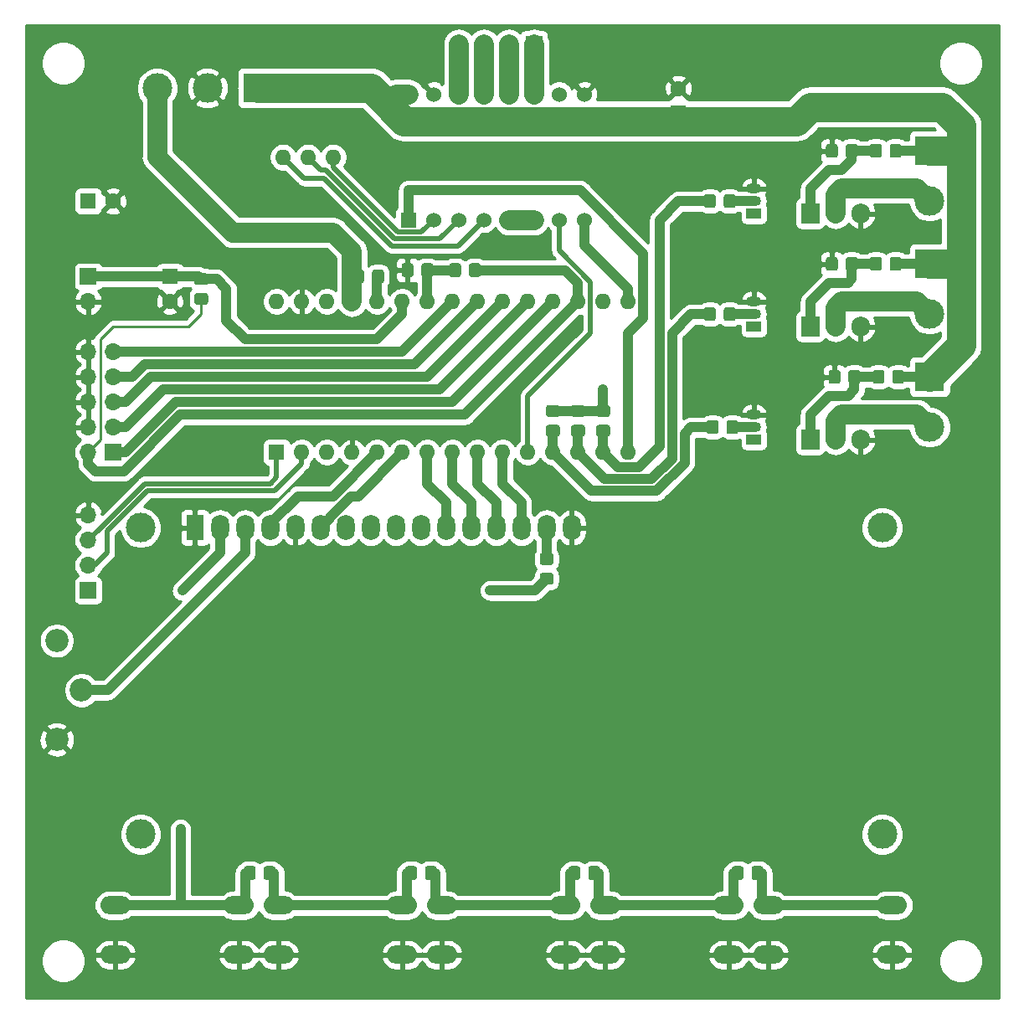
<source format=gbr>
%TF.GenerationSoftware,KiCad,Pcbnew,(5.1.12)-1*%
%TF.CreationDate,2022-08-13T13:45:03+02:00*%
%TF.ProjectId,petpuller,70657470-756c-46c6-9572-2e6b69636164,rev?*%
%TF.SameCoordinates,Original*%
%TF.FileFunction,Copper,L2,Bot*%
%TF.FilePolarity,Positive*%
%FSLAX46Y46*%
G04 Gerber Fmt 4.6, Leading zero omitted, Abs format (unit mm)*
G04 Created by KiCad (PCBNEW (5.1.12)-1) date 2022-08-13 13:45:03*
%MOMM*%
%LPD*%
G01*
G04 APERTURE LIST*
%TA.AperFunction,ComponentPad*%
%ADD10R,1.600000X1.600000*%
%TD*%
%TA.AperFunction,ComponentPad*%
%ADD11O,1.600000X1.600000*%
%TD*%
%TA.AperFunction,ComponentPad*%
%ADD12C,1.600000*%
%TD*%
%TA.AperFunction,ComponentPad*%
%ADD13R,1.800000X2.600000*%
%TD*%
%TA.AperFunction,ComponentPad*%
%ADD14O,1.800000X2.600000*%
%TD*%
%TA.AperFunction,ComponentPad*%
%ADD15C,3.000000*%
%TD*%
%TA.AperFunction,ComponentPad*%
%ADD16R,1.700000X1.700000*%
%TD*%
%TA.AperFunction,ComponentPad*%
%ADD17O,1.700000X1.700000*%
%TD*%
%TA.AperFunction,ComponentPad*%
%ADD18C,2.340000*%
%TD*%
%TA.AperFunction,ComponentPad*%
%ADD19R,1.530000X1.530000*%
%TD*%
%TA.AperFunction,ComponentPad*%
%ADD20C,1.530000*%
%TD*%
%TA.AperFunction,ComponentPad*%
%ADD21R,1.905000X2.000000*%
%TD*%
%TA.AperFunction,ComponentPad*%
%ADD22O,1.905000X2.000000*%
%TD*%
%TA.AperFunction,ComponentPad*%
%ADD23R,3.000000X3.000000*%
%TD*%
%TA.AperFunction,ComponentPad*%
%ADD24O,3.048000X1.850000*%
%TD*%
%TA.AperFunction,ComponentPad*%
%ADD25O,1.500000X1.050000*%
%TD*%
%TA.AperFunction,ComponentPad*%
%ADD26R,1.500000X1.050000*%
%TD*%
%TA.AperFunction,ViaPad*%
%ADD27C,0.800000*%
%TD*%
%TA.AperFunction,Conductor*%
%ADD28C,0.500000*%
%TD*%
%TA.AperFunction,Conductor*%
%ADD29C,1.000000*%
%TD*%
%TA.AperFunction,Conductor*%
%ADD30C,2.000000*%
%TD*%
%TA.AperFunction,Conductor*%
%ADD31C,3.000000*%
%TD*%
%TA.AperFunction,Conductor*%
%ADD32C,0.250000*%
%TD*%
%TA.AperFunction,Conductor*%
%ADD33C,0.254000*%
%TD*%
%TA.AperFunction,Conductor*%
%ADD34C,0.100000*%
%TD*%
G04 APERTURE END LIST*
D10*
%TO.P,A1,1*%
%TO.N,D1TX*%
X121920000Y-59690000D03*
D11*
%TO.P,A1,17*%
%TO.N,N/C*%
X154940000Y-44450000D03*
%TO.P,A1,2*%
%TO.N,D0RX*%
X124460000Y-59690000D03*
%TO.P,A1,18*%
%TO.N,aRef*%
X152400000Y-44450000D03*
%TO.P,A1,3*%
%TO.N,N/C*%
X127000000Y-59690000D03*
%TO.P,A1,19*%
%TO.N,A1*%
X149860000Y-44450000D03*
%TO.P,A1,4*%
%TO.N,GND*%
X129540000Y-59690000D03*
%TO.P,A1,20*%
%TO.N,A2*%
X147320000Y-44450000D03*
%TO.P,A1,5*%
%TO.N,lcdRS*%
X132080000Y-59690000D03*
%TO.P,A1,21*%
%TO.N,A3*%
X144780000Y-44450000D03*
%TO.P,A1,6*%
%TO.N,lcdEN*%
X134620000Y-59690000D03*
%TO.P,A1,22*%
%TO.N,A4*%
X142240000Y-44450000D03*
%TO.P,A1,7*%
%TO.N,lcdD4*%
X137160000Y-59690000D03*
%TO.P,A1,23*%
%TO.N,A5*%
X139700000Y-44450000D03*
%TO.P,A1,8*%
%TO.N,lcdD5*%
X139700000Y-59690000D03*
%TO.P,A1,24*%
%TO.N,rawDivider*%
X137160000Y-44450000D03*
%TO.P,A1,9*%
%TO.N,lcdD6*%
X142240000Y-59690000D03*
%TO.P,A1,25*%
%TO.N,thermistorProbe*%
X134620000Y-44450000D03*
%TO.P,A1,10*%
%TO.N,lcdD7*%
X144780000Y-59690000D03*
%TO.P,A1,26*%
%TO.N,keyProbe*%
X132080000Y-44450000D03*
%TO.P,A1,11*%
%TO.N,motorStep*%
X147320000Y-59690000D03*
%TO.P,A1,27*%
%TO.N,+5V*%
X129540000Y-44450000D03*
%TO.P,A1,12*%
%TO.N,heater*%
X149860000Y-59690000D03*
%TO.P,A1,28*%
%TO.N,N/C*%
X127000000Y-44450000D03*
%TO.P,A1,13*%
%TO.N,fan*%
X152400000Y-59690000D03*
%TO.P,A1,29*%
%TO.N,GND*%
X124460000Y-44450000D03*
%TO.P,A1,14*%
%TO.N,additionalPwm*%
X154940000Y-59690000D03*
%TO.P,A1,30*%
%TO.N,N/C*%
X121920000Y-44450000D03*
%TO.P,A1,15*%
%TO.N,motorEnable*%
X157480000Y-59690000D03*
%TO.P,A1,16*%
%TO.N,motorDir*%
X157480000Y-44450000D03*
%TD*%
D10*
%TO.P,C1,1*%
%TO.N,thermistorProbe*%
X111125000Y-41910000D03*
D12*
%TO.P,C1,2*%
%TO.N,GND*%
X111125000Y-44410000D03*
%TD*%
D13*
%TO.P,DS1,1*%
%TO.N,GND*%
X113665000Y-67310000D03*
D14*
%TO.P,DS1,2*%
%TO.N,+5V*%
X116205000Y-67310000D03*
%TO.P,DS1,3*%
%TO.N,Net-(DS1-Pad3)*%
X118745000Y-67310000D03*
%TO.P,DS1,4*%
%TO.N,lcdRS*%
X121285000Y-67310000D03*
%TO.P,DS1,5*%
%TO.N,GND*%
X123825000Y-67310000D03*
%TO.P,DS1,6*%
%TO.N,lcdEN*%
X126365000Y-67310000D03*
%TO.P,DS1,7*%
%TO.N,N/C*%
X128905000Y-67310000D03*
%TO.P,DS1,8*%
X131445000Y-67310000D03*
%TO.P,DS1,9*%
X133985000Y-67310000D03*
%TO.P,DS1,10*%
X136525000Y-67310000D03*
%TO.P,DS1,11*%
%TO.N,lcdD4*%
X139065000Y-67310000D03*
%TO.P,DS1,12*%
%TO.N,lcdD5*%
X141605000Y-67310000D03*
%TO.P,DS1,13*%
%TO.N,lcdD6*%
X144145000Y-67310000D03*
%TO.P,DS1,14*%
%TO.N,lcdD7*%
X146685000Y-67310000D03*
%TO.P,DS1,15*%
%TO.N,Net-(DS1-Pad15)*%
X149225000Y-67310000D03*
%TO.P,DS1,16*%
%TO.N,GND*%
X151765000Y-67310000D03*
D15*
%TO.P,DS1,*%
%TO.N,*%
X108165900Y-67310000D03*
X108165900Y-98310700D03*
X183164480Y-98310700D03*
X183165000Y-67310000D03*
%TD*%
D16*
%TO.P,J2,1*%
%TO.N,Net-(J2-Pad1)*%
X147955000Y-18415000D03*
D17*
%TO.P,J2,2*%
%TO.N,Net-(J2-Pad2)*%
X145415000Y-18415000D03*
%TO.P,J2,3*%
%TO.N,Net-(J2-Pad3)*%
X142875000Y-18415000D03*
%TO.P,J2,4*%
%TO.N,Net-(J2-Pad4)*%
X140335000Y-18415000D03*
%TD*%
D16*
%TO.P,J3,1*%
%TO.N,thermistorProbe*%
X102870000Y-41910000D03*
D17*
%TO.P,J3,2*%
%TO.N,GND*%
X102870000Y-44450000D03*
%TD*%
D18*
%TO.P,RV1,3*%
%TO.N,GND*%
X99695000Y-88740000D03*
%TO.P,RV1,2*%
%TO.N,Net-(DS1-Pad3)*%
X102195000Y-83740000D03*
%TO.P,RV1,1*%
%TO.N,+5V*%
X99695000Y-78740000D03*
%TD*%
D19*
%TO.P,U1,1*%
%TO.N,motorEnable*%
X135255000Y-36195000D03*
D20*
%TO.P,U1,2*%
%TO.N,Net-(SW1-Pad4)*%
X137795000Y-36195000D03*
%TO.P,U1,3*%
%TO.N,Net-(SW1-Pad5)*%
X140335000Y-36195000D03*
%TO.P,U1,4*%
%TO.N,Net-(SW1-Pad6)*%
X142875000Y-36195000D03*
%TO.P,U1,5*%
%TO.N,Net-(U1-Pad5)*%
X145415000Y-36195000D03*
%TO.P,U1,6*%
X147955000Y-36195000D03*
%TO.P,U1,7*%
%TO.N,motorStep*%
X150495000Y-36195000D03*
%TO.P,U1,8*%
%TO.N,motorDir*%
X153035000Y-36195000D03*
%TO.P,U1,9*%
%TO.N,GND*%
X153035000Y-23495000D03*
%TO.P,U1,10*%
%TO.N,+5V*%
X150495000Y-23495000D03*
%TO.P,U1,11*%
%TO.N,Net-(J2-Pad1)*%
X147955000Y-23495000D03*
%TO.P,U1,12*%
%TO.N,Net-(J2-Pad2)*%
X145415000Y-23495000D03*
%TO.P,U1,13*%
%TO.N,Net-(J2-Pad3)*%
X142875000Y-23495000D03*
%TO.P,U1,14*%
%TO.N,Net-(J2-Pad4)*%
X140335000Y-23495000D03*
%TO.P,U1,15*%
%TO.N,GND*%
X137795000Y-23495000D03*
%TO.P,U1,16*%
%TO.N,+24V*%
X135255000Y-23495000D03*
%TD*%
D21*
%TO.P,Q1,1*%
%TO.N,Net-(Q1-Pad1)*%
X175895000Y-58420000D03*
D22*
%TO.P,Q1,2*%
%TO.N,Net-(J1-Pad2)*%
X178435000Y-58420000D03*
%TO.P,Q1,3*%
%TO.N,GND*%
X180975000Y-58420000D03*
%TD*%
D23*
%TO.P,J4,1*%
%TO.N,+24V*%
X120015000Y-22860000D03*
D15*
%TO.P,J4,2*%
%TO.N,GND*%
X114935000Y-22860000D03*
%TO.P,J4,3*%
%TO.N,+5V*%
X109855000Y-22860000D03*
%TD*%
D24*
%TO.P,SW2,1*%
%TO.N,GND*%
X105610000Y-110490000D03*
%TO.P,SW2,2*%
%TO.N,keyProbe*%
X105610000Y-105490000D03*
%TO.P,SW2,1*%
%TO.N,GND*%
X118110000Y-110490000D03*
%TO.P,SW2,2*%
%TO.N,keyProbe*%
X118110000Y-105490000D03*
%TD*%
%TO.P,SW3,2*%
%TO.N,Net-(R5-Pad1)*%
X151130000Y-105490000D03*
%TO.P,SW3,1*%
%TO.N,GND*%
X151130000Y-110490000D03*
%TO.P,SW3,2*%
%TO.N,Net-(R5-Pad1)*%
X138630000Y-105490000D03*
%TO.P,SW3,1*%
%TO.N,GND*%
X138630000Y-110490000D03*
%TD*%
%TO.P,SW4,1*%
%TO.N,GND*%
X155140000Y-110490000D03*
%TO.P,SW4,2*%
%TO.N,Net-(R6-Pad1)*%
X155140000Y-105490000D03*
%TO.P,SW4,1*%
%TO.N,GND*%
X167640000Y-110490000D03*
%TO.P,SW4,2*%
%TO.N,Net-(R6-Pad1)*%
X167640000Y-105490000D03*
%TD*%
%TO.P,SW5,2*%
%TO.N,Net-(R4-Pad1)*%
X134620000Y-105490000D03*
%TO.P,SW5,1*%
%TO.N,GND*%
X134620000Y-110490000D03*
%TO.P,SW5,2*%
%TO.N,Net-(R4-Pad1)*%
X122120000Y-105490000D03*
%TO.P,SW5,1*%
%TO.N,GND*%
X122120000Y-110490000D03*
%TD*%
%TO.P,SW6,1*%
%TO.N,GND*%
X171650000Y-110490000D03*
%TO.P,SW6,2*%
%TO.N,Net-(R7-Pad1)*%
X171650000Y-105490000D03*
%TO.P,SW6,1*%
%TO.N,GND*%
X184150000Y-110490000D03*
%TO.P,SW6,2*%
%TO.N,Net-(R7-Pad1)*%
X184150000Y-105490000D03*
%TD*%
D23*
%TO.P,J1,1*%
%TO.N,+24V*%
X187960000Y-52070000D03*
D15*
%TO.P,J1,2*%
%TO.N,Net-(J1-Pad2)*%
X187960000Y-57150000D03*
%TD*%
D25*
%TO.P,Q2,2*%
%TO.N,Net-(Q2-Pad2)*%
X170180000Y-57150000D03*
%TO.P,Q2,3*%
%TO.N,GND*%
X170180000Y-55880000D03*
D26*
%TO.P,Q2,1*%
%TO.N,Net-(Q1-Pad1)*%
X170180000Y-58420000D03*
%TD*%
D10*
%TO.P,SW1,1*%
%TO.N,+5V*%
X122555000Y-37465000D03*
D11*
%TO.P,SW1,4*%
%TO.N,Net-(SW1-Pad4)*%
X127635000Y-29845000D03*
%TO.P,SW1,2*%
%TO.N,+5V*%
X125095000Y-37465000D03*
%TO.P,SW1,5*%
%TO.N,Net-(SW1-Pad5)*%
X125095000Y-29845000D03*
%TO.P,SW1,3*%
%TO.N,+5V*%
X127635000Y-37465000D03*
%TO.P,SW1,6*%
%TO.N,Net-(SW1-Pad6)*%
X122555000Y-29845000D03*
%TD*%
%TO.P,R1,2*%
%TO.N,Net-(Q1-Pad1)*%
%TA.AperFunction,SMDPad,CuDef*%
G36*
G01*
X179740000Y-52520001D02*
X179740000Y-51619999D01*
G75*
G02*
X179989999Y-51370000I249999J0D01*
G01*
X180690001Y-51370000D01*
G75*
G02*
X180940000Y-51619999I0J-249999D01*
G01*
X180940000Y-52520001D01*
G75*
G02*
X180690001Y-52770000I-249999J0D01*
G01*
X179989999Y-52770000D01*
G75*
G02*
X179740000Y-52520001I0J249999D01*
G01*
G37*
%TD.AperFunction*%
%TO.P,R1,1*%
%TO.N,GND*%
%TA.AperFunction,SMDPad,CuDef*%
G36*
G01*
X177740000Y-52520001D02*
X177740000Y-51619999D01*
G75*
G02*
X177989999Y-51370000I249999J0D01*
G01*
X178690001Y-51370000D01*
G75*
G02*
X178940000Y-51619999I0J-249999D01*
G01*
X178940000Y-52520001D01*
G75*
G02*
X178690001Y-52770000I-249999J0D01*
G01*
X177989999Y-52770000D01*
G75*
G02*
X177740000Y-52520001I0J249999D01*
G01*
G37*
%TD.AperFunction*%
%TD*%
%TO.P,R2,1*%
%TO.N,thermistorProbe*%
%TA.AperFunction,SMDPad,CuDef*%
G36*
G01*
X113849999Y-41580000D02*
X114750001Y-41580000D01*
G75*
G02*
X115000000Y-41829999I0J-249999D01*
G01*
X115000000Y-42530001D01*
G75*
G02*
X114750001Y-42780000I-249999J0D01*
G01*
X113849999Y-42780000D01*
G75*
G02*
X113600000Y-42530001I0J249999D01*
G01*
X113600000Y-41829999D01*
G75*
G02*
X113849999Y-41580000I249999J0D01*
G01*
G37*
%TD.AperFunction*%
%TO.P,R2,2*%
%TO.N,aRef*%
%TA.AperFunction,SMDPad,CuDef*%
G36*
G01*
X113849999Y-43580000D02*
X114750001Y-43580000D01*
G75*
G02*
X115000000Y-43829999I0J-249999D01*
G01*
X115000000Y-44530001D01*
G75*
G02*
X114750001Y-44780000I-249999J0D01*
G01*
X113849999Y-44780000D01*
G75*
G02*
X113600000Y-44530001I0J249999D01*
G01*
X113600000Y-43829999D01*
G75*
G02*
X113849999Y-43580000I249999J0D01*
G01*
G37*
%TD.AperFunction*%
%TD*%
%TO.P,R3,1*%
%TO.N,keyProbe*%
%TA.AperFunction,SMDPad,CuDef*%
G36*
G01*
X132775000Y-41459999D02*
X132775000Y-42360001D01*
G75*
G02*
X132525001Y-42610000I-249999J0D01*
G01*
X131824999Y-42610000D01*
G75*
G02*
X131575000Y-42360001I0J249999D01*
G01*
X131575000Y-41459999D01*
G75*
G02*
X131824999Y-41210000I249999J0D01*
G01*
X132525001Y-41210000D01*
G75*
G02*
X132775000Y-41459999I0J-249999D01*
G01*
G37*
%TD.AperFunction*%
%TO.P,R3,2*%
%TO.N,+5V*%
%TA.AperFunction,SMDPad,CuDef*%
G36*
G01*
X130775000Y-41459999D02*
X130775000Y-42360001D01*
G75*
G02*
X130525001Y-42610000I-249999J0D01*
G01*
X129824999Y-42610000D01*
G75*
G02*
X129575000Y-42360001I0J249999D01*
G01*
X129575000Y-41459999D01*
G75*
G02*
X129824999Y-41210000I249999J0D01*
G01*
X130525001Y-41210000D01*
G75*
G02*
X130775000Y-41459999I0J-249999D01*
G01*
G37*
%TD.AperFunction*%
%TD*%
%TO.P,R4,2*%
%TO.N,keyProbe*%
%TA.AperFunction,SMDPad,CuDef*%
G36*
G01*
X119807500Y-101784999D02*
X119807500Y-102685001D01*
G75*
G02*
X119557501Y-102935000I-249999J0D01*
G01*
X118857499Y-102935000D01*
G75*
G02*
X118607500Y-102685001I0J249999D01*
G01*
X118607500Y-101784999D01*
G75*
G02*
X118857499Y-101535000I249999J0D01*
G01*
X119557501Y-101535000D01*
G75*
G02*
X119807500Y-101784999I0J-249999D01*
G01*
G37*
%TD.AperFunction*%
%TO.P,R4,1*%
%TO.N,Net-(R4-Pad1)*%
%TA.AperFunction,SMDPad,CuDef*%
G36*
G01*
X121807500Y-101784999D02*
X121807500Y-102685001D01*
G75*
G02*
X121557501Y-102935000I-249999J0D01*
G01*
X120857499Y-102935000D01*
G75*
G02*
X120607500Y-102685001I0J249999D01*
G01*
X120607500Y-101784999D01*
G75*
G02*
X120857499Y-101535000I249999J0D01*
G01*
X121557501Y-101535000D01*
G75*
G02*
X121807500Y-101784999I0J-249999D01*
G01*
G37*
%TD.AperFunction*%
%TD*%
%TO.P,R5,1*%
%TO.N,Net-(R5-Pad1)*%
%TA.AperFunction,SMDPad,CuDef*%
G36*
G01*
X138125000Y-101784999D02*
X138125000Y-102685001D01*
G75*
G02*
X137875001Y-102935000I-249999J0D01*
G01*
X137174999Y-102935000D01*
G75*
G02*
X136925000Y-102685001I0J249999D01*
G01*
X136925000Y-101784999D01*
G75*
G02*
X137174999Y-101535000I249999J0D01*
G01*
X137875001Y-101535000D01*
G75*
G02*
X138125000Y-101784999I0J-249999D01*
G01*
G37*
%TD.AperFunction*%
%TO.P,R5,2*%
%TO.N,Net-(R4-Pad1)*%
%TA.AperFunction,SMDPad,CuDef*%
G36*
G01*
X136125000Y-101784999D02*
X136125000Y-102685001D01*
G75*
G02*
X135875001Y-102935000I-249999J0D01*
G01*
X135174999Y-102935000D01*
G75*
G02*
X134925000Y-102685001I0J249999D01*
G01*
X134925000Y-101784999D01*
G75*
G02*
X135174999Y-101535000I249999J0D01*
G01*
X135875001Y-101535000D01*
G75*
G02*
X136125000Y-101784999I0J-249999D01*
G01*
G37*
%TD.AperFunction*%
%TD*%
%TO.P,R6,1*%
%TO.N,Net-(R6-Pad1)*%
%TA.AperFunction,SMDPad,CuDef*%
G36*
G01*
X154635000Y-101784999D02*
X154635000Y-102685001D01*
G75*
G02*
X154385001Y-102935000I-249999J0D01*
G01*
X153684999Y-102935000D01*
G75*
G02*
X153435000Y-102685001I0J249999D01*
G01*
X153435000Y-101784999D01*
G75*
G02*
X153684999Y-101535000I249999J0D01*
G01*
X154385001Y-101535000D01*
G75*
G02*
X154635000Y-101784999I0J-249999D01*
G01*
G37*
%TD.AperFunction*%
%TO.P,R6,2*%
%TO.N,Net-(R5-Pad1)*%
%TA.AperFunction,SMDPad,CuDef*%
G36*
G01*
X152635000Y-101784999D02*
X152635000Y-102685001D01*
G75*
G02*
X152385001Y-102935000I-249999J0D01*
G01*
X151684999Y-102935000D01*
G75*
G02*
X151435000Y-102685001I0J249999D01*
G01*
X151435000Y-101784999D01*
G75*
G02*
X151684999Y-101535000I249999J0D01*
G01*
X152385001Y-101535000D01*
G75*
G02*
X152635000Y-101784999I0J-249999D01*
G01*
G37*
%TD.AperFunction*%
%TD*%
%TO.P,R7,2*%
%TO.N,Net-(R6-Pad1)*%
%TA.AperFunction,SMDPad,CuDef*%
G36*
G01*
X169145000Y-101784999D02*
X169145000Y-102685001D01*
G75*
G02*
X168895001Y-102935000I-249999J0D01*
G01*
X168194999Y-102935000D01*
G75*
G02*
X167945000Y-102685001I0J249999D01*
G01*
X167945000Y-101784999D01*
G75*
G02*
X168194999Y-101535000I249999J0D01*
G01*
X168895001Y-101535000D01*
G75*
G02*
X169145000Y-101784999I0J-249999D01*
G01*
G37*
%TD.AperFunction*%
%TO.P,R7,1*%
%TO.N,Net-(R7-Pad1)*%
%TA.AperFunction,SMDPad,CuDef*%
G36*
G01*
X171145000Y-101784999D02*
X171145000Y-102685001D01*
G75*
G02*
X170895001Y-102935000I-249999J0D01*
G01*
X170194999Y-102935000D01*
G75*
G02*
X169945000Y-102685001I0J249999D01*
G01*
X169945000Y-101784999D01*
G75*
G02*
X170194999Y-101535000I249999J0D01*
G01*
X170895001Y-101535000D01*
G75*
G02*
X171145000Y-101784999I0J-249999D01*
G01*
G37*
%TD.AperFunction*%
%TD*%
%TO.P,R8,1*%
%TO.N,Net-(DS1-Pad15)*%
%TA.AperFunction,SMDPad,CuDef*%
G36*
G01*
X148774999Y-69885000D02*
X149675001Y-69885000D01*
G75*
G02*
X149925000Y-70134999I0J-249999D01*
G01*
X149925000Y-70835001D01*
G75*
G02*
X149675001Y-71085000I-249999J0D01*
G01*
X148774999Y-71085000D01*
G75*
G02*
X148525000Y-70835001I0J249999D01*
G01*
X148525000Y-70134999D01*
G75*
G02*
X148774999Y-69885000I249999J0D01*
G01*
G37*
%TD.AperFunction*%
%TO.P,R8,2*%
%TO.N,+5V*%
%TA.AperFunction,SMDPad,CuDef*%
G36*
G01*
X148774999Y-71885000D02*
X149675001Y-71885000D01*
G75*
G02*
X149925000Y-72134999I0J-249999D01*
G01*
X149925000Y-72835001D01*
G75*
G02*
X149675001Y-73085000I-249999J0D01*
G01*
X148774999Y-73085000D01*
G75*
G02*
X148525000Y-72835001I0J249999D01*
G01*
X148525000Y-72134999D01*
G75*
G02*
X148774999Y-71885000I249999J0D01*
G01*
G37*
%TD.AperFunction*%
%TD*%
%TO.P,R10,1*%
%TO.N,heater*%
%TA.AperFunction,SMDPad,CuDef*%
G36*
G01*
X165405000Y-57600001D02*
X165405000Y-56699999D01*
G75*
G02*
X165654999Y-56450000I249999J0D01*
G01*
X166355001Y-56450000D01*
G75*
G02*
X166605000Y-56699999I0J-249999D01*
G01*
X166605000Y-57600001D01*
G75*
G02*
X166355001Y-57850000I-249999J0D01*
G01*
X165654999Y-57850000D01*
G75*
G02*
X165405000Y-57600001I0J249999D01*
G01*
G37*
%TD.AperFunction*%
%TO.P,R10,2*%
%TO.N,Net-(Q2-Pad2)*%
%TA.AperFunction,SMDPad,CuDef*%
G36*
G01*
X167405000Y-57600001D02*
X167405000Y-56699999D01*
G75*
G02*
X167654999Y-56450000I249999J0D01*
G01*
X168355001Y-56450000D01*
G75*
G02*
X168605000Y-56699999I0J-249999D01*
G01*
X168605000Y-57600001D01*
G75*
G02*
X168355001Y-57850000I-249999J0D01*
G01*
X167654999Y-57850000D01*
G75*
G02*
X167405000Y-57600001I0J249999D01*
G01*
G37*
%TD.AperFunction*%
%TD*%
%TO.P,R11,2*%
%TO.N,+24V*%
%TA.AperFunction,SMDPad,CuDef*%
G36*
G01*
X184185000Y-52520001D02*
X184185000Y-51619999D01*
G75*
G02*
X184434999Y-51370000I249999J0D01*
G01*
X185135001Y-51370000D01*
G75*
G02*
X185385000Y-51619999I0J-249999D01*
G01*
X185385000Y-52520001D01*
G75*
G02*
X185135001Y-52770000I-249999J0D01*
G01*
X184434999Y-52770000D01*
G75*
G02*
X184185000Y-52520001I0J249999D01*
G01*
G37*
%TD.AperFunction*%
%TO.P,R11,1*%
%TO.N,Net-(Q1-Pad1)*%
%TA.AperFunction,SMDPad,CuDef*%
G36*
G01*
X182185000Y-52520001D02*
X182185000Y-51619999D01*
G75*
G02*
X182434999Y-51370000I249999J0D01*
G01*
X183135001Y-51370000D01*
G75*
G02*
X183385000Y-51619999I0J-249999D01*
G01*
X183385000Y-52520001D01*
G75*
G02*
X183135001Y-52770000I-249999J0D01*
G01*
X182434999Y-52770000D01*
G75*
G02*
X182185000Y-52520001I0J249999D01*
G01*
G37*
%TD.AperFunction*%
%TD*%
%TO.P,R12,2*%
%TO.N,aRef*%
%TA.AperFunction,SMDPad,CuDef*%
G36*
G01*
X141370000Y-41725001D02*
X141370000Y-40824999D01*
G75*
G02*
X141619999Y-40575000I249999J0D01*
G01*
X142320001Y-40575000D01*
G75*
G02*
X142570000Y-40824999I0J-249999D01*
G01*
X142570000Y-41725001D01*
G75*
G02*
X142320001Y-41975000I-249999J0D01*
G01*
X141619999Y-41975000D01*
G75*
G02*
X141370000Y-41725001I0J249999D01*
G01*
G37*
%TD.AperFunction*%
%TO.P,R12,1*%
%TO.N,rawDivider*%
%TA.AperFunction,SMDPad,CuDef*%
G36*
G01*
X139370000Y-41725001D02*
X139370000Y-40824999D01*
G75*
G02*
X139619999Y-40575000I249999J0D01*
G01*
X140320001Y-40575000D01*
G75*
G02*
X140570000Y-40824999I0J-249999D01*
G01*
X140570000Y-41725001D01*
G75*
G02*
X140320001Y-41975000I-249999J0D01*
G01*
X139619999Y-41975000D01*
G75*
G02*
X139370000Y-41725001I0J249999D01*
G01*
G37*
%TD.AperFunction*%
%TD*%
%TO.P,R13,1*%
%TO.N,GND*%
%TA.AperFunction,SMDPad,CuDef*%
G36*
G01*
X134560000Y-41725001D02*
X134560000Y-40824999D01*
G75*
G02*
X134809999Y-40575000I249999J0D01*
G01*
X135510001Y-40575000D01*
G75*
G02*
X135760000Y-40824999I0J-249999D01*
G01*
X135760000Y-41725001D01*
G75*
G02*
X135510001Y-41975000I-249999J0D01*
G01*
X134809999Y-41975000D01*
G75*
G02*
X134560000Y-41725001I0J249999D01*
G01*
G37*
%TD.AperFunction*%
%TO.P,R13,2*%
%TO.N,rawDivider*%
%TA.AperFunction,SMDPad,CuDef*%
G36*
G01*
X136560000Y-41725001D02*
X136560000Y-40824999D01*
G75*
G02*
X136809999Y-40575000I249999J0D01*
G01*
X137510001Y-40575000D01*
G75*
G02*
X137760000Y-40824999I0J-249999D01*
G01*
X137760000Y-41725001D01*
G75*
G02*
X137510001Y-41975000I-249999J0D01*
G01*
X136809999Y-41975000D01*
G75*
G02*
X136560000Y-41725001I0J249999D01*
G01*
G37*
%TD.AperFunction*%
%TD*%
D16*
%TO.P,J5,1*%
%TO.N,+5V*%
X102870000Y-73660000D03*
D17*
%TO.P,J5,2*%
%TO.N,D0RX*%
X102870000Y-71120000D03*
%TO.P,J5,3*%
%TO.N,D1TX*%
X102870000Y-68580000D03*
%TO.P,J5,4*%
%TO.N,GND*%
X102870000Y-66040000D03*
%TD*%
D16*
%TO.P,J6,1*%
%TO.N,A1*%
X105410000Y-59690000D03*
D17*
%TO.P,J6,2*%
%TO.N,aRef*%
X102870000Y-59690000D03*
%TO.P,J6,3*%
%TO.N,A2*%
X105410000Y-57150000D03*
%TO.P,J6,4*%
%TO.N,GND*%
X102870000Y-57150000D03*
%TO.P,J6,5*%
%TO.N,A3*%
X105410000Y-54610000D03*
%TO.P,J6,6*%
%TO.N,GND*%
X102870000Y-54610000D03*
%TO.P,J6,7*%
%TO.N,A4*%
X105410000Y-52070000D03*
%TO.P,J6,8*%
%TO.N,GND*%
X102870000Y-52070000D03*
%TO.P,J6,9*%
%TO.N,A5*%
X105410000Y-49530000D03*
%TO.P,J6,10*%
%TO.N,GND*%
X102870000Y-49530000D03*
%TD*%
D15*
%TO.P,J7,2*%
%TO.N,Net-(J7-Pad2)*%
X187960000Y-45720000D03*
D23*
%TO.P,J7,1*%
%TO.N,+24V*%
X187960000Y-40640000D03*
%TD*%
%TO.P,J8,1*%
%TO.N,+24V*%
X187960000Y-29210000D03*
D15*
%TO.P,J8,2*%
%TO.N,Net-(J8-Pad2)*%
X187960000Y-34290000D03*
%TD*%
D26*
%TO.P,Q3,1*%
%TO.N,Net-(Q3-Pad1)*%
X170180000Y-46990000D03*
D25*
%TO.P,Q3,3*%
%TO.N,GND*%
X170180000Y-44450000D03*
%TO.P,Q3,2*%
%TO.N,Net-(Q3-Pad2)*%
X170180000Y-45720000D03*
%TD*%
D22*
%TO.P,Q4,3*%
%TO.N,GND*%
X180975000Y-46990000D03*
%TO.P,Q4,2*%
%TO.N,Net-(J7-Pad2)*%
X178435000Y-46990000D03*
D21*
%TO.P,Q4,1*%
%TO.N,Net-(Q3-Pad1)*%
X175895000Y-46990000D03*
%TD*%
D25*
%TO.P,Q5,2*%
%TO.N,Net-(Q5-Pad2)*%
X170180000Y-34290000D03*
%TO.P,Q5,3*%
%TO.N,GND*%
X170180000Y-33020000D03*
D26*
%TO.P,Q5,1*%
%TO.N,Net-(Q5-Pad1)*%
X170180000Y-35560000D03*
%TD*%
D21*
%TO.P,Q6,1*%
%TO.N,Net-(Q5-Pad1)*%
X175895000Y-35560000D03*
D22*
%TO.P,Q6,2*%
%TO.N,Net-(J8-Pad2)*%
X178435000Y-35560000D03*
%TO.P,Q6,3*%
%TO.N,GND*%
X180975000Y-35560000D03*
%TD*%
%TO.P,R14,2*%
%TO.N,Net-(Q3-Pad2)*%
%TA.AperFunction,SMDPad,CuDef*%
G36*
G01*
X167135000Y-46170001D02*
X167135000Y-45269999D01*
G75*
G02*
X167384999Y-45020000I249999J0D01*
G01*
X168085001Y-45020000D01*
G75*
G02*
X168335000Y-45269999I0J-249999D01*
G01*
X168335000Y-46170001D01*
G75*
G02*
X168085001Y-46420000I-249999J0D01*
G01*
X167384999Y-46420000D01*
G75*
G02*
X167135000Y-46170001I0J249999D01*
G01*
G37*
%TD.AperFunction*%
%TO.P,R14,1*%
%TO.N,fan*%
%TA.AperFunction,SMDPad,CuDef*%
G36*
G01*
X165135000Y-46170001D02*
X165135000Y-45269999D01*
G75*
G02*
X165384999Y-45020000I249999J0D01*
G01*
X166085001Y-45020000D01*
G75*
G02*
X166335000Y-45269999I0J-249999D01*
G01*
X166335000Y-46170001D01*
G75*
G02*
X166085001Y-46420000I-249999J0D01*
G01*
X165384999Y-46420000D01*
G75*
G02*
X165135000Y-46170001I0J249999D01*
G01*
G37*
%TD.AperFunction*%
%TD*%
%TO.P,R15,1*%
%TO.N,Net-(Q3-Pad1)*%
%TA.AperFunction,SMDPad,CuDef*%
G36*
G01*
X181915000Y-41090001D02*
X181915000Y-40189999D01*
G75*
G02*
X182164999Y-39940000I249999J0D01*
G01*
X182865001Y-39940000D01*
G75*
G02*
X183115000Y-40189999I0J-249999D01*
G01*
X183115000Y-41090001D01*
G75*
G02*
X182865001Y-41340000I-249999J0D01*
G01*
X182164999Y-41340000D01*
G75*
G02*
X181915000Y-41090001I0J249999D01*
G01*
G37*
%TD.AperFunction*%
%TO.P,R15,2*%
%TO.N,+24V*%
%TA.AperFunction,SMDPad,CuDef*%
G36*
G01*
X183915000Y-41090001D02*
X183915000Y-40189999D01*
G75*
G02*
X184164999Y-39940000I249999J0D01*
G01*
X184865001Y-39940000D01*
G75*
G02*
X185115000Y-40189999I0J-249999D01*
G01*
X185115000Y-41090001D01*
G75*
G02*
X184865001Y-41340000I-249999J0D01*
G01*
X184164999Y-41340000D01*
G75*
G02*
X183915000Y-41090001I0J249999D01*
G01*
G37*
%TD.AperFunction*%
%TD*%
%TO.P,R16,2*%
%TO.N,Net-(Q3-Pad1)*%
%TA.AperFunction,SMDPad,CuDef*%
G36*
G01*
X179470000Y-41090001D02*
X179470000Y-40189999D01*
G75*
G02*
X179719999Y-39940000I249999J0D01*
G01*
X180420001Y-39940000D01*
G75*
G02*
X180670000Y-40189999I0J-249999D01*
G01*
X180670000Y-41090001D01*
G75*
G02*
X180420001Y-41340000I-249999J0D01*
G01*
X179719999Y-41340000D01*
G75*
G02*
X179470000Y-41090001I0J249999D01*
G01*
G37*
%TD.AperFunction*%
%TO.P,R16,1*%
%TO.N,GND*%
%TA.AperFunction,SMDPad,CuDef*%
G36*
G01*
X177470000Y-41090001D02*
X177470000Y-40189999D01*
G75*
G02*
X177719999Y-39940000I249999J0D01*
G01*
X178420001Y-39940000D01*
G75*
G02*
X178670000Y-40189999I0J-249999D01*
G01*
X178670000Y-41090001D01*
G75*
G02*
X178420001Y-41340000I-249999J0D01*
G01*
X177719999Y-41340000D01*
G75*
G02*
X177470000Y-41090001I0J249999D01*
G01*
G37*
%TD.AperFunction*%
%TD*%
%TO.P,R17,1*%
%TO.N,additionalPwm*%
%TA.AperFunction,SMDPad,CuDef*%
G36*
G01*
X165135000Y-34740001D02*
X165135000Y-33839999D01*
G75*
G02*
X165384999Y-33590000I249999J0D01*
G01*
X166085001Y-33590000D01*
G75*
G02*
X166335000Y-33839999I0J-249999D01*
G01*
X166335000Y-34740001D01*
G75*
G02*
X166085001Y-34990000I-249999J0D01*
G01*
X165384999Y-34990000D01*
G75*
G02*
X165135000Y-34740001I0J249999D01*
G01*
G37*
%TD.AperFunction*%
%TO.P,R17,2*%
%TO.N,Net-(Q5-Pad2)*%
%TA.AperFunction,SMDPad,CuDef*%
G36*
G01*
X167135000Y-34740001D02*
X167135000Y-33839999D01*
G75*
G02*
X167384999Y-33590000I249999J0D01*
G01*
X168085001Y-33590000D01*
G75*
G02*
X168335000Y-33839999I0J-249999D01*
G01*
X168335000Y-34740001D01*
G75*
G02*
X168085001Y-34990000I-249999J0D01*
G01*
X167384999Y-34990000D01*
G75*
G02*
X167135000Y-34740001I0J249999D01*
G01*
G37*
%TD.AperFunction*%
%TD*%
%TO.P,R18,2*%
%TO.N,+24V*%
%TA.AperFunction,SMDPad,CuDef*%
G36*
G01*
X183915000Y-29660001D02*
X183915000Y-28759999D01*
G75*
G02*
X184164999Y-28510000I249999J0D01*
G01*
X184865001Y-28510000D01*
G75*
G02*
X185115000Y-28759999I0J-249999D01*
G01*
X185115000Y-29660001D01*
G75*
G02*
X184865001Y-29910000I-249999J0D01*
G01*
X184164999Y-29910000D01*
G75*
G02*
X183915000Y-29660001I0J249999D01*
G01*
G37*
%TD.AperFunction*%
%TO.P,R18,1*%
%TO.N,Net-(Q5-Pad1)*%
%TA.AperFunction,SMDPad,CuDef*%
G36*
G01*
X181915000Y-29660001D02*
X181915000Y-28759999D01*
G75*
G02*
X182164999Y-28510000I249999J0D01*
G01*
X182865001Y-28510000D01*
G75*
G02*
X183115000Y-28759999I0J-249999D01*
G01*
X183115000Y-29660001D01*
G75*
G02*
X182865001Y-29910000I-249999J0D01*
G01*
X182164999Y-29910000D01*
G75*
G02*
X181915000Y-29660001I0J249999D01*
G01*
G37*
%TD.AperFunction*%
%TD*%
%TO.P,R19,1*%
%TO.N,GND*%
%TA.AperFunction,SMDPad,CuDef*%
G36*
G01*
X177470000Y-29660001D02*
X177470000Y-28759999D01*
G75*
G02*
X177719999Y-28510000I249999J0D01*
G01*
X178420001Y-28510000D01*
G75*
G02*
X178670000Y-28759999I0J-249999D01*
G01*
X178670000Y-29660001D01*
G75*
G02*
X178420001Y-29910000I-249999J0D01*
G01*
X177719999Y-29910000D01*
G75*
G02*
X177470000Y-29660001I0J249999D01*
G01*
G37*
%TD.AperFunction*%
%TO.P,R19,2*%
%TO.N,Net-(Q5-Pad1)*%
%TA.AperFunction,SMDPad,CuDef*%
G36*
G01*
X179470000Y-29660001D02*
X179470000Y-28759999D01*
G75*
G02*
X179719999Y-28510000I249999J0D01*
G01*
X180420001Y-28510000D01*
G75*
G02*
X180670000Y-28759999I0J-249999D01*
G01*
X180670000Y-29660001D01*
G75*
G02*
X180420001Y-29910000I-249999J0D01*
G01*
X179719999Y-29910000D01*
G75*
G02*
X179470000Y-29660001I0J249999D01*
G01*
G37*
%TD.AperFunction*%
%TD*%
D10*
%TO.P,C2,1*%
%TO.N,+24V*%
X162560000Y-25400000D03*
D12*
%TO.P,C2,2*%
%TO.N,GND*%
X162560000Y-22900000D03*
%TD*%
%TO.P,C3,2*%
%TO.N,GND*%
X105370000Y-34290000D03*
D10*
%TO.P,C3,1*%
%TO.N,+5V*%
X102870000Y-34290000D03*
%TD*%
%TO.P,R9,1*%
%TO.N,heater*%
%TA.AperFunction,SMDPad,CuDef*%
G36*
G01*
X150310001Y-58115000D02*
X149409999Y-58115000D01*
G75*
G02*
X149160000Y-57865001I0J249999D01*
G01*
X149160000Y-57164999D01*
G75*
G02*
X149409999Y-56915000I249999J0D01*
G01*
X150310001Y-56915000D01*
G75*
G02*
X150560000Y-57164999I0J-249999D01*
G01*
X150560000Y-57865001D01*
G75*
G02*
X150310001Y-58115000I-249999J0D01*
G01*
G37*
%TD.AperFunction*%
%TO.P,R9,2*%
%TO.N,+5V*%
%TA.AperFunction,SMDPad,CuDef*%
G36*
G01*
X150310001Y-56115000D02*
X149409999Y-56115000D01*
G75*
G02*
X149160000Y-55865001I0J249999D01*
G01*
X149160000Y-55164999D01*
G75*
G02*
X149409999Y-54915000I249999J0D01*
G01*
X150310001Y-54915000D01*
G75*
G02*
X150560000Y-55164999I0J-249999D01*
G01*
X150560000Y-55865001D01*
G75*
G02*
X150310001Y-56115000I-249999J0D01*
G01*
G37*
%TD.AperFunction*%
%TD*%
%TO.P,R20,2*%
%TO.N,+5V*%
%TA.AperFunction,SMDPad,CuDef*%
G36*
G01*
X152850001Y-56115000D02*
X151949999Y-56115000D01*
G75*
G02*
X151700000Y-55865001I0J249999D01*
G01*
X151700000Y-55164999D01*
G75*
G02*
X151949999Y-54915000I249999J0D01*
G01*
X152850001Y-54915000D01*
G75*
G02*
X153100000Y-55164999I0J-249999D01*
G01*
X153100000Y-55865001D01*
G75*
G02*
X152850001Y-56115000I-249999J0D01*
G01*
G37*
%TD.AperFunction*%
%TO.P,R20,1*%
%TO.N,fan*%
%TA.AperFunction,SMDPad,CuDef*%
G36*
G01*
X152850001Y-58115000D02*
X151949999Y-58115000D01*
G75*
G02*
X151700000Y-57865001I0J249999D01*
G01*
X151700000Y-57164999D01*
G75*
G02*
X151949999Y-56915000I249999J0D01*
G01*
X152850001Y-56915000D01*
G75*
G02*
X153100000Y-57164999I0J-249999D01*
G01*
X153100000Y-57865001D01*
G75*
G02*
X152850001Y-58115000I-249999J0D01*
G01*
G37*
%TD.AperFunction*%
%TD*%
%TO.P,R21,1*%
%TO.N,additionalPwm*%
%TA.AperFunction,SMDPad,CuDef*%
G36*
G01*
X155390001Y-58115000D02*
X154489999Y-58115000D01*
G75*
G02*
X154240000Y-57865001I0J249999D01*
G01*
X154240000Y-57164999D01*
G75*
G02*
X154489999Y-56915000I249999J0D01*
G01*
X155390001Y-56915000D01*
G75*
G02*
X155640000Y-57164999I0J-249999D01*
G01*
X155640000Y-57865001D01*
G75*
G02*
X155390001Y-58115000I-249999J0D01*
G01*
G37*
%TD.AperFunction*%
%TO.P,R21,2*%
%TO.N,+5V*%
%TA.AperFunction,SMDPad,CuDef*%
G36*
G01*
X155390001Y-56115000D02*
X154489999Y-56115000D01*
G75*
G02*
X154240000Y-55865001I0J249999D01*
G01*
X154240000Y-55164999D01*
G75*
G02*
X154489999Y-54915000I249999J0D01*
G01*
X155390001Y-54915000D01*
G75*
G02*
X155640000Y-55164999I0J-249999D01*
G01*
X155640000Y-55865001D01*
G75*
G02*
X155390001Y-56115000I-249999J0D01*
G01*
G37*
%TD.AperFunction*%
%TD*%
D27*
%TO.N,+5V*%
X143510000Y-73660000D03*
X112395000Y-73660000D03*
X154940000Y-53340000D03*
%TO.N,keyProbe*%
X112202500Y-97790000D03*
%TD*%
D28*
%TO.N,GND*%
X135160000Y-41275000D02*
X135160000Y-41370000D01*
D29*
%TO.N,motorDir*%
X157480000Y-44450000D02*
X157480000Y-43180000D01*
X153035000Y-38735000D02*
X153035000Y-36195000D01*
X157480000Y-43180000D02*
X153035000Y-38735000D01*
D28*
%TO.N,motorStep*%
X150495000Y-39296484D02*
X153650001Y-42451485D01*
X150495000Y-36195000D02*
X150495000Y-39296484D01*
X153650001Y-47644999D02*
X153650001Y-46970001D01*
X147320000Y-53975000D02*
X153650001Y-47644999D01*
X147320000Y-59690000D02*
X147320000Y-53975000D01*
X153650001Y-42451485D02*
X153650001Y-46970001D01*
D29*
%TO.N,lcdD4*%
X139065000Y-67310000D02*
X139065000Y-64770000D01*
X137160000Y-62865000D02*
X137160000Y-59690000D01*
X139065000Y-64770000D02*
X137160000Y-62865000D01*
%TO.N,thermistorProbe*%
X102870000Y-41910000D02*
X111125000Y-41910000D01*
X114030000Y-41910000D02*
X114300000Y-42180000D01*
X111125000Y-41910000D02*
X114030000Y-41910000D01*
X115840000Y-42180000D02*
X114300000Y-42180000D01*
X116840000Y-43180000D02*
X115840000Y-42180000D01*
X118745000Y-48260000D02*
X116840000Y-46355000D01*
X116840000Y-46355000D02*
X116840000Y-43180000D01*
X132080000Y-48260000D02*
X118745000Y-48260000D01*
X134620000Y-45720000D02*
X132080000Y-48260000D01*
X134620000Y-44450000D02*
X134620000Y-45720000D01*
%TO.N,lcdD5*%
X141605000Y-67310000D02*
X141605000Y-64770000D01*
X139700000Y-62865000D02*
X139700000Y-59690000D01*
X141605000Y-64770000D02*
X139700000Y-62865000D01*
%TO.N,lcdD6*%
X144145000Y-67310000D02*
X144145000Y-64770000D01*
X142240000Y-62865000D02*
X142240000Y-59690000D01*
X144145000Y-64770000D02*
X142240000Y-62865000D01*
%TO.N,lcdD7*%
X146685000Y-67310000D02*
X146685000Y-64770000D01*
X144780000Y-62865000D02*
X144780000Y-59690000D01*
X146685000Y-64770000D02*
X144780000Y-62865000D01*
%TO.N,lcdRS*%
X132080000Y-59690000D02*
X127635000Y-64135000D01*
X121285000Y-66910000D02*
X121285000Y-67310000D01*
X124060000Y-64135000D02*
X121285000Y-66910000D01*
X127635000Y-64135000D02*
X124060000Y-64135000D01*
D30*
%TO.N,+5V*%
X129540000Y-39370000D02*
X127635000Y-37465000D01*
X129540000Y-44450000D02*
X129540000Y-39370000D01*
X127635000Y-37465000D02*
X125095000Y-37465000D01*
X125095000Y-37465000D02*
X122555000Y-37465000D01*
D29*
X116205000Y-69850000D02*
X112395000Y-73660000D01*
X116205000Y-67310000D02*
X116205000Y-69850000D01*
X148050000Y-73660000D02*
X149225000Y-72485000D01*
X143510000Y-73660000D02*
X148050000Y-73660000D01*
D30*
X109855000Y-22860000D02*
X109855000Y-29845000D01*
X109855000Y-29845000D02*
X117475000Y-37465000D01*
X122555000Y-37465000D02*
X117475000Y-37465000D01*
D29*
X149860000Y-55515000D02*
X152400000Y-55515000D01*
X154940000Y-55515000D02*
X152400000Y-55515000D01*
X154940000Y-55515000D02*
X154940000Y-53340000D01*
%TO.N,lcdEN*%
X127304990Y-66247255D02*
X129417245Y-64135000D01*
X127304990Y-66370010D02*
X127304990Y-66247255D01*
X126365000Y-67310000D02*
X127304990Y-66370010D01*
X130175000Y-64135000D02*
X134620000Y-59690000D01*
X129417245Y-64135000D02*
X130175000Y-64135000D01*
%TO.N,heater*%
X160357050Y-63590020D02*
X163195000Y-60752070D01*
X153760021Y-63590021D02*
X160357050Y-63590020D01*
X149860000Y-59690000D02*
X153760021Y-63590021D01*
X163195000Y-60752070D02*
X163195000Y-57785000D01*
X163830000Y-57150000D02*
X166005000Y-57150000D01*
X163195000Y-57785000D02*
X163830000Y-57150000D01*
X149860000Y-59690000D02*
X149860000Y-57515000D01*
%TO.N,motorEnable*%
X135255000Y-33212500D02*
X135255000Y-36195000D01*
X152592500Y-33212500D02*
X135255000Y-33212500D01*
X158980001Y-39600001D02*
X152592500Y-33212500D01*
X158980001Y-46124999D02*
X158980001Y-39600001D01*
X157480000Y-47625000D02*
X158980001Y-46124999D01*
X157480000Y-59690000D02*
X157480000Y-47625000D01*
%TO.N,Net-(DS1-Pad3)*%
X102195000Y-83740000D02*
X104855000Y-83740000D01*
X118745000Y-69850000D02*
X118745000Y-67310000D01*
X104855000Y-83740000D02*
X118745000Y-69850000D01*
%TO.N,Net-(DS1-Pad15)*%
X149225000Y-70485000D02*
X149225000Y-67310000D01*
D30*
%TO.N,Net-(J1-Pad2)*%
X187325000Y-56515000D02*
X187960000Y-57150000D01*
X186690000Y-55880000D02*
X187960000Y-57150000D01*
X179070000Y-55880000D02*
X186690000Y-55880000D01*
X178435000Y-56515000D02*
X179070000Y-55880000D01*
X178435000Y-58420000D02*
X178435000Y-56515000D01*
D31*
%TO.N,+24V*%
X191160001Y-48869999D02*
X187960000Y-52070000D01*
X191135000Y-40640000D02*
X191160001Y-40614999D01*
X187960000Y-40640000D02*
X191135000Y-40640000D01*
X191160001Y-40614999D02*
X191160001Y-48869999D01*
X190500000Y-29210000D02*
X191160001Y-29870001D01*
X187960000Y-29210000D02*
X190500000Y-29210000D01*
X191160001Y-29870001D02*
X191160001Y-40614999D01*
D29*
X184515000Y-29210000D02*
X187960000Y-29210000D01*
X184515000Y-40640000D02*
X187960000Y-40640000D01*
X184785000Y-52070000D02*
X187960000Y-52070000D01*
D31*
X191160001Y-26695001D02*
X191160001Y-29870001D01*
X189230000Y-24765000D02*
X191160001Y-26695001D01*
X174464990Y-26195010D02*
X175895000Y-24765000D01*
X175895000Y-24765000D02*
X189230000Y-24765000D01*
X134780010Y-26195010D02*
X174464990Y-26195010D01*
D30*
X133985000Y-23495000D02*
X133032500Y-24447500D01*
X135255000Y-23495000D02*
X133985000Y-23495000D01*
D31*
X133032500Y-24447500D02*
X134780010Y-26195010D01*
X131445000Y-22860000D02*
X133032500Y-24447500D01*
X131445000Y-22860000D02*
X120015000Y-22860000D01*
D30*
%TO.N,Net-(J2-Pad1)*%
X147955000Y-23495000D02*
X147955000Y-18415000D01*
%TO.N,Net-(J2-Pad2)*%
X145415000Y-18415000D02*
X145415000Y-23495000D01*
%TO.N,Net-(J2-Pad3)*%
X142875000Y-23495000D02*
X142875000Y-18415000D01*
%TO.N,Net-(J2-Pad4)*%
X140335000Y-18415000D02*
X140335000Y-23495000D01*
D28*
%TO.N,Net-(SW1-Pad4)*%
X127635000Y-30915002D02*
X127635000Y-29845000D01*
X134129999Y-37410001D02*
X127635000Y-30915002D01*
X136579999Y-37410001D02*
X134129999Y-37410001D01*
X137795000Y-36195000D02*
X136579999Y-37410001D01*
%TO.N,Net-(SW1-Pad5)*%
X126365000Y-31115000D02*
X125095000Y-29845000D01*
X126845036Y-31115000D02*
X126365000Y-31115000D01*
X133840046Y-38110011D02*
X126845036Y-31115000D01*
X138419989Y-38110011D02*
X133840046Y-38110011D01*
X140335000Y-36195000D02*
X138419989Y-38110011D01*
%TO.N,Net-(SW1-Pad6)*%
X124714964Y-32004964D02*
X122555000Y-29845000D01*
X126745037Y-32004964D02*
X124714964Y-32004964D01*
X133550093Y-38810021D02*
X126745037Y-32004964D01*
X140259979Y-38810021D02*
X133550093Y-38810021D01*
X142875000Y-36195000D02*
X140259979Y-38810021D01*
D30*
%TO.N,Net-(U1-Pad5)*%
X147955000Y-36195000D02*
X145415000Y-36195000D01*
D29*
%TO.N,keyProbe*%
X118745000Y-104855000D02*
X118110000Y-105490000D01*
X118745000Y-102235000D02*
X118745000Y-104855000D01*
X112202500Y-105377500D02*
X112315000Y-105490000D01*
X112202500Y-97790000D02*
X112202500Y-105377500D01*
X112315000Y-105490000D02*
X105610000Y-105490000D01*
X118110000Y-105490000D02*
X112315000Y-105490000D01*
X132080000Y-42005000D02*
X132175000Y-41910000D01*
X132080000Y-44450000D02*
X132080000Y-42005000D01*
%TO.N,Net-(R4-Pad1)*%
X121670000Y-105040000D02*
X122120000Y-105490000D01*
X121670000Y-102235000D02*
X121670000Y-105040000D01*
X134620000Y-105490000D02*
X122120000Y-105490000D01*
X135062500Y-105047500D02*
X134620000Y-105490000D01*
X135062500Y-102235000D02*
X135062500Y-105047500D01*
%TO.N,Net-(R5-Pad1)*%
X137987500Y-104847500D02*
X138630000Y-105490000D01*
X137987500Y-102235000D02*
X137987500Y-104847500D01*
X151572500Y-105047500D02*
X151130000Y-105490000D01*
X151572500Y-102235000D02*
X151572500Y-105047500D01*
X138630000Y-105490000D02*
X151130000Y-105490000D01*
%TO.N,Net-(R6-Pad1)*%
X154497500Y-104847500D02*
X155140000Y-105490000D01*
X154497500Y-102235000D02*
X154497500Y-104847500D01*
X168082500Y-105047500D02*
X167640000Y-105490000D01*
X168082500Y-102235000D02*
X168082500Y-105047500D01*
X167640000Y-105490000D02*
X155140000Y-105490000D01*
%TO.N,Net-(R7-Pad1)*%
X171007500Y-104847500D02*
X171650000Y-105490000D01*
X171007500Y-102235000D02*
X171007500Y-104847500D01*
X184150000Y-105490000D02*
X171650000Y-105490000D01*
%TO.N,aRef*%
X152400000Y-44450000D02*
X140970000Y-55880000D01*
X112187070Y-55880000D02*
X106472070Y-61595000D01*
X140970000Y-55880000D02*
X112187070Y-55880000D01*
X102870000Y-60892081D02*
X102870000Y-59690000D01*
X103572919Y-61595000D02*
X102870000Y-60892081D01*
X106472070Y-61595000D02*
X103572919Y-61595000D01*
D32*
X114300000Y-45720000D02*
X114300000Y-44180000D01*
X105410000Y-46990000D02*
X113030000Y-46990000D01*
X104140000Y-48260000D02*
X105410000Y-46990000D01*
X113030000Y-46990000D02*
X114300000Y-45720000D01*
X104140000Y-58420000D02*
X104140000Y-48260000D01*
X102870000Y-59690000D02*
X104140000Y-58420000D01*
D29*
X152400000Y-42545000D02*
X152400000Y-44450000D01*
X151130000Y-41275000D02*
X152400000Y-42545000D01*
X141970000Y-41275000D02*
X151130000Y-41275000D01*
%TO.N,rawDivider*%
X137160000Y-44450000D02*
X137160000Y-41275000D01*
X137160000Y-41275000D02*
X139970000Y-41275000D01*
%TO.N,Net-(Q2-Pad2)*%
X168005000Y-57150000D02*
X170180000Y-57150000D01*
D28*
%TO.N,D1TX*%
X121920000Y-62230000D02*
X121920000Y-59690000D01*
X121285000Y-62865000D02*
X121920000Y-62230000D01*
X108585000Y-62865000D02*
X121285000Y-62865000D01*
X104074990Y-67375010D02*
X108585000Y-62865000D01*
X104074990Y-67375010D02*
X102870000Y-68580000D01*
%TO.N,D0RX*%
X102943516Y-71120000D02*
X102906758Y-71083242D01*
X103505000Y-71120000D02*
X102943516Y-71120000D01*
X104775000Y-67664962D02*
X104775000Y-69850000D01*
X104775000Y-69850000D02*
X103505000Y-71120000D01*
X124460000Y-60821370D02*
X121716360Y-63565010D01*
X124460000Y-59690000D02*
X124460000Y-60821370D01*
X108874952Y-63565010D02*
X104775000Y-67664962D01*
X121716360Y-63565010D02*
X108874952Y-63565010D01*
D29*
%TO.N,A1*%
X106680000Y-59690000D02*
X105410000Y-59690000D01*
X111760000Y-54610000D02*
X106680000Y-59690000D01*
X139700000Y-54610000D02*
X111760000Y-54610000D01*
X149860000Y-44450000D02*
X139700000Y-54610000D01*
%TO.N,A2*%
X147320000Y-44450000D02*
X138430000Y-53340000D01*
X138430000Y-53340000D02*
X110490000Y-53340000D01*
X106680000Y-57150000D02*
X105410000Y-57150000D01*
X110490000Y-53340000D02*
X106680000Y-57150000D01*
%TO.N,A3*%
X144780000Y-44450000D02*
X137160000Y-52070000D01*
X137160000Y-52070000D02*
X109220000Y-52070000D01*
X106680000Y-54610000D02*
X105410000Y-54610000D01*
X109220000Y-52070000D02*
X106680000Y-54610000D01*
%TO.N,fan*%
X155100011Y-62390011D02*
X159859989Y-62390011D01*
X152400000Y-59690000D02*
X155100011Y-62390011D01*
X159859989Y-62390011D02*
X161925000Y-60325000D01*
X161925000Y-60325000D02*
X161925000Y-47625000D01*
X163830000Y-45720000D02*
X165735000Y-45720000D01*
X161925000Y-47625000D02*
X163830000Y-45720000D01*
X152400000Y-59690000D02*
X152400000Y-57515000D01*
%TO.N,additionalPwm*%
X162560000Y-34290000D02*
X165735000Y-34290000D01*
X160655000Y-36195000D02*
X162560000Y-34290000D01*
X160655000Y-59055000D02*
X160655000Y-36195000D01*
X158519999Y-61190001D02*
X160655000Y-59055000D01*
X156440001Y-61190001D02*
X158519999Y-61190001D01*
X154940000Y-59690000D02*
X156440001Y-61190001D01*
X154940000Y-59690000D02*
X154940000Y-57515000D01*
D30*
%TO.N,Net-(J7-Pad2)*%
X187325000Y-45085000D02*
X187960000Y-45720000D01*
X178435000Y-46990000D02*
X178435000Y-45085000D01*
X178435000Y-45085000D02*
X179070000Y-44450000D01*
X186690000Y-44450000D02*
X187960000Y-45720000D01*
X179070000Y-44450000D02*
X186690000Y-44450000D01*
%TO.N,Net-(J8-Pad2)*%
X187325000Y-33655000D02*
X187960000Y-34290000D01*
X178435000Y-35560000D02*
X178435000Y-33655000D01*
X178435000Y-33655000D02*
X179070000Y-33020000D01*
X186690000Y-33020000D02*
X187960000Y-34290000D01*
X179070000Y-33020000D02*
X186690000Y-33020000D01*
D29*
%TO.N,Net-(Q3-Pad1)*%
X180070000Y-40640000D02*
X182515000Y-40640000D01*
X175895000Y-46990000D02*
X175895000Y-44450000D01*
X175895000Y-44450000D02*
X177800000Y-42545000D01*
X177800000Y-42545000D02*
X179705000Y-42545000D01*
X180070000Y-42180000D02*
X180070000Y-40640000D01*
X179705000Y-42545000D02*
X180070000Y-42180000D01*
%TO.N,Net-(Q3-Pad2)*%
X167735000Y-45720000D02*
X170180000Y-45720000D01*
%TO.N,Net-(Q5-Pad2)*%
X167735000Y-34290000D02*
X170180000Y-34290000D01*
%TO.N,Net-(Q5-Pad1)*%
X180070000Y-29210000D02*
X182515000Y-29210000D01*
X175895000Y-35560000D02*
X175895000Y-33020000D01*
X175895000Y-33020000D02*
X177800000Y-31115000D01*
X177800000Y-31115000D02*
X179070000Y-31115000D01*
X180070000Y-30115000D02*
X180070000Y-29210000D01*
X179070000Y-31115000D02*
X180070000Y-30115000D01*
%TO.N,A4*%
X142240000Y-44450000D02*
X135890000Y-50800000D01*
X135890000Y-50800000D02*
X108585000Y-50800000D01*
X107315000Y-52070000D02*
X105410000Y-52070000D01*
X108585000Y-50800000D02*
X107315000Y-52070000D01*
%TO.N,A5*%
X134620000Y-49530000D02*
X105410000Y-49530000D01*
X139700000Y-44450000D02*
X134620000Y-49530000D01*
%TO.N,Net-(Q1-Pad1)*%
X175895000Y-58420000D02*
X175895000Y-55880000D01*
X175895000Y-55880000D02*
X177800000Y-53975000D01*
X177800000Y-53975000D02*
X179705000Y-53975000D01*
X180340000Y-53340000D02*
X180340000Y-52070000D01*
X179705000Y-53975000D02*
X180340000Y-53340000D01*
X182785000Y-52070000D02*
X180340000Y-52070000D01*
%TD*%
D33*
%TO.N,GND*%
X194920000Y-114910000D02*
X96545000Y-114910000D01*
X96545000Y-110904872D01*
X98095000Y-110904872D01*
X98095000Y-111345128D01*
X98180890Y-111776925D01*
X98349369Y-112183669D01*
X98593962Y-112549729D01*
X98905271Y-112861038D01*
X99271331Y-113105631D01*
X99678075Y-113274110D01*
X100109872Y-113360000D01*
X100550128Y-113360000D01*
X100981925Y-113274110D01*
X101388669Y-113105631D01*
X101754729Y-112861038D01*
X102066038Y-112549729D01*
X102310631Y-112183669D01*
X102479110Y-111776925D01*
X102565000Y-111345128D01*
X102565000Y-110904872D01*
X102555809Y-110858664D01*
X103495188Y-110858664D01*
X103521147Y-110969655D01*
X103643350Y-111251094D01*
X103818111Y-111503285D01*
X104038714Y-111716536D01*
X104296681Y-111882652D01*
X104582099Y-111995249D01*
X104884000Y-112050000D01*
X105483000Y-112050000D01*
X105483000Y-110617000D01*
X105737000Y-110617000D01*
X105737000Y-112050000D01*
X106336000Y-112050000D01*
X106637901Y-111995249D01*
X106923319Y-111882652D01*
X107181286Y-111716536D01*
X107401889Y-111503285D01*
X107576650Y-111251094D01*
X107698853Y-110969655D01*
X107724812Y-110858664D01*
X115995188Y-110858664D01*
X116021147Y-110969655D01*
X116143350Y-111251094D01*
X116318111Y-111503285D01*
X116538714Y-111716536D01*
X116796681Y-111882652D01*
X117082099Y-111995249D01*
X117384000Y-112050000D01*
X117983000Y-112050000D01*
X117983000Y-110617000D01*
X118237000Y-110617000D01*
X118237000Y-112050000D01*
X118836000Y-112050000D01*
X119137901Y-111995249D01*
X119423319Y-111882652D01*
X119681286Y-111716536D01*
X119901889Y-111503285D01*
X120076650Y-111251094D01*
X120115000Y-111162772D01*
X120153350Y-111251094D01*
X120328111Y-111503285D01*
X120548714Y-111716536D01*
X120806681Y-111882652D01*
X121092099Y-111995249D01*
X121394000Y-112050000D01*
X121993000Y-112050000D01*
X121993000Y-110617000D01*
X122247000Y-110617000D01*
X122247000Y-112050000D01*
X122846000Y-112050000D01*
X123147901Y-111995249D01*
X123433319Y-111882652D01*
X123691286Y-111716536D01*
X123911889Y-111503285D01*
X124086650Y-111251094D01*
X124208853Y-110969655D01*
X124234812Y-110858664D01*
X132505188Y-110858664D01*
X132531147Y-110969655D01*
X132653350Y-111251094D01*
X132828111Y-111503285D01*
X133048714Y-111716536D01*
X133306681Y-111882652D01*
X133592099Y-111995249D01*
X133894000Y-112050000D01*
X134493000Y-112050000D01*
X134493000Y-110617000D01*
X134747000Y-110617000D01*
X134747000Y-112050000D01*
X135346000Y-112050000D01*
X135647901Y-111995249D01*
X135933319Y-111882652D01*
X136191286Y-111716536D01*
X136411889Y-111503285D01*
X136586650Y-111251094D01*
X136625000Y-111162772D01*
X136663350Y-111251094D01*
X136838111Y-111503285D01*
X137058714Y-111716536D01*
X137316681Y-111882652D01*
X137602099Y-111995249D01*
X137904000Y-112050000D01*
X138503000Y-112050000D01*
X138503000Y-110617000D01*
X138757000Y-110617000D01*
X138757000Y-112050000D01*
X139356000Y-112050000D01*
X139657901Y-111995249D01*
X139943319Y-111882652D01*
X140201286Y-111716536D01*
X140421889Y-111503285D01*
X140596650Y-111251094D01*
X140718853Y-110969655D01*
X140744812Y-110858664D01*
X149015188Y-110858664D01*
X149041147Y-110969655D01*
X149163350Y-111251094D01*
X149338111Y-111503285D01*
X149558714Y-111716536D01*
X149816681Y-111882652D01*
X150102099Y-111995249D01*
X150404000Y-112050000D01*
X151003000Y-112050000D01*
X151003000Y-110617000D01*
X151257000Y-110617000D01*
X151257000Y-112050000D01*
X151856000Y-112050000D01*
X152157901Y-111995249D01*
X152443319Y-111882652D01*
X152701286Y-111716536D01*
X152921889Y-111503285D01*
X153096650Y-111251094D01*
X153135000Y-111162772D01*
X153173350Y-111251094D01*
X153348111Y-111503285D01*
X153568714Y-111716536D01*
X153826681Y-111882652D01*
X154112099Y-111995249D01*
X154414000Y-112050000D01*
X155013000Y-112050000D01*
X155013000Y-110617000D01*
X155267000Y-110617000D01*
X155267000Y-112050000D01*
X155866000Y-112050000D01*
X156167901Y-111995249D01*
X156453319Y-111882652D01*
X156711286Y-111716536D01*
X156931889Y-111503285D01*
X157106650Y-111251094D01*
X157228853Y-110969655D01*
X157254812Y-110858664D01*
X165525188Y-110858664D01*
X165551147Y-110969655D01*
X165673350Y-111251094D01*
X165848111Y-111503285D01*
X166068714Y-111716536D01*
X166326681Y-111882652D01*
X166612099Y-111995249D01*
X166914000Y-112050000D01*
X167513000Y-112050000D01*
X167513000Y-110617000D01*
X167767000Y-110617000D01*
X167767000Y-112050000D01*
X168366000Y-112050000D01*
X168667901Y-111995249D01*
X168953319Y-111882652D01*
X169211286Y-111716536D01*
X169431889Y-111503285D01*
X169606650Y-111251094D01*
X169645000Y-111162772D01*
X169683350Y-111251094D01*
X169858111Y-111503285D01*
X170078714Y-111716536D01*
X170336681Y-111882652D01*
X170622099Y-111995249D01*
X170924000Y-112050000D01*
X171523000Y-112050000D01*
X171523000Y-110617000D01*
X171777000Y-110617000D01*
X171777000Y-112050000D01*
X172376000Y-112050000D01*
X172677901Y-111995249D01*
X172963319Y-111882652D01*
X173221286Y-111716536D01*
X173441889Y-111503285D01*
X173616650Y-111251094D01*
X173738853Y-110969655D01*
X173764812Y-110858664D01*
X182035188Y-110858664D01*
X182061147Y-110969655D01*
X182183350Y-111251094D01*
X182358111Y-111503285D01*
X182578714Y-111716536D01*
X182836681Y-111882652D01*
X183122099Y-111995249D01*
X183424000Y-112050000D01*
X184023000Y-112050000D01*
X184023000Y-110617000D01*
X184277000Y-110617000D01*
X184277000Y-112050000D01*
X184876000Y-112050000D01*
X185177901Y-111995249D01*
X185463319Y-111882652D01*
X185721286Y-111716536D01*
X185941889Y-111503285D01*
X186116650Y-111251094D01*
X186238853Y-110969655D01*
X186254004Y-110904872D01*
X188900000Y-110904872D01*
X188900000Y-111345128D01*
X188985890Y-111776925D01*
X189154369Y-112183669D01*
X189398962Y-112549729D01*
X189710271Y-112861038D01*
X190076331Y-113105631D01*
X190483075Y-113274110D01*
X190914872Y-113360000D01*
X191355128Y-113360000D01*
X191786925Y-113274110D01*
X192193669Y-113105631D01*
X192559729Y-112861038D01*
X192871038Y-112549729D01*
X193115631Y-112183669D01*
X193284110Y-111776925D01*
X193370000Y-111345128D01*
X193370000Y-110904872D01*
X193284110Y-110473075D01*
X193115631Y-110066331D01*
X192871038Y-109700271D01*
X192559729Y-109388962D01*
X192193669Y-109144369D01*
X191786925Y-108975890D01*
X191355128Y-108890000D01*
X190914872Y-108890000D01*
X190483075Y-108975890D01*
X190076331Y-109144369D01*
X189710271Y-109388962D01*
X189398962Y-109700271D01*
X189154369Y-110066331D01*
X188985890Y-110473075D01*
X188900000Y-110904872D01*
X186254004Y-110904872D01*
X186264812Y-110858664D01*
X186144483Y-110617000D01*
X184277000Y-110617000D01*
X184023000Y-110617000D01*
X182155517Y-110617000D01*
X182035188Y-110858664D01*
X173764812Y-110858664D01*
X173644483Y-110617000D01*
X171777000Y-110617000D01*
X171523000Y-110617000D01*
X169655517Y-110617000D01*
X169645000Y-110638122D01*
X169634483Y-110617000D01*
X167767000Y-110617000D01*
X167513000Y-110617000D01*
X165645517Y-110617000D01*
X165525188Y-110858664D01*
X157254812Y-110858664D01*
X157134483Y-110617000D01*
X155267000Y-110617000D01*
X155013000Y-110617000D01*
X153145517Y-110617000D01*
X153135000Y-110638122D01*
X153124483Y-110617000D01*
X151257000Y-110617000D01*
X151003000Y-110617000D01*
X149135517Y-110617000D01*
X149015188Y-110858664D01*
X140744812Y-110858664D01*
X140624483Y-110617000D01*
X138757000Y-110617000D01*
X138503000Y-110617000D01*
X136635517Y-110617000D01*
X136625000Y-110638122D01*
X136614483Y-110617000D01*
X134747000Y-110617000D01*
X134493000Y-110617000D01*
X132625517Y-110617000D01*
X132505188Y-110858664D01*
X124234812Y-110858664D01*
X124114483Y-110617000D01*
X122247000Y-110617000D01*
X121993000Y-110617000D01*
X120125517Y-110617000D01*
X120115000Y-110638122D01*
X120104483Y-110617000D01*
X118237000Y-110617000D01*
X117983000Y-110617000D01*
X116115517Y-110617000D01*
X115995188Y-110858664D01*
X107724812Y-110858664D01*
X107604483Y-110617000D01*
X105737000Y-110617000D01*
X105483000Y-110617000D01*
X103615517Y-110617000D01*
X103495188Y-110858664D01*
X102555809Y-110858664D01*
X102479110Y-110473075D01*
X102333415Y-110121336D01*
X103495188Y-110121336D01*
X103615517Y-110363000D01*
X105483000Y-110363000D01*
X105483000Y-108930000D01*
X105737000Y-108930000D01*
X105737000Y-110363000D01*
X107604483Y-110363000D01*
X107724812Y-110121336D01*
X115995188Y-110121336D01*
X116115517Y-110363000D01*
X117983000Y-110363000D01*
X117983000Y-108930000D01*
X118237000Y-108930000D01*
X118237000Y-110363000D01*
X120104483Y-110363000D01*
X120115000Y-110341878D01*
X120125517Y-110363000D01*
X121993000Y-110363000D01*
X121993000Y-108930000D01*
X122247000Y-108930000D01*
X122247000Y-110363000D01*
X124114483Y-110363000D01*
X124234812Y-110121336D01*
X132505188Y-110121336D01*
X132625517Y-110363000D01*
X134493000Y-110363000D01*
X134493000Y-108930000D01*
X134747000Y-108930000D01*
X134747000Y-110363000D01*
X136614483Y-110363000D01*
X136625000Y-110341878D01*
X136635517Y-110363000D01*
X138503000Y-110363000D01*
X138503000Y-108930000D01*
X138757000Y-108930000D01*
X138757000Y-110363000D01*
X140624483Y-110363000D01*
X140744812Y-110121336D01*
X149015188Y-110121336D01*
X149135517Y-110363000D01*
X151003000Y-110363000D01*
X151003000Y-108930000D01*
X151257000Y-108930000D01*
X151257000Y-110363000D01*
X153124483Y-110363000D01*
X153135000Y-110341878D01*
X153145517Y-110363000D01*
X155013000Y-110363000D01*
X155013000Y-108930000D01*
X155267000Y-108930000D01*
X155267000Y-110363000D01*
X157134483Y-110363000D01*
X157254812Y-110121336D01*
X165525188Y-110121336D01*
X165645517Y-110363000D01*
X167513000Y-110363000D01*
X167513000Y-108930000D01*
X167767000Y-108930000D01*
X167767000Y-110363000D01*
X169634483Y-110363000D01*
X169645000Y-110341878D01*
X169655517Y-110363000D01*
X171523000Y-110363000D01*
X171523000Y-108930000D01*
X171777000Y-108930000D01*
X171777000Y-110363000D01*
X173644483Y-110363000D01*
X173764812Y-110121336D01*
X182035188Y-110121336D01*
X182155517Y-110363000D01*
X184023000Y-110363000D01*
X184023000Y-108930000D01*
X184277000Y-108930000D01*
X184277000Y-110363000D01*
X186144483Y-110363000D01*
X186264812Y-110121336D01*
X186238853Y-110010345D01*
X186116650Y-109728906D01*
X185941889Y-109476715D01*
X185721286Y-109263464D01*
X185463319Y-109097348D01*
X185177901Y-108984751D01*
X184876000Y-108930000D01*
X184277000Y-108930000D01*
X184023000Y-108930000D01*
X183424000Y-108930000D01*
X183122099Y-108984751D01*
X182836681Y-109097348D01*
X182578714Y-109263464D01*
X182358111Y-109476715D01*
X182183350Y-109728906D01*
X182061147Y-110010345D01*
X182035188Y-110121336D01*
X173764812Y-110121336D01*
X173738853Y-110010345D01*
X173616650Y-109728906D01*
X173441889Y-109476715D01*
X173221286Y-109263464D01*
X172963319Y-109097348D01*
X172677901Y-108984751D01*
X172376000Y-108930000D01*
X171777000Y-108930000D01*
X171523000Y-108930000D01*
X170924000Y-108930000D01*
X170622099Y-108984751D01*
X170336681Y-109097348D01*
X170078714Y-109263464D01*
X169858111Y-109476715D01*
X169683350Y-109728906D01*
X169645000Y-109817228D01*
X169606650Y-109728906D01*
X169431889Y-109476715D01*
X169211286Y-109263464D01*
X168953319Y-109097348D01*
X168667901Y-108984751D01*
X168366000Y-108930000D01*
X167767000Y-108930000D01*
X167513000Y-108930000D01*
X166914000Y-108930000D01*
X166612099Y-108984751D01*
X166326681Y-109097348D01*
X166068714Y-109263464D01*
X165848111Y-109476715D01*
X165673350Y-109728906D01*
X165551147Y-110010345D01*
X165525188Y-110121336D01*
X157254812Y-110121336D01*
X157228853Y-110010345D01*
X157106650Y-109728906D01*
X156931889Y-109476715D01*
X156711286Y-109263464D01*
X156453319Y-109097348D01*
X156167901Y-108984751D01*
X155866000Y-108930000D01*
X155267000Y-108930000D01*
X155013000Y-108930000D01*
X154414000Y-108930000D01*
X154112099Y-108984751D01*
X153826681Y-109097348D01*
X153568714Y-109263464D01*
X153348111Y-109476715D01*
X153173350Y-109728906D01*
X153135000Y-109817228D01*
X153096650Y-109728906D01*
X152921889Y-109476715D01*
X152701286Y-109263464D01*
X152443319Y-109097348D01*
X152157901Y-108984751D01*
X151856000Y-108930000D01*
X151257000Y-108930000D01*
X151003000Y-108930000D01*
X150404000Y-108930000D01*
X150102099Y-108984751D01*
X149816681Y-109097348D01*
X149558714Y-109263464D01*
X149338111Y-109476715D01*
X149163350Y-109728906D01*
X149041147Y-110010345D01*
X149015188Y-110121336D01*
X140744812Y-110121336D01*
X140718853Y-110010345D01*
X140596650Y-109728906D01*
X140421889Y-109476715D01*
X140201286Y-109263464D01*
X139943319Y-109097348D01*
X139657901Y-108984751D01*
X139356000Y-108930000D01*
X138757000Y-108930000D01*
X138503000Y-108930000D01*
X137904000Y-108930000D01*
X137602099Y-108984751D01*
X137316681Y-109097348D01*
X137058714Y-109263464D01*
X136838111Y-109476715D01*
X136663350Y-109728906D01*
X136625000Y-109817228D01*
X136586650Y-109728906D01*
X136411889Y-109476715D01*
X136191286Y-109263464D01*
X135933319Y-109097348D01*
X135647901Y-108984751D01*
X135346000Y-108930000D01*
X134747000Y-108930000D01*
X134493000Y-108930000D01*
X133894000Y-108930000D01*
X133592099Y-108984751D01*
X133306681Y-109097348D01*
X133048714Y-109263464D01*
X132828111Y-109476715D01*
X132653350Y-109728906D01*
X132531147Y-110010345D01*
X132505188Y-110121336D01*
X124234812Y-110121336D01*
X124208853Y-110010345D01*
X124086650Y-109728906D01*
X123911889Y-109476715D01*
X123691286Y-109263464D01*
X123433319Y-109097348D01*
X123147901Y-108984751D01*
X122846000Y-108930000D01*
X122247000Y-108930000D01*
X121993000Y-108930000D01*
X121394000Y-108930000D01*
X121092099Y-108984751D01*
X120806681Y-109097348D01*
X120548714Y-109263464D01*
X120328111Y-109476715D01*
X120153350Y-109728906D01*
X120115000Y-109817228D01*
X120076650Y-109728906D01*
X119901889Y-109476715D01*
X119681286Y-109263464D01*
X119423319Y-109097348D01*
X119137901Y-108984751D01*
X118836000Y-108930000D01*
X118237000Y-108930000D01*
X117983000Y-108930000D01*
X117384000Y-108930000D01*
X117082099Y-108984751D01*
X116796681Y-109097348D01*
X116538714Y-109263464D01*
X116318111Y-109476715D01*
X116143350Y-109728906D01*
X116021147Y-110010345D01*
X115995188Y-110121336D01*
X107724812Y-110121336D01*
X107698853Y-110010345D01*
X107576650Y-109728906D01*
X107401889Y-109476715D01*
X107181286Y-109263464D01*
X106923319Y-109097348D01*
X106637901Y-108984751D01*
X106336000Y-108930000D01*
X105737000Y-108930000D01*
X105483000Y-108930000D01*
X104884000Y-108930000D01*
X104582099Y-108984751D01*
X104296681Y-109097348D01*
X104038714Y-109263464D01*
X103818111Y-109476715D01*
X103643350Y-109728906D01*
X103521147Y-110010345D01*
X103495188Y-110121336D01*
X102333415Y-110121336D01*
X102310631Y-110066331D01*
X102066038Y-109700271D01*
X101754729Y-109388962D01*
X101388669Y-109144369D01*
X100981925Y-108975890D01*
X100550128Y-108890000D01*
X100109872Y-108890000D01*
X99678075Y-108975890D01*
X99271331Y-109144369D01*
X98905271Y-109388962D01*
X98593962Y-109700271D01*
X98349369Y-110066331D01*
X98180890Y-110473075D01*
X98095000Y-110904872D01*
X96545000Y-110904872D01*
X96545000Y-105490000D01*
X103443452Y-105490000D01*
X103473572Y-105795813D01*
X103562774Y-106089875D01*
X103707631Y-106360883D01*
X103902576Y-106598424D01*
X104140117Y-106793369D01*
X104411125Y-106938226D01*
X104705187Y-107027428D01*
X104934364Y-107050000D01*
X106285636Y-107050000D01*
X106514813Y-107027428D01*
X106808875Y-106938226D01*
X107079883Y-106793369D01*
X107285041Y-106625000D01*
X112259248Y-106625000D01*
X112314999Y-106630491D01*
X112370751Y-106625000D01*
X116434959Y-106625000D01*
X116640117Y-106793369D01*
X116911125Y-106938226D01*
X117205187Y-107027428D01*
X117434364Y-107050000D01*
X118785636Y-107050000D01*
X119014813Y-107027428D01*
X119308875Y-106938226D01*
X119579883Y-106793369D01*
X119817424Y-106598424D01*
X120012369Y-106360883D01*
X120115000Y-106168874D01*
X120217631Y-106360883D01*
X120412576Y-106598424D01*
X120650117Y-106793369D01*
X120921125Y-106938226D01*
X121215187Y-107027428D01*
X121444364Y-107050000D01*
X122795636Y-107050000D01*
X123024813Y-107027428D01*
X123318875Y-106938226D01*
X123589883Y-106793369D01*
X123795041Y-106625000D01*
X132944959Y-106625000D01*
X133150117Y-106793369D01*
X133421125Y-106938226D01*
X133715187Y-107027428D01*
X133944364Y-107050000D01*
X135295636Y-107050000D01*
X135524813Y-107027428D01*
X135818875Y-106938226D01*
X136089883Y-106793369D01*
X136327424Y-106598424D01*
X136522369Y-106360883D01*
X136625000Y-106168874D01*
X136727631Y-106360883D01*
X136922576Y-106598424D01*
X137160117Y-106793369D01*
X137431125Y-106938226D01*
X137725187Y-107027428D01*
X137954364Y-107050000D01*
X139305636Y-107050000D01*
X139534813Y-107027428D01*
X139828875Y-106938226D01*
X140099883Y-106793369D01*
X140305041Y-106625000D01*
X149454959Y-106625000D01*
X149660117Y-106793369D01*
X149931125Y-106938226D01*
X150225187Y-107027428D01*
X150454364Y-107050000D01*
X151805636Y-107050000D01*
X152034813Y-107027428D01*
X152328875Y-106938226D01*
X152599883Y-106793369D01*
X152837424Y-106598424D01*
X153032369Y-106360883D01*
X153135000Y-106168874D01*
X153237631Y-106360883D01*
X153432576Y-106598424D01*
X153670117Y-106793369D01*
X153941125Y-106938226D01*
X154235187Y-107027428D01*
X154464364Y-107050000D01*
X155815636Y-107050000D01*
X156044813Y-107027428D01*
X156338875Y-106938226D01*
X156609883Y-106793369D01*
X156815041Y-106625000D01*
X165964959Y-106625000D01*
X166170117Y-106793369D01*
X166441125Y-106938226D01*
X166735187Y-107027428D01*
X166964364Y-107050000D01*
X168315636Y-107050000D01*
X168544813Y-107027428D01*
X168838875Y-106938226D01*
X169109883Y-106793369D01*
X169347424Y-106598424D01*
X169542369Y-106360883D01*
X169645000Y-106168874D01*
X169747631Y-106360883D01*
X169942576Y-106598424D01*
X170180117Y-106793369D01*
X170451125Y-106938226D01*
X170745187Y-107027428D01*
X170974364Y-107050000D01*
X172325636Y-107050000D01*
X172554813Y-107027428D01*
X172848875Y-106938226D01*
X173119883Y-106793369D01*
X173325041Y-106625000D01*
X182474959Y-106625000D01*
X182680117Y-106793369D01*
X182951125Y-106938226D01*
X183245187Y-107027428D01*
X183474364Y-107050000D01*
X184825636Y-107050000D01*
X185054813Y-107027428D01*
X185348875Y-106938226D01*
X185619883Y-106793369D01*
X185857424Y-106598424D01*
X186052369Y-106360883D01*
X186197226Y-106089875D01*
X186286428Y-105795813D01*
X186316548Y-105490000D01*
X186286428Y-105184187D01*
X186197226Y-104890125D01*
X186052369Y-104619117D01*
X185857424Y-104381576D01*
X185619883Y-104186631D01*
X185348875Y-104041774D01*
X185054813Y-103952572D01*
X184825636Y-103930000D01*
X183474364Y-103930000D01*
X183245187Y-103952572D01*
X182951125Y-104041774D01*
X182680117Y-104186631D01*
X182474959Y-104355000D01*
X173325041Y-104355000D01*
X173119883Y-104186631D01*
X172848875Y-104041774D01*
X172554813Y-103952572D01*
X172325636Y-103930000D01*
X172142500Y-103930000D01*
X172142500Y-102179248D01*
X172126077Y-102012501D01*
X172061176Y-101798553D01*
X171955784Y-101601377D01*
X171813949Y-101428551D01*
X171641123Y-101286716D01*
X171620214Y-101275540D01*
X171522962Y-101157038D01*
X171388387Y-101046595D01*
X171234851Y-100964528D01*
X171068255Y-100913992D01*
X170895001Y-100896928D01*
X170194999Y-100896928D01*
X170021745Y-100913992D01*
X169855149Y-100964528D01*
X169701613Y-101046595D01*
X169567038Y-101157038D01*
X169545000Y-101183891D01*
X169522962Y-101157038D01*
X169388387Y-101046595D01*
X169234851Y-100964528D01*
X169068255Y-100913992D01*
X168895001Y-100896928D01*
X168194999Y-100896928D01*
X168021745Y-100913992D01*
X167855149Y-100964528D01*
X167701613Y-101046595D01*
X167567038Y-101157038D01*
X167469786Y-101275540D01*
X167448877Y-101286716D01*
X167276051Y-101428551D01*
X167134216Y-101601377D01*
X167028824Y-101798554D01*
X166963923Y-102012502D01*
X166947500Y-102179249D01*
X166947501Y-103931661D01*
X166735187Y-103952572D01*
X166441125Y-104041774D01*
X166170117Y-104186631D01*
X165964959Y-104355000D01*
X156815041Y-104355000D01*
X156609883Y-104186631D01*
X156338875Y-104041774D01*
X156044813Y-103952572D01*
X155815636Y-103930000D01*
X155632500Y-103930000D01*
X155632500Y-102179248D01*
X155616077Y-102012501D01*
X155551176Y-101798553D01*
X155445784Y-101601377D01*
X155303949Y-101428551D01*
X155131123Y-101286716D01*
X155110214Y-101275540D01*
X155012962Y-101157038D01*
X154878387Y-101046595D01*
X154724851Y-100964528D01*
X154558255Y-100913992D01*
X154385001Y-100896928D01*
X153684999Y-100896928D01*
X153511745Y-100913992D01*
X153345149Y-100964528D01*
X153191613Y-101046595D01*
X153057038Y-101157038D01*
X153035000Y-101183891D01*
X153012962Y-101157038D01*
X152878387Y-101046595D01*
X152724851Y-100964528D01*
X152558255Y-100913992D01*
X152385001Y-100896928D01*
X151684999Y-100896928D01*
X151511745Y-100913992D01*
X151345149Y-100964528D01*
X151191613Y-101046595D01*
X151057038Y-101157038D01*
X150959786Y-101275540D01*
X150938877Y-101286716D01*
X150766051Y-101428551D01*
X150624216Y-101601377D01*
X150518824Y-101798554D01*
X150453923Y-102012502D01*
X150437500Y-102179249D01*
X150437501Y-103931661D01*
X150225187Y-103952572D01*
X149931125Y-104041774D01*
X149660117Y-104186631D01*
X149454959Y-104355000D01*
X140305041Y-104355000D01*
X140099883Y-104186631D01*
X139828875Y-104041774D01*
X139534813Y-103952572D01*
X139305636Y-103930000D01*
X139122500Y-103930000D01*
X139122500Y-102179248D01*
X139106077Y-102012501D01*
X139041176Y-101798553D01*
X138935784Y-101601377D01*
X138793949Y-101428551D01*
X138621123Y-101286716D01*
X138600214Y-101275540D01*
X138502962Y-101157038D01*
X138368387Y-101046595D01*
X138214851Y-100964528D01*
X138048255Y-100913992D01*
X137875001Y-100896928D01*
X137174999Y-100896928D01*
X137001745Y-100913992D01*
X136835149Y-100964528D01*
X136681613Y-101046595D01*
X136547038Y-101157038D01*
X136525000Y-101183891D01*
X136502962Y-101157038D01*
X136368387Y-101046595D01*
X136214851Y-100964528D01*
X136048255Y-100913992D01*
X135875001Y-100896928D01*
X135174999Y-100896928D01*
X135001745Y-100913992D01*
X134835149Y-100964528D01*
X134681613Y-101046595D01*
X134547038Y-101157038D01*
X134449786Y-101275540D01*
X134428877Y-101286716D01*
X134256051Y-101428551D01*
X134114216Y-101601377D01*
X134008824Y-101798554D01*
X133943923Y-102012502D01*
X133927500Y-102179249D01*
X133927501Y-103931661D01*
X133715187Y-103952572D01*
X133421125Y-104041774D01*
X133150117Y-104186631D01*
X132944959Y-104355000D01*
X123795041Y-104355000D01*
X123589883Y-104186631D01*
X123318875Y-104041774D01*
X123024813Y-103952572D01*
X122805000Y-103930922D01*
X122805000Y-102179248D01*
X122788577Y-102012501D01*
X122723676Y-101798553D01*
X122618284Y-101601377D01*
X122476449Y-101428551D01*
X122303623Y-101286716D01*
X122282714Y-101275540D01*
X122185462Y-101157038D01*
X122050887Y-101046595D01*
X121897351Y-100964528D01*
X121730755Y-100913992D01*
X121557501Y-100896928D01*
X120857499Y-100896928D01*
X120684245Y-100913992D01*
X120517649Y-100964528D01*
X120364113Y-101046595D01*
X120229538Y-101157038D01*
X120207500Y-101183891D01*
X120185462Y-101157038D01*
X120050887Y-101046595D01*
X119897351Y-100964528D01*
X119730755Y-100913992D01*
X119557501Y-100896928D01*
X118857499Y-100896928D01*
X118684245Y-100913992D01*
X118517649Y-100964528D01*
X118364113Y-101046595D01*
X118229538Y-101157038D01*
X118132286Y-101275540D01*
X118111377Y-101286716D01*
X117938551Y-101428551D01*
X117796716Y-101601377D01*
X117691324Y-101798554D01*
X117626423Y-102012502D01*
X117610000Y-102179249D01*
X117610001Y-103930000D01*
X117434364Y-103930000D01*
X117205187Y-103952572D01*
X116911125Y-104041774D01*
X116640117Y-104186631D01*
X116434959Y-104355000D01*
X113337500Y-104355000D01*
X113337500Y-98100421D01*
X181029480Y-98100421D01*
X181029480Y-98520979D01*
X181111527Y-98933456D01*
X181272468Y-99322002D01*
X181506117Y-99671683D01*
X181803497Y-99969063D01*
X182153178Y-100202712D01*
X182541724Y-100363653D01*
X182954201Y-100445700D01*
X183374759Y-100445700D01*
X183787236Y-100363653D01*
X184175782Y-100202712D01*
X184525463Y-99969063D01*
X184822843Y-99671683D01*
X185056492Y-99322002D01*
X185217433Y-98933456D01*
X185299480Y-98520979D01*
X185299480Y-98100421D01*
X185217433Y-97687944D01*
X185056492Y-97299398D01*
X184822843Y-96949717D01*
X184525463Y-96652337D01*
X184175782Y-96418688D01*
X183787236Y-96257747D01*
X183374759Y-96175700D01*
X182954201Y-96175700D01*
X182541724Y-96257747D01*
X182153178Y-96418688D01*
X181803497Y-96652337D01*
X181506117Y-96949717D01*
X181272468Y-97299398D01*
X181111527Y-97687944D01*
X181029480Y-98100421D01*
X113337500Y-98100421D01*
X113337500Y-97734248D01*
X113321077Y-97567501D01*
X113256176Y-97353553D01*
X113150784Y-97156377D01*
X113008949Y-96983551D01*
X112836123Y-96841716D01*
X112638946Y-96736324D01*
X112424998Y-96671423D01*
X112202500Y-96649509D01*
X111980001Y-96671423D01*
X111766053Y-96736324D01*
X111568877Y-96841716D01*
X111396051Y-96983551D01*
X111254216Y-97156377D01*
X111148824Y-97353554D01*
X111083923Y-97567502D01*
X111067500Y-97734249D01*
X111067501Y-104355000D01*
X107285041Y-104355000D01*
X107079883Y-104186631D01*
X106808875Y-104041774D01*
X106514813Y-103952572D01*
X106285636Y-103930000D01*
X104934364Y-103930000D01*
X104705187Y-103952572D01*
X104411125Y-104041774D01*
X104140117Y-104186631D01*
X103902576Y-104381576D01*
X103707631Y-104619117D01*
X103562774Y-104890125D01*
X103473572Y-105184187D01*
X103443452Y-105490000D01*
X96545000Y-105490000D01*
X96545000Y-98100421D01*
X106030900Y-98100421D01*
X106030900Y-98520979D01*
X106112947Y-98933456D01*
X106273888Y-99322002D01*
X106507537Y-99671683D01*
X106804917Y-99969063D01*
X107154598Y-100202712D01*
X107543144Y-100363653D01*
X107955621Y-100445700D01*
X108376179Y-100445700D01*
X108788656Y-100363653D01*
X109177202Y-100202712D01*
X109526883Y-99969063D01*
X109824263Y-99671683D01*
X110057912Y-99322002D01*
X110218853Y-98933456D01*
X110300900Y-98520979D01*
X110300900Y-98100421D01*
X110218853Y-97687944D01*
X110057912Y-97299398D01*
X109824263Y-96949717D01*
X109526883Y-96652337D01*
X109177202Y-96418688D01*
X108788656Y-96257747D01*
X108376179Y-96175700D01*
X107955621Y-96175700D01*
X107543144Y-96257747D01*
X107154598Y-96418688D01*
X106804917Y-96652337D01*
X106507537Y-96949717D01*
X106273888Y-97299398D01*
X106112947Y-97687944D01*
X106030900Y-98100421D01*
X96545000Y-98100421D01*
X96545000Y-89996602D01*
X98618003Y-89996602D01*
X98734275Y-90278389D01*
X99052860Y-90436257D01*
X99396122Y-90528938D01*
X99750869Y-90552873D01*
X100103470Y-90507139D01*
X100440373Y-90393495D01*
X100655725Y-90278389D01*
X100771997Y-89996602D01*
X99695000Y-88919605D01*
X98618003Y-89996602D01*
X96545000Y-89996602D01*
X96545000Y-88795869D01*
X97882127Y-88795869D01*
X97927861Y-89148470D01*
X98041505Y-89485373D01*
X98156611Y-89700725D01*
X98438398Y-89816997D01*
X99515395Y-88740000D01*
X99874605Y-88740000D01*
X100951602Y-89816997D01*
X101233389Y-89700725D01*
X101391257Y-89382140D01*
X101483938Y-89038878D01*
X101507873Y-88684131D01*
X101462139Y-88331530D01*
X101348495Y-87994627D01*
X101233389Y-87779275D01*
X100951602Y-87663003D01*
X99874605Y-88740000D01*
X99515395Y-88740000D01*
X98438398Y-87663003D01*
X98156611Y-87779275D01*
X97998743Y-88097860D01*
X97906062Y-88441122D01*
X97882127Y-88795869D01*
X96545000Y-88795869D01*
X96545000Y-87483398D01*
X98618003Y-87483398D01*
X99695000Y-88560395D01*
X100771997Y-87483398D01*
X100655725Y-87201611D01*
X100337140Y-87043743D01*
X99993878Y-86951062D01*
X99639131Y-86927127D01*
X99286530Y-86972861D01*
X98949627Y-87086505D01*
X98734275Y-87201611D01*
X98618003Y-87483398D01*
X96545000Y-87483398D01*
X96545000Y-83562223D01*
X100390000Y-83562223D01*
X100390000Y-83917777D01*
X100459365Y-84266499D01*
X100595429Y-84594988D01*
X100792965Y-84890621D01*
X101044379Y-85142035D01*
X101340012Y-85339571D01*
X101668501Y-85475635D01*
X102017223Y-85545000D01*
X102372777Y-85545000D01*
X102721499Y-85475635D01*
X103049988Y-85339571D01*
X103345621Y-85142035D01*
X103597035Y-84890621D01*
X103607473Y-84875000D01*
X104799249Y-84875000D01*
X104855000Y-84880491D01*
X104910751Y-84875000D01*
X104910752Y-84875000D01*
X105077499Y-84858577D01*
X105291447Y-84793676D01*
X105488623Y-84688284D01*
X105661449Y-84546449D01*
X105696996Y-84503135D01*
X119508141Y-70691991D01*
X119551449Y-70656449D01*
X119693284Y-70483623D01*
X119798676Y-70286447D01*
X119863577Y-70072499D01*
X119880000Y-69905752D01*
X119880000Y-69905743D01*
X119885490Y-69850001D01*
X119880000Y-69794259D01*
X119880000Y-68746634D01*
X120015000Y-68582135D01*
X120194339Y-68800661D01*
X120428074Y-68992481D01*
X120694740Y-69135017D01*
X120984088Y-69222790D01*
X121285000Y-69252427D01*
X121585913Y-69222790D01*
X121875261Y-69135017D01*
X122141927Y-68992481D01*
X122375661Y-68800661D01*
X122559781Y-68576309D01*
X122619252Y-68668396D01*
X122829394Y-68885210D01*
X123077796Y-69056862D01*
X123354913Y-69176755D01*
X123460260Y-69201036D01*
X123698000Y-69080378D01*
X123698000Y-67437000D01*
X123678000Y-67437000D01*
X123678000Y-67183000D01*
X123698000Y-67183000D01*
X123698000Y-67163000D01*
X123952000Y-67163000D01*
X123952000Y-67183000D01*
X123972000Y-67183000D01*
X123972000Y-67437000D01*
X123952000Y-67437000D01*
X123952000Y-69080378D01*
X124189740Y-69201036D01*
X124295087Y-69176755D01*
X124572204Y-69056862D01*
X124820606Y-68885210D01*
X125030748Y-68668396D01*
X125090219Y-68576309D01*
X125274339Y-68800661D01*
X125508074Y-68992481D01*
X125774740Y-69135017D01*
X126064088Y-69222790D01*
X126365000Y-69252427D01*
X126665913Y-69222790D01*
X126955261Y-69135017D01*
X127221927Y-68992481D01*
X127455661Y-68800661D01*
X127635000Y-68582135D01*
X127814339Y-68800661D01*
X128048074Y-68992481D01*
X128314740Y-69135017D01*
X128604088Y-69222790D01*
X128905000Y-69252427D01*
X129205913Y-69222790D01*
X129495261Y-69135017D01*
X129761927Y-68992481D01*
X129995661Y-68800661D01*
X130175000Y-68582135D01*
X130354339Y-68800661D01*
X130588074Y-68992481D01*
X130854740Y-69135017D01*
X131144088Y-69222790D01*
X131445000Y-69252427D01*
X131745913Y-69222790D01*
X132035261Y-69135017D01*
X132301927Y-68992481D01*
X132535661Y-68800661D01*
X132715000Y-68582135D01*
X132894339Y-68800661D01*
X133128074Y-68992481D01*
X133394740Y-69135017D01*
X133684088Y-69222790D01*
X133985000Y-69252427D01*
X134285913Y-69222790D01*
X134575261Y-69135017D01*
X134841927Y-68992481D01*
X135075661Y-68800661D01*
X135255000Y-68582135D01*
X135434339Y-68800661D01*
X135668074Y-68992481D01*
X135934740Y-69135017D01*
X136224088Y-69222790D01*
X136525000Y-69252427D01*
X136825913Y-69222790D01*
X137115261Y-69135017D01*
X137381927Y-68992481D01*
X137615661Y-68800661D01*
X137795000Y-68582135D01*
X137974339Y-68800661D01*
X138208074Y-68992481D01*
X138474740Y-69135017D01*
X138764088Y-69222790D01*
X139065000Y-69252427D01*
X139365913Y-69222790D01*
X139655261Y-69135017D01*
X139921927Y-68992481D01*
X140155661Y-68800661D01*
X140335000Y-68582135D01*
X140514339Y-68800661D01*
X140748074Y-68992481D01*
X141014740Y-69135017D01*
X141304088Y-69222790D01*
X141605000Y-69252427D01*
X141905913Y-69222790D01*
X142195261Y-69135017D01*
X142461927Y-68992481D01*
X142695661Y-68800661D01*
X142875000Y-68582135D01*
X143054339Y-68800661D01*
X143288074Y-68992481D01*
X143554740Y-69135017D01*
X143844088Y-69222790D01*
X144145000Y-69252427D01*
X144445913Y-69222790D01*
X144735261Y-69135017D01*
X145001927Y-68992481D01*
X145235661Y-68800661D01*
X145415000Y-68582135D01*
X145594339Y-68800661D01*
X145828074Y-68992481D01*
X146094740Y-69135017D01*
X146384088Y-69222790D01*
X146685000Y-69252427D01*
X146985913Y-69222790D01*
X147275261Y-69135017D01*
X147541927Y-68992481D01*
X147775661Y-68800661D01*
X147955000Y-68582135D01*
X148090001Y-68746634D01*
X148090000Y-69576539D01*
X148036595Y-69641613D01*
X147954528Y-69795149D01*
X147903992Y-69961745D01*
X147886928Y-70134999D01*
X147886928Y-70835001D01*
X147903992Y-71008255D01*
X147954528Y-71174851D01*
X148036595Y-71328387D01*
X148147038Y-71462962D01*
X148173891Y-71485000D01*
X148147038Y-71507038D01*
X148036595Y-71641613D01*
X147954528Y-71795149D01*
X147903992Y-71961745D01*
X147886928Y-72134999D01*
X147886928Y-72217940D01*
X147579869Y-72525000D01*
X143454248Y-72525000D01*
X143287501Y-72541423D01*
X143073553Y-72606324D01*
X142876377Y-72711716D01*
X142703551Y-72853551D01*
X142561716Y-73026377D01*
X142456324Y-73223553D01*
X142391423Y-73437501D01*
X142369509Y-73660000D01*
X142391423Y-73882499D01*
X142456324Y-74096447D01*
X142561716Y-74293623D01*
X142703551Y-74466449D01*
X142876377Y-74608284D01*
X143073553Y-74713676D01*
X143287501Y-74778577D01*
X143454248Y-74795000D01*
X147994249Y-74795000D01*
X148050000Y-74800491D01*
X148105751Y-74795000D01*
X148105752Y-74795000D01*
X148272499Y-74778577D01*
X148486447Y-74713676D01*
X148683623Y-74608284D01*
X148856449Y-74466449D01*
X148891996Y-74423136D01*
X149592060Y-73723072D01*
X149675001Y-73723072D01*
X149848255Y-73706008D01*
X150014851Y-73655472D01*
X150168387Y-73573405D01*
X150302962Y-73462962D01*
X150413405Y-73328387D01*
X150495472Y-73174851D01*
X150546008Y-73008255D01*
X150563072Y-72835001D01*
X150563072Y-72134999D01*
X150546008Y-71961745D01*
X150495472Y-71795149D01*
X150413405Y-71641613D01*
X150302962Y-71507038D01*
X150276109Y-71485000D01*
X150302962Y-71462962D01*
X150413405Y-71328387D01*
X150495472Y-71174851D01*
X150546008Y-71008255D01*
X150563072Y-70835001D01*
X150563072Y-70134999D01*
X150546008Y-69961745D01*
X150495472Y-69795149D01*
X150413405Y-69641613D01*
X150360000Y-69576539D01*
X150360000Y-68746634D01*
X150499781Y-68576309D01*
X150559252Y-68668396D01*
X150769394Y-68885210D01*
X151017796Y-69056862D01*
X151294913Y-69176755D01*
X151400260Y-69201036D01*
X151638000Y-69080378D01*
X151638000Y-67437000D01*
X151892000Y-67437000D01*
X151892000Y-69080378D01*
X152129740Y-69201036D01*
X152235087Y-69176755D01*
X152512204Y-69056862D01*
X152760606Y-68885210D01*
X152970748Y-68668396D01*
X153134554Y-68414751D01*
X153245729Y-68134023D01*
X153300000Y-67837000D01*
X153300000Y-67437000D01*
X151892000Y-67437000D01*
X151638000Y-67437000D01*
X151618000Y-67437000D01*
X151618000Y-67183000D01*
X151638000Y-67183000D01*
X151638000Y-65539622D01*
X151892000Y-65539622D01*
X151892000Y-67183000D01*
X153300000Y-67183000D01*
X153300000Y-67099721D01*
X181030000Y-67099721D01*
X181030000Y-67520279D01*
X181112047Y-67932756D01*
X181272988Y-68321302D01*
X181506637Y-68670983D01*
X181804017Y-68968363D01*
X182153698Y-69202012D01*
X182542244Y-69362953D01*
X182954721Y-69445000D01*
X183375279Y-69445000D01*
X183787756Y-69362953D01*
X184176302Y-69202012D01*
X184525983Y-68968363D01*
X184823363Y-68670983D01*
X185057012Y-68321302D01*
X185217953Y-67932756D01*
X185300000Y-67520279D01*
X185300000Y-67099721D01*
X185217953Y-66687244D01*
X185057012Y-66298698D01*
X184823363Y-65949017D01*
X184525983Y-65651637D01*
X184176302Y-65417988D01*
X183787756Y-65257047D01*
X183375279Y-65175000D01*
X182954721Y-65175000D01*
X182542244Y-65257047D01*
X182153698Y-65417988D01*
X181804017Y-65651637D01*
X181506637Y-65949017D01*
X181272988Y-66298698D01*
X181112047Y-66687244D01*
X181030000Y-67099721D01*
X153300000Y-67099721D01*
X153300000Y-66783000D01*
X153245729Y-66485977D01*
X153134554Y-66205249D01*
X152970748Y-65951604D01*
X152760606Y-65734790D01*
X152512204Y-65563138D01*
X152235087Y-65443245D01*
X152129740Y-65418964D01*
X151892000Y-65539622D01*
X151638000Y-65539622D01*
X151400260Y-65418964D01*
X151294913Y-65443245D01*
X151017796Y-65563138D01*
X150769394Y-65734790D01*
X150559252Y-65951604D01*
X150499781Y-66043691D01*
X150315661Y-65819339D01*
X150081926Y-65627519D01*
X149815260Y-65484983D01*
X149525912Y-65397210D01*
X149225000Y-65367573D01*
X148924087Y-65397210D01*
X148634739Y-65484983D01*
X148368073Y-65627519D01*
X148134339Y-65819339D01*
X147955000Y-66037865D01*
X147820000Y-65873366D01*
X147820000Y-64825752D01*
X147825491Y-64770000D01*
X147819444Y-64708598D01*
X147803577Y-64547501D01*
X147738676Y-64333553D01*
X147633284Y-64136377D01*
X147491449Y-63963551D01*
X147448141Y-63928009D01*
X145915000Y-62394869D01*
X145915000Y-60574284D01*
X146050000Y-60372241D01*
X146205363Y-60604759D01*
X146405241Y-60804637D01*
X146640273Y-60961680D01*
X146901426Y-61069853D01*
X147178665Y-61125000D01*
X147461335Y-61125000D01*
X147738574Y-61069853D01*
X147999727Y-60961680D01*
X148234759Y-60804637D01*
X148434637Y-60604759D01*
X148590000Y-60372241D01*
X148745363Y-60604759D01*
X148945241Y-60804637D01*
X149180273Y-60961680D01*
X149441426Y-61069853D01*
X149682718Y-61117850D01*
X152918040Y-64353173D01*
X152953573Y-64396470D01*
X152996870Y-64432003D01*
X152996877Y-64432010D01*
X153126398Y-64538305D01*
X153323574Y-64643697D01*
X153537522Y-64708598D01*
X153760021Y-64730512D01*
X153815773Y-64725021D01*
X160301289Y-64725019D01*
X160357050Y-64730511D01*
X160579548Y-64708597D01*
X160793496Y-64643696D01*
X160928666Y-64571446D01*
X160990673Y-64538303D01*
X161163499Y-64396468D01*
X161199041Y-64353160D01*
X163958141Y-61594061D01*
X164001449Y-61558519D01*
X164143284Y-61385693D01*
X164248676Y-61188517D01*
X164313577Y-60974569D01*
X164330000Y-60807822D01*
X164330000Y-60807813D01*
X164335490Y-60752071D01*
X164330000Y-60696329D01*
X164330000Y-58285000D01*
X165096539Y-58285000D01*
X165161613Y-58338405D01*
X165315149Y-58420472D01*
X165481745Y-58471008D01*
X165654999Y-58488072D01*
X166355001Y-58488072D01*
X166528255Y-58471008D01*
X166694851Y-58420472D01*
X166848387Y-58338405D01*
X166982962Y-58227962D01*
X167005000Y-58201109D01*
X167027038Y-58227962D01*
X167161613Y-58338405D01*
X167315149Y-58420472D01*
X167481745Y-58471008D01*
X167654999Y-58488072D01*
X168355001Y-58488072D01*
X168528255Y-58471008D01*
X168694851Y-58420472D01*
X168791928Y-58368583D01*
X168791928Y-58945000D01*
X168804188Y-59069482D01*
X168840498Y-59189180D01*
X168899463Y-59299494D01*
X168978815Y-59396185D01*
X169075506Y-59475537D01*
X169185820Y-59534502D01*
X169305518Y-59570812D01*
X169430000Y-59583072D01*
X170930000Y-59583072D01*
X171054482Y-59570812D01*
X171174180Y-59534502D01*
X171284494Y-59475537D01*
X171381185Y-59396185D01*
X171460537Y-59299494D01*
X171519502Y-59189180D01*
X171555812Y-59069482D01*
X171568072Y-58945000D01*
X171568072Y-57895000D01*
X171555812Y-57770518D01*
X171519502Y-57650820D01*
X171484907Y-57586098D01*
X171548215Y-57377400D01*
X171570612Y-57150000D01*
X171548215Y-56922600D01*
X171481885Y-56703940D01*
X171381071Y-56515331D01*
X171422275Y-56456882D01*
X171515272Y-56247337D01*
X171523964Y-56185810D01*
X171398163Y-56007000D01*
X170633109Y-56007000D01*
X170632400Y-56006785D01*
X170461979Y-55990000D01*
X169898021Y-55990000D01*
X169727600Y-56006785D01*
X169726891Y-56007000D01*
X168961837Y-56007000D01*
X168956209Y-56015000D01*
X168913461Y-56015000D01*
X168848387Y-55961595D01*
X168694851Y-55879528D01*
X168528255Y-55828992D01*
X168355001Y-55811928D01*
X167654999Y-55811928D01*
X167481745Y-55828992D01*
X167315149Y-55879528D01*
X167161613Y-55961595D01*
X167027038Y-56072038D01*
X167005000Y-56098891D01*
X166982962Y-56072038D01*
X166848387Y-55961595D01*
X166694851Y-55879528D01*
X166528255Y-55828992D01*
X166355001Y-55811928D01*
X165654999Y-55811928D01*
X165481745Y-55828992D01*
X165315149Y-55879528D01*
X165161613Y-55961595D01*
X165096539Y-56015000D01*
X163885752Y-56015000D01*
X163830000Y-56009509D01*
X163774248Y-56015000D01*
X163607501Y-56031423D01*
X163393553Y-56096324D01*
X163196377Y-56201716D01*
X163060000Y-56313638D01*
X163060000Y-55574190D01*
X168836036Y-55574190D01*
X168961837Y-55753000D01*
X170053000Y-55753000D01*
X170053000Y-54873402D01*
X170307000Y-54873402D01*
X170307000Y-55753000D01*
X171398163Y-55753000D01*
X171523964Y-55574190D01*
X171515272Y-55512663D01*
X171422275Y-55303118D01*
X171290184Y-55115742D01*
X171124076Y-54957736D01*
X170930334Y-54835172D01*
X170716404Y-54752761D01*
X170490507Y-54713669D01*
X170307000Y-54873402D01*
X170053000Y-54873402D01*
X169869493Y-54713669D01*
X169643596Y-54752761D01*
X169429666Y-54835172D01*
X169235924Y-54957736D01*
X169069816Y-55115742D01*
X168937725Y-55303118D01*
X168844728Y-55512663D01*
X168836036Y-55574190D01*
X163060000Y-55574190D01*
X163060000Y-51370000D01*
X177101928Y-51370000D01*
X177105000Y-51784250D01*
X177263750Y-51943000D01*
X178213000Y-51943000D01*
X178213000Y-50893750D01*
X178054250Y-50735000D01*
X177740000Y-50731928D01*
X177615518Y-50744188D01*
X177495820Y-50780498D01*
X177385506Y-50839463D01*
X177288815Y-50918815D01*
X177209463Y-51015506D01*
X177150498Y-51125820D01*
X177114188Y-51245518D01*
X177101928Y-51370000D01*
X163060000Y-51370000D01*
X163060000Y-48095131D01*
X164300132Y-46855000D01*
X164826539Y-46855000D01*
X164891613Y-46908405D01*
X165045149Y-46990472D01*
X165211745Y-47041008D01*
X165384999Y-47058072D01*
X166085001Y-47058072D01*
X166258255Y-47041008D01*
X166424851Y-46990472D01*
X166578387Y-46908405D01*
X166712962Y-46797962D01*
X166735000Y-46771109D01*
X166757038Y-46797962D01*
X166891613Y-46908405D01*
X167045149Y-46990472D01*
X167211745Y-47041008D01*
X167384999Y-47058072D01*
X168085001Y-47058072D01*
X168258255Y-47041008D01*
X168424851Y-46990472D01*
X168578387Y-46908405D01*
X168643461Y-46855000D01*
X168791928Y-46855000D01*
X168791928Y-47515000D01*
X168804188Y-47639482D01*
X168840498Y-47759180D01*
X168899463Y-47869494D01*
X168978815Y-47966185D01*
X169075506Y-48045537D01*
X169185820Y-48104502D01*
X169305518Y-48140812D01*
X169430000Y-48153072D01*
X170930000Y-48153072D01*
X171054482Y-48140812D01*
X171174180Y-48104502D01*
X171284494Y-48045537D01*
X171381185Y-47966185D01*
X171460537Y-47869494D01*
X171519502Y-47759180D01*
X171555812Y-47639482D01*
X171568072Y-47515000D01*
X171568072Y-46465000D01*
X171555812Y-46340518D01*
X171519502Y-46220820D01*
X171484907Y-46156098D01*
X171548215Y-45947400D01*
X171570612Y-45720000D01*
X171548215Y-45492600D01*
X171481885Y-45273940D01*
X171381071Y-45085331D01*
X171422275Y-45026882D01*
X171515272Y-44817337D01*
X171523964Y-44755810D01*
X171398163Y-44577000D01*
X170633109Y-44577000D01*
X170632400Y-44576785D01*
X170461979Y-44560000D01*
X169898021Y-44560000D01*
X169727600Y-44576785D01*
X169726891Y-44577000D01*
X168961837Y-44577000D01*
X168956209Y-44585000D01*
X168643461Y-44585000D01*
X168578387Y-44531595D01*
X168424851Y-44449528D01*
X168258255Y-44398992D01*
X168085001Y-44381928D01*
X167384999Y-44381928D01*
X167211745Y-44398992D01*
X167045149Y-44449528D01*
X166891613Y-44531595D01*
X166757038Y-44642038D01*
X166735000Y-44668891D01*
X166712962Y-44642038D01*
X166578387Y-44531595D01*
X166424851Y-44449528D01*
X166258255Y-44398992D01*
X166085001Y-44381928D01*
X165384999Y-44381928D01*
X165211745Y-44398992D01*
X165045149Y-44449528D01*
X164891613Y-44531595D01*
X164826539Y-44585000D01*
X163885752Y-44585000D01*
X163830000Y-44579509D01*
X163774248Y-44585000D01*
X163607501Y-44601423D01*
X163393553Y-44666324D01*
X163196377Y-44771716D01*
X163023551Y-44913551D01*
X162988009Y-44956859D01*
X161790000Y-46154869D01*
X161790000Y-44144190D01*
X168836036Y-44144190D01*
X168961837Y-44323000D01*
X170053000Y-44323000D01*
X170053000Y-43443402D01*
X170307000Y-43443402D01*
X170307000Y-44323000D01*
X171398163Y-44323000D01*
X171523964Y-44144190D01*
X171515272Y-44082663D01*
X171422275Y-43873118D01*
X171290184Y-43685742D01*
X171124076Y-43527736D01*
X170930334Y-43405172D01*
X170716404Y-43322761D01*
X170490507Y-43283669D01*
X170307000Y-43443402D01*
X170053000Y-43443402D01*
X169869493Y-43283669D01*
X169643596Y-43322761D01*
X169429666Y-43405172D01*
X169235924Y-43527736D01*
X169069816Y-43685742D01*
X168937725Y-43873118D01*
X168844728Y-44082663D01*
X168836036Y-44144190D01*
X161790000Y-44144190D01*
X161790000Y-39940000D01*
X176831928Y-39940000D01*
X176835000Y-40354250D01*
X176993750Y-40513000D01*
X177943000Y-40513000D01*
X177943000Y-39463750D01*
X177784250Y-39305000D01*
X177470000Y-39301928D01*
X177345518Y-39314188D01*
X177225820Y-39350498D01*
X177115506Y-39409463D01*
X177018815Y-39488815D01*
X176939463Y-39585506D01*
X176880498Y-39695820D01*
X176844188Y-39815518D01*
X176831928Y-39940000D01*
X161790000Y-39940000D01*
X161790000Y-36665131D01*
X163030132Y-35425000D01*
X164826539Y-35425000D01*
X164891613Y-35478405D01*
X165045149Y-35560472D01*
X165211745Y-35611008D01*
X165384999Y-35628072D01*
X166085001Y-35628072D01*
X166258255Y-35611008D01*
X166424851Y-35560472D01*
X166578387Y-35478405D01*
X166712962Y-35367962D01*
X166735000Y-35341109D01*
X166757038Y-35367962D01*
X166891613Y-35478405D01*
X167045149Y-35560472D01*
X167211745Y-35611008D01*
X167384999Y-35628072D01*
X168085001Y-35628072D01*
X168258255Y-35611008D01*
X168424851Y-35560472D01*
X168578387Y-35478405D01*
X168643461Y-35425000D01*
X168791928Y-35425000D01*
X168791928Y-36085000D01*
X168804188Y-36209482D01*
X168840498Y-36329180D01*
X168899463Y-36439494D01*
X168978815Y-36536185D01*
X169075506Y-36615537D01*
X169185820Y-36674502D01*
X169305518Y-36710812D01*
X169430000Y-36723072D01*
X170930000Y-36723072D01*
X171054482Y-36710812D01*
X171174180Y-36674502D01*
X171284494Y-36615537D01*
X171381185Y-36536185D01*
X171460537Y-36439494D01*
X171519502Y-36329180D01*
X171555812Y-36209482D01*
X171568072Y-36085000D01*
X171568072Y-35035000D01*
X171555812Y-34910518D01*
X171519502Y-34790820D01*
X171484907Y-34726098D01*
X171548215Y-34517400D01*
X171570612Y-34290000D01*
X171548215Y-34062600D01*
X171481885Y-33843940D01*
X171381071Y-33655331D01*
X171422275Y-33596882D01*
X171515272Y-33387337D01*
X171523964Y-33325810D01*
X171398163Y-33147000D01*
X170633109Y-33147000D01*
X170632400Y-33146785D01*
X170461979Y-33130000D01*
X169898021Y-33130000D01*
X169727600Y-33146785D01*
X169726891Y-33147000D01*
X168961837Y-33147000D01*
X168956209Y-33155000D01*
X168643461Y-33155000D01*
X168578387Y-33101595D01*
X168424851Y-33019528D01*
X168258255Y-32968992D01*
X168085001Y-32951928D01*
X167384999Y-32951928D01*
X167211745Y-32968992D01*
X167045149Y-33019528D01*
X166891613Y-33101595D01*
X166757038Y-33212038D01*
X166735000Y-33238891D01*
X166712962Y-33212038D01*
X166578387Y-33101595D01*
X166424851Y-33019528D01*
X166258255Y-32968992D01*
X166085001Y-32951928D01*
X165384999Y-32951928D01*
X165211745Y-32968992D01*
X165045149Y-33019528D01*
X164891613Y-33101595D01*
X164826539Y-33155000D01*
X162615752Y-33155000D01*
X162560000Y-33149509D01*
X162504248Y-33155000D01*
X162337501Y-33171423D01*
X162123553Y-33236324D01*
X161926377Y-33341716D01*
X161753551Y-33483551D01*
X161718009Y-33526859D01*
X159891860Y-35353009D01*
X159848552Y-35388551D01*
X159706717Y-35561377D01*
X159704094Y-35566285D01*
X159601324Y-35758554D01*
X159536423Y-35972502D01*
X159514509Y-36195000D01*
X159520001Y-36250762D01*
X159520001Y-38534868D01*
X153699322Y-32714190D01*
X168836036Y-32714190D01*
X168961837Y-32893000D01*
X170053000Y-32893000D01*
X170053000Y-32013402D01*
X170307000Y-32013402D01*
X170307000Y-32893000D01*
X171398163Y-32893000D01*
X171523964Y-32714190D01*
X171515272Y-32652663D01*
X171422275Y-32443118D01*
X171290184Y-32255742D01*
X171124076Y-32097736D01*
X170930334Y-31975172D01*
X170716404Y-31892761D01*
X170490507Y-31853669D01*
X170307000Y-32013402D01*
X170053000Y-32013402D01*
X169869493Y-31853669D01*
X169643596Y-31892761D01*
X169429666Y-31975172D01*
X169235924Y-32097736D01*
X169069816Y-32255742D01*
X168937725Y-32443118D01*
X168844728Y-32652663D01*
X168836036Y-32714190D01*
X153699322Y-32714190D01*
X153434496Y-32449365D01*
X153398949Y-32406051D01*
X153226123Y-32264216D01*
X153028947Y-32158824D01*
X152814999Y-32093923D01*
X152648252Y-32077500D01*
X152648251Y-32077500D01*
X152592500Y-32072009D01*
X152536749Y-32077500D01*
X135310751Y-32077500D01*
X135255000Y-32072009D01*
X135199248Y-32077500D01*
X135032501Y-32093923D01*
X134818553Y-32158824D01*
X134621377Y-32264216D01*
X134448551Y-32406051D01*
X134306716Y-32578877D01*
X134201324Y-32776053D01*
X134136423Y-32990001D01*
X134114509Y-33212500D01*
X134120000Y-33268252D01*
X134120001Y-34912188D01*
X134038815Y-34978815D01*
X133959463Y-35075506D01*
X133900498Y-35185820D01*
X133864188Y-35305518D01*
X133851928Y-35430000D01*
X133851928Y-35880351D01*
X128740486Y-30768910D01*
X128749637Y-30759759D01*
X128906680Y-30524727D01*
X129014853Y-30263574D01*
X129070000Y-29986335D01*
X129070000Y-29703665D01*
X129014853Y-29426426D01*
X128906680Y-29165273D01*
X128749637Y-28930241D01*
X128549759Y-28730363D01*
X128314727Y-28573320D01*
X128161859Y-28510000D01*
X176831928Y-28510000D01*
X176835000Y-28924250D01*
X176993750Y-29083000D01*
X177943000Y-29083000D01*
X177943000Y-28033750D01*
X177784250Y-27875000D01*
X177470000Y-27871928D01*
X177345518Y-27884188D01*
X177225820Y-27920498D01*
X177115506Y-27979463D01*
X177018815Y-28058815D01*
X176939463Y-28155506D01*
X176880498Y-28265820D01*
X176844188Y-28385518D01*
X176831928Y-28510000D01*
X128161859Y-28510000D01*
X128053574Y-28465147D01*
X127776335Y-28410000D01*
X127493665Y-28410000D01*
X127216426Y-28465147D01*
X126955273Y-28573320D01*
X126720241Y-28730363D01*
X126520363Y-28930241D01*
X126365000Y-29162759D01*
X126209637Y-28930241D01*
X126009759Y-28730363D01*
X125774727Y-28573320D01*
X125513574Y-28465147D01*
X125236335Y-28410000D01*
X124953665Y-28410000D01*
X124676426Y-28465147D01*
X124415273Y-28573320D01*
X124180241Y-28730363D01*
X123980363Y-28930241D01*
X123825000Y-29162759D01*
X123669637Y-28930241D01*
X123469759Y-28730363D01*
X123234727Y-28573320D01*
X122973574Y-28465147D01*
X122696335Y-28410000D01*
X122413665Y-28410000D01*
X122136426Y-28465147D01*
X121875273Y-28573320D01*
X121640241Y-28730363D01*
X121440363Y-28930241D01*
X121283320Y-29165273D01*
X121175147Y-29426426D01*
X121120000Y-29703665D01*
X121120000Y-29986335D01*
X121175147Y-30263574D01*
X121283320Y-30524727D01*
X121440363Y-30759759D01*
X121640241Y-30959637D01*
X121875273Y-31116680D01*
X122136426Y-31224853D01*
X122413665Y-31280000D01*
X122696335Y-31280000D01*
X122731439Y-31273017D01*
X124058434Y-32600013D01*
X124086147Y-32633781D01*
X124119915Y-32661494D01*
X124119917Y-32661496D01*
X124184125Y-32714190D01*
X124220905Y-32744375D01*
X124374651Y-32826553D01*
X124541474Y-32877159D01*
X124671487Y-32889964D01*
X124671497Y-32889964D01*
X124714963Y-32894245D01*
X124758429Y-32889964D01*
X126378459Y-32889964D01*
X132893563Y-39405070D01*
X132921276Y-39438838D01*
X132955044Y-39466551D01*
X132955046Y-39466553D01*
X132995203Y-39499509D01*
X133056034Y-39549432D01*
X133209780Y-39631610D01*
X133376603Y-39682216D01*
X133506616Y-39695021D01*
X133506626Y-39695021D01*
X133550092Y-39699302D01*
X133593558Y-39695021D01*
X140216510Y-39695021D01*
X140259979Y-39699302D01*
X140303448Y-39695021D01*
X140303456Y-39695021D01*
X140433469Y-39682216D01*
X140600292Y-39631610D01*
X140754038Y-39549432D01*
X140888796Y-39438838D01*
X140916513Y-39405065D01*
X142728326Y-37593252D01*
X142737112Y-37595000D01*
X143012888Y-37595000D01*
X143283365Y-37541199D01*
X143538149Y-37435664D01*
X143767448Y-37282451D01*
X143962451Y-37087448D01*
X144004488Y-37024535D01*
X144048969Y-37107752D01*
X144253286Y-37356714D01*
X144502248Y-37561031D01*
X144786285Y-37712852D01*
X145094484Y-37806343D01*
X145334678Y-37830000D01*
X148035322Y-37830000D01*
X148275516Y-37806343D01*
X148583715Y-37712852D01*
X148867752Y-37561031D01*
X149116714Y-37356714D01*
X149321031Y-37107752D01*
X149365512Y-37024535D01*
X149407549Y-37087448D01*
X149602552Y-37282451D01*
X149610000Y-37287428D01*
X149610001Y-39253005D01*
X149605719Y-39296484D01*
X149622805Y-39469974D01*
X149673412Y-39636797D01*
X149755590Y-39790543D01*
X149838468Y-39891530D01*
X149838471Y-39891533D01*
X149866184Y-39925301D01*
X149899951Y-39953013D01*
X150086938Y-40140000D01*
X142878461Y-40140000D01*
X142813387Y-40086595D01*
X142659851Y-40004528D01*
X142493255Y-39953992D01*
X142320001Y-39936928D01*
X141619999Y-39936928D01*
X141446745Y-39953992D01*
X141280149Y-40004528D01*
X141126613Y-40086595D01*
X140992038Y-40197038D01*
X140970000Y-40223891D01*
X140947962Y-40197038D01*
X140813387Y-40086595D01*
X140659851Y-40004528D01*
X140493255Y-39953992D01*
X140320001Y-39936928D01*
X139619999Y-39936928D01*
X139446745Y-39953992D01*
X139280149Y-40004528D01*
X139126613Y-40086595D01*
X139061539Y-40140000D01*
X138068461Y-40140000D01*
X138003387Y-40086595D01*
X137849851Y-40004528D01*
X137683255Y-39953992D01*
X137510001Y-39936928D01*
X136809999Y-39936928D01*
X136636745Y-39953992D01*
X136470149Y-40004528D01*
X136316613Y-40086595D01*
X136235363Y-40153276D01*
X136211185Y-40123815D01*
X136114494Y-40044463D01*
X136004180Y-39985498D01*
X135884482Y-39949188D01*
X135760000Y-39936928D01*
X135445750Y-39940000D01*
X135287000Y-40098750D01*
X135287000Y-41148000D01*
X135307000Y-41148000D01*
X135307000Y-41402000D01*
X135287000Y-41402000D01*
X135287000Y-42451250D01*
X135445750Y-42610000D01*
X135760000Y-42613072D01*
X135884482Y-42600812D01*
X136004180Y-42564502D01*
X136025001Y-42553373D01*
X136025000Y-43565716D01*
X135890000Y-43767759D01*
X135734637Y-43535241D01*
X135534759Y-43335363D01*
X135299727Y-43178320D01*
X135038574Y-43070147D01*
X134761335Y-43015000D01*
X134478665Y-43015000D01*
X134201426Y-43070147D01*
X133940273Y-43178320D01*
X133705241Y-43335363D01*
X133505363Y-43535241D01*
X133350000Y-43767759D01*
X133215000Y-43565716D01*
X133215000Y-42912369D01*
X133263405Y-42853387D01*
X133345472Y-42699851D01*
X133396008Y-42533255D01*
X133413072Y-42360001D01*
X133413072Y-41975000D01*
X133921928Y-41975000D01*
X133934188Y-42099482D01*
X133970498Y-42219180D01*
X134029463Y-42329494D01*
X134108815Y-42426185D01*
X134205506Y-42505537D01*
X134315820Y-42564502D01*
X134435518Y-42600812D01*
X134560000Y-42613072D01*
X134874250Y-42610000D01*
X135033000Y-42451250D01*
X135033000Y-41402000D01*
X134083750Y-41402000D01*
X133925000Y-41560750D01*
X133921928Y-41975000D01*
X133413072Y-41975000D01*
X133413072Y-41459999D01*
X133396008Y-41286745D01*
X133345472Y-41120149D01*
X133263405Y-40966613D01*
X133152962Y-40832038D01*
X133018387Y-40721595D01*
X132864851Y-40639528D01*
X132698255Y-40588992D01*
X132556192Y-40575000D01*
X133921928Y-40575000D01*
X133925000Y-40989250D01*
X134083750Y-41148000D01*
X135033000Y-41148000D01*
X135033000Y-40098750D01*
X134874250Y-39940000D01*
X134560000Y-39936928D01*
X134435518Y-39949188D01*
X134315820Y-39985498D01*
X134205506Y-40044463D01*
X134108815Y-40123815D01*
X134029463Y-40220506D01*
X133970498Y-40330820D01*
X133934188Y-40450518D01*
X133921928Y-40575000D01*
X132556192Y-40575000D01*
X132525001Y-40571928D01*
X131824999Y-40571928D01*
X131651745Y-40588992D01*
X131485149Y-40639528D01*
X131331613Y-40721595D01*
X131197038Y-40832038D01*
X131175000Y-40858891D01*
X131175000Y-39450322D01*
X131182911Y-39370000D01*
X131151343Y-39049483D01*
X131057852Y-38741285D01*
X130999958Y-38632973D01*
X130906031Y-38457248D01*
X130701714Y-38208286D01*
X130639318Y-38157079D01*
X128847925Y-36365687D01*
X128796714Y-36303286D01*
X128547752Y-36098969D01*
X128263715Y-35947148D01*
X127955516Y-35853657D01*
X127715322Y-35830000D01*
X127715319Y-35830000D01*
X127635000Y-35822089D01*
X127554681Y-35830000D01*
X118152239Y-35830000D01*
X111490000Y-29167762D01*
X111490000Y-24351653D01*
X113622952Y-24351653D01*
X113778962Y-24667214D01*
X114153745Y-24858020D01*
X114558551Y-24972044D01*
X114977824Y-25004902D01*
X115395451Y-24955334D01*
X115795383Y-24825243D01*
X116091038Y-24667214D01*
X116247048Y-24351653D01*
X114935000Y-23039605D01*
X113622952Y-24351653D01*
X111490000Y-24351653D01*
X111490000Y-24244346D01*
X111513363Y-24220983D01*
X111747012Y-23871302D01*
X111907953Y-23482756D01*
X111990000Y-23070279D01*
X111990000Y-22902824D01*
X112790098Y-22902824D01*
X112839666Y-23320451D01*
X112969757Y-23720383D01*
X113127786Y-24016038D01*
X113443347Y-24172048D01*
X114755395Y-22860000D01*
X115114605Y-22860000D01*
X116426653Y-24172048D01*
X116742214Y-24016038D01*
X116933020Y-23641255D01*
X117047044Y-23236449D01*
X117076545Y-22860000D01*
X117869670Y-22860000D01*
X117876928Y-22933692D01*
X117876928Y-24360000D01*
X117889188Y-24484482D01*
X117925498Y-24604180D01*
X117984463Y-24714494D01*
X118063815Y-24811185D01*
X118160506Y-24890537D01*
X118270820Y-24949502D01*
X118390518Y-24985812D01*
X118515000Y-24998072D01*
X121515000Y-24998072D01*
X121546192Y-24995000D01*
X130560655Y-24995000D01*
X131596989Y-26031335D01*
X131596994Y-26031339D01*
X133196177Y-27630523D01*
X133263033Y-27711987D01*
X133344497Y-27778843D01*
X133344499Y-27778845D01*
X133478714Y-27888992D01*
X133588129Y-27978787D01*
X133959028Y-28177036D01*
X134361477Y-28299118D01*
X134675128Y-28330010D01*
X134675137Y-28330010D01*
X134780009Y-28340339D01*
X134884881Y-28330010D01*
X174360118Y-28330010D01*
X174464990Y-28340339D01*
X174569862Y-28330010D01*
X174569872Y-28330010D01*
X174883523Y-28299118D01*
X175285972Y-28177036D01*
X175656871Y-27978787D01*
X175981967Y-27711987D01*
X176048827Y-27630518D01*
X176779345Y-26900000D01*
X188345655Y-26900000D01*
X188517583Y-27071928D01*
X186460000Y-27071928D01*
X186335518Y-27084188D01*
X186215820Y-27120498D01*
X186105506Y-27179463D01*
X186008815Y-27258815D01*
X185929463Y-27355506D01*
X185870498Y-27465820D01*
X185834188Y-27585518D01*
X185821928Y-27710000D01*
X185821928Y-28075000D01*
X185423461Y-28075000D01*
X185358387Y-28021595D01*
X185204851Y-27939528D01*
X185038255Y-27888992D01*
X184865001Y-27871928D01*
X184164999Y-27871928D01*
X183991745Y-27888992D01*
X183825149Y-27939528D01*
X183671613Y-28021595D01*
X183537038Y-28132038D01*
X183515000Y-28158891D01*
X183492962Y-28132038D01*
X183358387Y-28021595D01*
X183204851Y-27939528D01*
X183038255Y-27888992D01*
X182865001Y-27871928D01*
X182164999Y-27871928D01*
X181991745Y-27888992D01*
X181825149Y-27939528D01*
X181671613Y-28021595D01*
X181606539Y-28075000D01*
X180978461Y-28075000D01*
X180913387Y-28021595D01*
X180759851Y-27939528D01*
X180593255Y-27888992D01*
X180420001Y-27871928D01*
X179719999Y-27871928D01*
X179546745Y-27888992D01*
X179380149Y-27939528D01*
X179226613Y-28021595D01*
X179145363Y-28088276D01*
X179121185Y-28058815D01*
X179024494Y-27979463D01*
X178914180Y-27920498D01*
X178794482Y-27884188D01*
X178670000Y-27871928D01*
X178355750Y-27875000D01*
X178197000Y-28033750D01*
X178197000Y-29083000D01*
X178217000Y-29083000D01*
X178217000Y-29337000D01*
X178197000Y-29337000D01*
X178197000Y-29357000D01*
X177943000Y-29357000D01*
X177943000Y-29337000D01*
X176993750Y-29337000D01*
X176835000Y-29495750D01*
X176831928Y-29910000D01*
X176844188Y-30034482D01*
X176880498Y-30154180D01*
X176939463Y-30264494D01*
X176984585Y-30319476D01*
X176958011Y-30351857D01*
X175131860Y-32178009D01*
X175088552Y-32213551D01*
X174946717Y-32386377D01*
X174936201Y-32406052D01*
X174841324Y-32583554D01*
X174776423Y-32797502D01*
X174754509Y-33020000D01*
X174760001Y-33075761D01*
X174760001Y-33951787D01*
X174698320Y-33970498D01*
X174588006Y-34029463D01*
X174491315Y-34108815D01*
X174411963Y-34205506D01*
X174352998Y-34315820D01*
X174316688Y-34435518D01*
X174304428Y-34560000D01*
X174304428Y-36560000D01*
X174316688Y-36684482D01*
X174352998Y-36804180D01*
X174411963Y-36914494D01*
X174491315Y-37011185D01*
X174588006Y-37090537D01*
X174698320Y-37149502D01*
X174818018Y-37185812D01*
X174942500Y-37198072D01*
X176847500Y-37198072D01*
X176971982Y-37185812D01*
X177091680Y-37149502D01*
X177201994Y-37090537D01*
X177298685Y-37011185D01*
X177378037Y-36914494D01*
X177417722Y-36840249D01*
X177522248Y-36926031D01*
X177806285Y-37077852D01*
X178114484Y-37171343D01*
X178435000Y-37202911D01*
X178755515Y-37171343D01*
X179063714Y-37077852D01*
X179347751Y-36926031D01*
X179596714Y-36721714D01*
X179721520Y-36569637D01*
X179865563Y-36741315D01*
X180108077Y-36935969D01*
X180383906Y-37079571D01*
X180602020Y-37150563D01*
X180848000Y-37030594D01*
X180848000Y-35687000D01*
X181102000Y-35687000D01*
X181102000Y-37030594D01*
X181347980Y-37150563D01*
X181566094Y-37079571D01*
X181841923Y-36935969D01*
X182084437Y-36741315D01*
X182284316Y-36503089D01*
X182433879Y-36230446D01*
X182527378Y-35933863D01*
X182400570Y-35687000D01*
X181102000Y-35687000D01*
X180848000Y-35687000D01*
X180828000Y-35687000D01*
X180828000Y-35433000D01*
X180848000Y-35433000D01*
X180848000Y-35413000D01*
X181102000Y-35413000D01*
X181102000Y-35433000D01*
X182400570Y-35433000D01*
X182527378Y-35186137D01*
X182433879Y-34889554D01*
X182305210Y-34655000D01*
X185855776Y-34655000D01*
X185907047Y-34912756D01*
X186067988Y-35301302D01*
X186301637Y-35650983D01*
X186599017Y-35948363D01*
X186948698Y-36182012D01*
X187337244Y-36342953D01*
X187749721Y-36425000D01*
X188170279Y-36425000D01*
X188582756Y-36342953D01*
X188971302Y-36182012D01*
X189025002Y-36146131D01*
X189025002Y-38501928D01*
X186460000Y-38501928D01*
X186335518Y-38514188D01*
X186215820Y-38550498D01*
X186105506Y-38609463D01*
X186008815Y-38688815D01*
X185929463Y-38785506D01*
X185870498Y-38895820D01*
X185834188Y-39015518D01*
X185821928Y-39140000D01*
X185821928Y-39505000D01*
X185423461Y-39505000D01*
X185358387Y-39451595D01*
X185204851Y-39369528D01*
X185038255Y-39318992D01*
X184865001Y-39301928D01*
X184164999Y-39301928D01*
X183991745Y-39318992D01*
X183825149Y-39369528D01*
X183671613Y-39451595D01*
X183537038Y-39562038D01*
X183515000Y-39588891D01*
X183492962Y-39562038D01*
X183358387Y-39451595D01*
X183204851Y-39369528D01*
X183038255Y-39318992D01*
X182865001Y-39301928D01*
X182164999Y-39301928D01*
X181991745Y-39318992D01*
X181825149Y-39369528D01*
X181671613Y-39451595D01*
X181606539Y-39505000D01*
X180978461Y-39505000D01*
X180913387Y-39451595D01*
X180759851Y-39369528D01*
X180593255Y-39318992D01*
X180420001Y-39301928D01*
X179719999Y-39301928D01*
X179546745Y-39318992D01*
X179380149Y-39369528D01*
X179226613Y-39451595D01*
X179145363Y-39518276D01*
X179121185Y-39488815D01*
X179024494Y-39409463D01*
X178914180Y-39350498D01*
X178794482Y-39314188D01*
X178670000Y-39301928D01*
X178355750Y-39305000D01*
X178197000Y-39463750D01*
X178197000Y-40513000D01*
X178217000Y-40513000D01*
X178217000Y-40767000D01*
X178197000Y-40767000D01*
X178197000Y-40787000D01*
X177943000Y-40787000D01*
X177943000Y-40767000D01*
X176993750Y-40767000D01*
X176835000Y-40925750D01*
X176831928Y-41340000D01*
X176844188Y-41464482D01*
X176880498Y-41584180D01*
X176939463Y-41694494D01*
X176984585Y-41749476D01*
X176958011Y-41781857D01*
X175131860Y-43608009D01*
X175088552Y-43643551D01*
X174946717Y-43816377D01*
X174940511Y-43827988D01*
X174841324Y-44013554D01*
X174776423Y-44227502D01*
X174754509Y-44450000D01*
X174760001Y-44505761D01*
X174760001Y-45381787D01*
X174698320Y-45400498D01*
X174588006Y-45459463D01*
X174491315Y-45538815D01*
X174411963Y-45635506D01*
X174352998Y-45745820D01*
X174316688Y-45865518D01*
X174304428Y-45990000D01*
X174304428Y-47990000D01*
X174316688Y-48114482D01*
X174352998Y-48234180D01*
X174411963Y-48344494D01*
X174491315Y-48441185D01*
X174588006Y-48520537D01*
X174698320Y-48579502D01*
X174818018Y-48615812D01*
X174942500Y-48628072D01*
X176847500Y-48628072D01*
X176971982Y-48615812D01*
X177091680Y-48579502D01*
X177201994Y-48520537D01*
X177298685Y-48441185D01*
X177378037Y-48344494D01*
X177417722Y-48270249D01*
X177522248Y-48356031D01*
X177806285Y-48507852D01*
X178114484Y-48601343D01*
X178435000Y-48632911D01*
X178755515Y-48601343D01*
X179063714Y-48507852D01*
X179347751Y-48356031D01*
X179596714Y-48151714D01*
X179721520Y-47999637D01*
X179865563Y-48171315D01*
X180108077Y-48365969D01*
X180383906Y-48509571D01*
X180602020Y-48580563D01*
X180848000Y-48460594D01*
X180848000Y-47117000D01*
X181102000Y-47117000D01*
X181102000Y-48460594D01*
X181347980Y-48580563D01*
X181566094Y-48509571D01*
X181841923Y-48365969D01*
X182084437Y-48171315D01*
X182284316Y-47933089D01*
X182433879Y-47660446D01*
X182527378Y-47363863D01*
X182400570Y-47117000D01*
X181102000Y-47117000D01*
X180848000Y-47117000D01*
X180828000Y-47117000D01*
X180828000Y-46863000D01*
X180848000Y-46863000D01*
X180848000Y-46843000D01*
X181102000Y-46843000D01*
X181102000Y-46863000D01*
X182400570Y-46863000D01*
X182527378Y-46616137D01*
X182433879Y-46319554D01*
X182305210Y-46085000D01*
X185855776Y-46085000D01*
X185907047Y-46342756D01*
X186067988Y-46731302D01*
X186301637Y-47080983D01*
X186599017Y-47378363D01*
X186948698Y-47612012D01*
X187337244Y-47772953D01*
X187749721Y-47855000D01*
X188170279Y-47855000D01*
X188582756Y-47772953D01*
X188971302Y-47612012D01*
X189025002Y-47576131D01*
X189025002Y-47985652D01*
X187078727Y-49931928D01*
X186460000Y-49931928D01*
X186335518Y-49944188D01*
X186215820Y-49980498D01*
X186105506Y-50039463D01*
X186008815Y-50118815D01*
X185929463Y-50215506D01*
X185870498Y-50325820D01*
X185834188Y-50445518D01*
X185821928Y-50570000D01*
X185821928Y-50935000D01*
X185693461Y-50935000D01*
X185628387Y-50881595D01*
X185474851Y-50799528D01*
X185308255Y-50748992D01*
X185135001Y-50731928D01*
X184434999Y-50731928D01*
X184261745Y-50748992D01*
X184095149Y-50799528D01*
X183941613Y-50881595D01*
X183807038Y-50992038D01*
X183785000Y-51018891D01*
X183762962Y-50992038D01*
X183628387Y-50881595D01*
X183474851Y-50799528D01*
X183308255Y-50748992D01*
X183135001Y-50731928D01*
X182434999Y-50731928D01*
X182261745Y-50748992D01*
X182095149Y-50799528D01*
X181941613Y-50881595D01*
X181876539Y-50935000D01*
X181248461Y-50935000D01*
X181183387Y-50881595D01*
X181029851Y-50799528D01*
X180863255Y-50748992D01*
X180690001Y-50731928D01*
X179989999Y-50731928D01*
X179816745Y-50748992D01*
X179650149Y-50799528D01*
X179496613Y-50881595D01*
X179415363Y-50948276D01*
X179391185Y-50918815D01*
X179294494Y-50839463D01*
X179184180Y-50780498D01*
X179064482Y-50744188D01*
X178940000Y-50731928D01*
X178625750Y-50735000D01*
X178467000Y-50893750D01*
X178467000Y-51943000D01*
X178487000Y-51943000D01*
X178487000Y-52197000D01*
X178467000Y-52197000D01*
X178467000Y-52217000D01*
X178213000Y-52217000D01*
X178213000Y-52197000D01*
X177263750Y-52197000D01*
X177105000Y-52355750D01*
X177101928Y-52770000D01*
X177114188Y-52894482D01*
X177150498Y-53014180D01*
X177159997Y-53031952D01*
X176993551Y-53168551D01*
X176958011Y-53211857D01*
X175131860Y-55038009D01*
X175088552Y-55073551D01*
X174946717Y-55246377D01*
X174916941Y-55302085D01*
X174841324Y-55443554D01*
X174776423Y-55657502D01*
X174754509Y-55880000D01*
X174760001Y-55935761D01*
X174760001Y-56811787D01*
X174698320Y-56830498D01*
X174588006Y-56889463D01*
X174491315Y-56968815D01*
X174411963Y-57065506D01*
X174352998Y-57175820D01*
X174316688Y-57295518D01*
X174304428Y-57420000D01*
X174304428Y-59420000D01*
X174316688Y-59544482D01*
X174352998Y-59664180D01*
X174411963Y-59774494D01*
X174491315Y-59871185D01*
X174588006Y-59950537D01*
X174698320Y-60009502D01*
X174818018Y-60045812D01*
X174942500Y-60058072D01*
X176847500Y-60058072D01*
X176971982Y-60045812D01*
X177091680Y-60009502D01*
X177201994Y-59950537D01*
X177298685Y-59871185D01*
X177378037Y-59774494D01*
X177417722Y-59700249D01*
X177522248Y-59786031D01*
X177806285Y-59937852D01*
X178114484Y-60031343D01*
X178435000Y-60062911D01*
X178755515Y-60031343D01*
X179063714Y-59937852D01*
X179347751Y-59786031D01*
X179596714Y-59581714D01*
X179721520Y-59429637D01*
X179865563Y-59601315D01*
X180108077Y-59795969D01*
X180383906Y-59939571D01*
X180602020Y-60010563D01*
X180848000Y-59890594D01*
X180848000Y-58547000D01*
X181102000Y-58547000D01*
X181102000Y-59890594D01*
X181347980Y-60010563D01*
X181566094Y-59939571D01*
X181841923Y-59795969D01*
X182084437Y-59601315D01*
X182284316Y-59363089D01*
X182433879Y-59090446D01*
X182527378Y-58793863D01*
X182400570Y-58547000D01*
X181102000Y-58547000D01*
X180848000Y-58547000D01*
X180828000Y-58547000D01*
X180828000Y-58293000D01*
X180848000Y-58293000D01*
X180848000Y-58273000D01*
X181102000Y-58273000D01*
X181102000Y-58293000D01*
X182400570Y-58293000D01*
X182527378Y-58046137D01*
X182433879Y-57749554D01*
X182305210Y-57515000D01*
X185855776Y-57515000D01*
X185907047Y-57772756D01*
X186067988Y-58161302D01*
X186301637Y-58510983D01*
X186599017Y-58808363D01*
X186948698Y-59042012D01*
X187337244Y-59202953D01*
X187749721Y-59285000D01*
X188170279Y-59285000D01*
X188582756Y-59202953D01*
X188971302Y-59042012D01*
X189320983Y-58808363D01*
X189618363Y-58510983D01*
X189852012Y-58161302D01*
X190012953Y-57772756D01*
X190095000Y-57360279D01*
X190095000Y-56939721D01*
X190012953Y-56527244D01*
X189852012Y-56138698D01*
X189618363Y-55789017D01*
X189320983Y-55491637D01*
X188971302Y-55257988D01*
X188582756Y-55097047D01*
X188170279Y-55015000D01*
X188137238Y-55015000D01*
X187902924Y-54780686D01*
X187851714Y-54718286D01*
X187602752Y-54513969D01*
X187318715Y-54362148D01*
X187010516Y-54268657D01*
X186770322Y-54245000D01*
X186770319Y-54245000D01*
X186690000Y-54237089D01*
X186609681Y-54245000D01*
X181040132Y-54245000D01*
X181103140Y-54181992D01*
X181146449Y-54146449D01*
X181288284Y-53973623D01*
X181393676Y-53776447D01*
X181458577Y-53562499D01*
X181475000Y-53395752D01*
X181475000Y-53395751D01*
X181480491Y-53340000D01*
X181475000Y-53284248D01*
X181475000Y-53205000D01*
X181876539Y-53205000D01*
X181941613Y-53258405D01*
X182095149Y-53340472D01*
X182261745Y-53391008D01*
X182434999Y-53408072D01*
X183135001Y-53408072D01*
X183308255Y-53391008D01*
X183474851Y-53340472D01*
X183628387Y-53258405D01*
X183762962Y-53147962D01*
X183785000Y-53121109D01*
X183807038Y-53147962D01*
X183941613Y-53258405D01*
X184095149Y-53340472D01*
X184261745Y-53391008D01*
X184434999Y-53408072D01*
X185135001Y-53408072D01*
X185308255Y-53391008D01*
X185474851Y-53340472D01*
X185628387Y-53258405D01*
X185693461Y-53205000D01*
X185821928Y-53205000D01*
X185821928Y-53570000D01*
X185834188Y-53694482D01*
X185870498Y-53814180D01*
X185929463Y-53924494D01*
X186008815Y-54021185D01*
X186105506Y-54100537D01*
X186215820Y-54159502D01*
X186335518Y-54195812D01*
X186460000Y-54208072D01*
X187886319Y-54208072D01*
X187960000Y-54215329D01*
X188033681Y-54208072D01*
X189460000Y-54208072D01*
X189584482Y-54195812D01*
X189704180Y-54159502D01*
X189814494Y-54100537D01*
X189911185Y-54021185D01*
X189990537Y-53924494D01*
X190049502Y-53814180D01*
X190085812Y-53694482D01*
X190098072Y-53570000D01*
X190098072Y-52951273D01*
X192595514Y-50453832D01*
X192676978Y-50386976D01*
X192750886Y-50296920D01*
X192943777Y-50061881D01*
X192994788Y-49966447D01*
X193142027Y-49690981D01*
X193190860Y-49530000D01*
X193264109Y-49288533D01*
X193282482Y-49101988D01*
X193295001Y-48974881D01*
X193295001Y-48974874D01*
X193305330Y-48869999D01*
X193295001Y-48765125D01*
X193295001Y-40719873D01*
X193305330Y-40614999D01*
X193295001Y-40510125D01*
X193295001Y-29974872D01*
X193305330Y-29870000D01*
X193295001Y-29765128D01*
X193295001Y-26799875D01*
X193305330Y-26695001D01*
X193295001Y-26590126D01*
X193295001Y-26590119D01*
X193264109Y-26276468D01*
X193241068Y-26200510D01*
X193142027Y-25874019D01*
X193089889Y-25776476D01*
X192943778Y-25503120D01*
X192826529Y-25360252D01*
X192743837Y-25259491D01*
X192743834Y-25259488D01*
X192676978Y-25178024D01*
X192595514Y-25111168D01*
X190813837Y-23329492D01*
X190746977Y-23248023D01*
X190421881Y-22981223D01*
X190050982Y-22782974D01*
X189648533Y-22660892D01*
X189334882Y-22630000D01*
X189334872Y-22630000D01*
X189230000Y-22619671D01*
X189125128Y-22630000D01*
X175999875Y-22630000D01*
X175895000Y-22619671D01*
X175790125Y-22630000D01*
X175790118Y-22630000D01*
X175514001Y-22657195D01*
X175476466Y-22660892D01*
X175102810Y-22774240D01*
X175074018Y-22782974D01*
X174703119Y-22981223D01*
X174378023Y-23248023D01*
X174311163Y-23329492D01*
X173580645Y-24060010D01*
X163696809Y-24060010D01*
X163604180Y-24010498D01*
X163484482Y-23974188D01*
X163360000Y-23961928D01*
X163352785Y-23961928D01*
X163373097Y-23892702D01*
X162560000Y-23079605D01*
X161746903Y-23892702D01*
X161767215Y-23961928D01*
X161760000Y-23961928D01*
X161635518Y-23974188D01*
X161515820Y-24010498D01*
X161423191Y-24060010D01*
X154316381Y-24060010D01*
X154360506Y-23966220D01*
X154426967Y-23698573D01*
X154439936Y-23423101D01*
X154398914Y-23150393D01*
X154334138Y-22970512D01*
X161119783Y-22970512D01*
X161161213Y-23250130D01*
X161256397Y-23516292D01*
X161323329Y-23641514D01*
X161567298Y-23713097D01*
X162380395Y-22900000D01*
X162739605Y-22900000D01*
X163552702Y-23713097D01*
X163796671Y-23641514D01*
X163917571Y-23386004D01*
X163986300Y-23111816D01*
X164000217Y-22829488D01*
X163958787Y-22549870D01*
X163863603Y-22283708D01*
X163796671Y-22158486D01*
X163552702Y-22086903D01*
X162739605Y-22900000D01*
X162380395Y-22900000D01*
X161567298Y-22086903D01*
X161323329Y-22158486D01*
X161202429Y-22413996D01*
X161133700Y-22688184D01*
X161119783Y-22970512D01*
X154334138Y-22970512D01*
X154305478Y-22890928D01*
X154243106Y-22774240D01*
X154002707Y-22706898D01*
X153214605Y-23495000D01*
X153228748Y-23509143D01*
X153049143Y-23688748D01*
X153035000Y-23674605D01*
X153020858Y-23688748D01*
X152841253Y-23509143D01*
X152855395Y-23495000D01*
X152067293Y-22706898D01*
X151826894Y-22774240D01*
X151765688Y-22904336D01*
X151735664Y-22831851D01*
X151582451Y-22602552D01*
X151507192Y-22527293D01*
X152246898Y-22527293D01*
X153035000Y-23315395D01*
X153823102Y-22527293D01*
X153755760Y-22286894D01*
X153506220Y-22169494D01*
X153238573Y-22103033D01*
X152963101Y-22090064D01*
X152690393Y-22131086D01*
X152430928Y-22224522D01*
X152314240Y-22286894D01*
X152246898Y-22527293D01*
X151507192Y-22527293D01*
X151387448Y-22407549D01*
X151158149Y-22254336D01*
X150903365Y-22148801D01*
X150632888Y-22095000D01*
X150357112Y-22095000D01*
X150086635Y-22148801D01*
X149831851Y-22254336D01*
X149602552Y-22407549D01*
X149590000Y-22420101D01*
X149590000Y-21907298D01*
X161746903Y-21907298D01*
X162560000Y-22720395D01*
X163373097Y-21907298D01*
X163301514Y-21663329D01*
X163046004Y-21542429D01*
X162771816Y-21473700D01*
X162489488Y-21459783D01*
X162209870Y-21501213D01*
X161943708Y-21596397D01*
X161818486Y-21663329D01*
X161746903Y-21907298D01*
X149590000Y-21907298D01*
X149590000Y-20099872D01*
X188900000Y-20099872D01*
X188900000Y-20540128D01*
X188985890Y-20971925D01*
X189154369Y-21378669D01*
X189398962Y-21744729D01*
X189710271Y-22056038D01*
X190076331Y-22300631D01*
X190483075Y-22469110D01*
X190914872Y-22555000D01*
X191355128Y-22555000D01*
X191786925Y-22469110D01*
X192193669Y-22300631D01*
X192559729Y-22056038D01*
X192871038Y-21744729D01*
X193115631Y-21378669D01*
X193284110Y-20971925D01*
X193370000Y-20540128D01*
X193370000Y-20099872D01*
X193284110Y-19668075D01*
X193115631Y-19261331D01*
X192871038Y-18895271D01*
X192559729Y-18583962D01*
X192193669Y-18339369D01*
X191786925Y-18170890D01*
X191355128Y-18085000D01*
X190914872Y-18085000D01*
X190483075Y-18170890D01*
X190076331Y-18339369D01*
X189710271Y-18583962D01*
X189398962Y-18895271D01*
X189154369Y-19261331D01*
X188985890Y-19668075D01*
X188900000Y-20099872D01*
X149590000Y-20099872D01*
X149590000Y-18334678D01*
X149566343Y-18094484D01*
X149472852Y-17786285D01*
X149443072Y-17730571D01*
X149443072Y-17565000D01*
X149430812Y-17440518D01*
X149394502Y-17320820D01*
X149335537Y-17210506D01*
X149256185Y-17113815D01*
X149159494Y-17034463D01*
X149049180Y-16975498D01*
X148929482Y-16939188D01*
X148805000Y-16926928D01*
X148639429Y-16926928D01*
X148583715Y-16897148D01*
X148275516Y-16803657D01*
X147955000Y-16772089D01*
X147634485Y-16803657D01*
X147326286Y-16897148D01*
X147270572Y-16926928D01*
X147105000Y-16926928D01*
X146980518Y-16939188D01*
X146860820Y-16975498D01*
X146750506Y-17034463D01*
X146653815Y-17113815D01*
X146574463Y-17210506D01*
X146559255Y-17238958D01*
X146327751Y-17048969D01*
X146043714Y-16897148D01*
X145735515Y-16803657D01*
X145415000Y-16772089D01*
X145094484Y-16803657D01*
X144786285Y-16897148D01*
X144502248Y-17048969D01*
X144253286Y-17253286D01*
X144145000Y-17385234D01*
X144036714Y-17253286D01*
X143787752Y-17048969D01*
X143503715Y-16897148D01*
X143195516Y-16803657D01*
X142875000Y-16772089D01*
X142554485Y-16803657D01*
X142246286Y-16897148D01*
X141962249Y-17048969D01*
X141713287Y-17253286D01*
X141605001Y-17385234D01*
X141496714Y-17253286D01*
X141247751Y-17048969D01*
X140963714Y-16897148D01*
X140655515Y-16803657D01*
X140335000Y-16772089D01*
X140014484Y-16803657D01*
X139706285Y-16897148D01*
X139422248Y-17048969D01*
X139173286Y-17253286D01*
X138968969Y-17502249D01*
X138817148Y-17786286D01*
X138723657Y-18094485D01*
X138700000Y-18334679D01*
X138700001Y-22411391D01*
X138699501Y-22410891D01*
X138583101Y-22527291D01*
X138515760Y-22286894D01*
X138266220Y-22169494D01*
X137998573Y-22103033D01*
X137723101Y-22090064D01*
X137450393Y-22131086D01*
X137190928Y-22224522D01*
X137074240Y-22286894D01*
X137006898Y-22527293D01*
X137795000Y-23315395D01*
X137809143Y-23301253D01*
X137988748Y-23480858D01*
X137974605Y-23495000D01*
X137988748Y-23509143D01*
X137809143Y-23688748D01*
X137795000Y-23674605D01*
X137780858Y-23688748D01*
X137601253Y-23509143D01*
X137615395Y-23495000D01*
X136827293Y-22706898D01*
X136705843Y-22740919D01*
X136621031Y-22582248D01*
X136416714Y-22333286D01*
X136167752Y-22128969D01*
X135883715Y-21977148D01*
X135575516Y-21883657D01*
X135335322Y-21860000D01*
X134065319Y-21860000D01*
X133984999Y-21852089D01*
X133904680Y-21860000D01*
X133904678Y-21860000D01*
X133664484Y-21883657D01*
X133529077Y-21924732D01*
X133028837Y-21424492D01*
X132961977Y-21343023D01*
X132636881Y-21076223D01*
X132265982Y-20877974D01*
X131863533Y-20755892D01*
X131549882Y-20725000D01*
X131549872Y-20725000D01*
X131445000Y-20714671D01*
X131340128Y-20725000D01*
X121546192Y-20725000D01*
X121515000Y-20721928D01*
X118515000Y-20721928D01*
X118390518Y-20734188D01*
X118270820Y-20770498D01*
X118160506Y-20829463D01*
X118063815Y-20908815D01*
X117984463Y-21005506D01*
X117925498Y-21115820D01*
X117889188Y-21235518D01*
X117876928Y-21360000D01*
X117876928Y-22786308D01*
X117869670Y-22860000D01*
X117076545Y-22860000D01*
X117079902Y-22817176D01*
X117030334Y-22399549D01*
X116900243Y-21999617D01*
X116742214Y-21703962D01*
X116426653Y-21547952D01*
X115114605Y-22860000D01*
X114755395Y-22860000D01*
X113443347Y-21547952D01*
X113127786Y-21703962D01*
X112936980Y-22078745D01*
X112822956Y-22483551D01*
X112790098Y-22902824D01*
X111990000Y-22902824D01*
X111990000Y-22649721D01*
X111907953Y-22237244D01*
X111747012Y-21848698D01*
X111513363Y-21499017D01*
X111382693Y-21368347D01*
X113622952Y-21368347D01*
X114935000Y-22680395D01*
X116247048Y-21368347D01*
X116091038Y-21052786D01*
X115716255Y-20861980D01*
X115311449Y-20747956D01*
X114892176Y-20715098D01*
X114474549Y-20764666D01*
X114074617Y-20894757D01*
X113778962Y-21052786D01*
X113622952Y-21368347D01*
X111382693Y-21368347D01*
X111215983Y-21201637D01*
X110866302Y-20967988D01*
X110477756Y-20807047D01*
X110065279Y-20725000D01*
X109644721Y-20725000D01*
X109232244Y-20807047D01*
X108843698Y-20967988D01*
X108494017Y-21201637D01*
X108196637Y-21499017D01*
X107962988Y-21848698D01*
X107802047Y-22237244D01*
X107720000Y-22649721D01*
X107720000Y-23070279D01*
X107802047Y-23482756D01*
X107962988Y-23871302D01*
X108196637Y-24220983D01*
X108220000Y-24244346D01*
X108220001Y-29764671D01*
X108212089Y-29845000D01*
X108243658Y-30165516D01*
X108337148Y-30473714D01*
X108415842Y-30620940D01*
X108488970Y-30757752D01*
X108693287Y-31006714D01*
X108755682Y-31057920D01*
X116262080Y-38564319D01*
X116313286Y-38626714D01*
X116562248Y-38831031D01*
X116846285Y-38982852D01*
X117154484Y-39076343D01*
X117394678Y-39100000D01*
X117394680Y-39100000D01*
X117474999Y-39107911D01*
X117555319Y-39100000D01*
X126957762Y-39100000D01*
X127905001Y-40047240D01*
X127905000Y-43328842D01*
X127679727Y-43178320D01*
X127418574Y-43070147D01*
X127141335Y-43015000D01*
X126858665Y-43015000D01*
X126581426Y-43070147D01*
X126320273Y-43178320D01*
X126085241Y-43335363D01*
X125885363Y-43535241D01*
X125728320Y-43770273D01*
X125723933Y-43780865D01*
X125612385Y-43594869D01*
X125423414Y-43386481D01*
X125197420Y-43218963D01*
X124943087Y-43098754D01*
X124809039Y-43058096D01*
X124587000Y-43180085D01*
X124587000Y-44323000D01*
X124607000Y-44323000D01*
X124607000Y-44577000D01*
X124587000Y-44577000D01*
X124587000Y-45719915D01*
X124809039Y-45841904D01*
X124943087Y-45801246D01*
X125197420Y-45681037D01*
X125423414Y-45513519D01*
X125612385Y-45305131D01*
X125723933Y-45119135D01*
X125728320Y-45129727D01*
X125885363Y-45364759D01*
X126085241Y-45564637D01*
X126320273Y-45721680D01*
X126581426Y-45829853D01*
X126858665Y-45885000D01*
X127141335Y-45885000D01*
X127418574Y-45829853D01*
X127679727Y-45721680D01*
X127914759Y-45564637D01*
X128114637Y-45364759D01*
X128148196Y-45314534D01*
X128173969Y-45362751D01*
X128378286Y-45611714D01*
X128627248Y-45816031D01*
X128911285Y-45967852D01*
X129219484Y-46061343D01*
X129540000Y-46092911D01*
X129860515Y-46061343D01*
X130168714Y-45967852D01*
X130452751Y-45816031D01*
X130701714Y-45611714D01*
X130906031Y-45362752D01*
X130931804Y-45314534D01*
X130965363Y-45364759D01*
X131165241Y-45564637D01*
X131400273Y-45721680D01*
X131661426Y-45829853D01*
X131938665Y-45885000D01*
X132221335Y-45885000D01*
X132498574Y-45829853D01*
X132759727Y-45721680D01*
X132994759Y-45564637D01*
X133194637Y-45364759D01*
X133350000Y-45132241D01*
X133451188Y-45283680D01*
X131609869Y-47125000D01*
X119215132Y-47125000D01*
X117975000Y-45884869D01*
X117975000Y-44308665D01*
X120485000Y-44308665D01*
X120485000Y-44591335D01*
X120540147Y-44868574D01*
X120648320Y-45129727D01*
X120805363Y-45364759D01*
X121005241Y-45564637D01*
X121240273Y-45721680D01*
X121501426Y-45829853D01*
X121778665Y-45885000D01*
X122061335Y-45885000D01*
X122338574Y-45829853D01*
X122599727Y-45721680D01*
X122834759Y-45564637D01*
X123034637Y-45364759D01*
X123191680Y-45129727D01*
X123196067Y-45119135D01*
X123307615Y-45305131D01*
X123496586Y-45513519D01*
X123722580Y-45681037D01*
X123976913Y-45801246D01*
X124110961Y-45841904D01*
X124333000Y-45719915D01*
X124333000Y-44577000D01*
X124313000Y-44577000D01*
X124313000Y-44323000D01*
X124333000Y-44323000D01*
X124333000Y-43180085D01*
X124110961Y-43058096D01*
X123976913Y-43098754D01*
X123722580Y-43218963D01*
X123496586Y-43386481D01*
X123307615Y-43594869D01*
X123196067Y-43780865D01*
X123191680Y-43770273D01*
X123034637Y-43535241D01*
X122834759Y-43335363D01*
X122599727Y-43178320D01*
X122338574Y-43070147D01*
X122061335Y-43015000D01*
X121778665Y-43015000D01*
X121501426Y-43070147D01*
X121240273Y-43178320D01*
X121005241Y-43335363D01*
X120805363Y-43535241D01*
X120648320Y-43770273D01*
X120540147Y-44031426D01*
X120485000Y-44308665D01*
X117975000Y-44308665D01*
X117975000Y-43235752D01*
X117980491Y-43180000D01*
X117967927Y-43052429D01*
X117958577Y-42957501D01*
X117893676Y-42743553D01*
X117788284Y-42546377D01*
X117774845Y-42530001D01*
X117681989Y-42416856D01*
X117681987Y-42416854D01*
X117646449Y-42373551D01*
X117603145Y-42338013D01*
X116681995Y-41416864D01*
X116646449Y-41373551D01*
X116473623Y-41231716D01*
X116276447Y-41126324D01*
X116062499Y-41061423D01*
X115895752Y-41045000D01*
X115895751Y-41045000D01*
X115840000Y-41039509D01*
X115784249Y-41045000D01*
X115156214Y-41045000D01*
X115089851Y-41009528D01*
X114923255Y-40958992D01*
X114750001Y-40941928D01*
X114626602Y-40941928D01*
X114466447Y-40856324D01*
X114252499Y-40791423D01*
X114085752Y-40775000D01*
X114085751Y-40775000D01*
X114030000Y-40769509D01*
X113974249Y-40775000D01*
X112465957Y-40775000D01*
X112455537Y-40755506D01*
X112376185Y-40658815D01*
X112279494Y-40579463D01*
X112169180Y-40520498D01*
X112049482Y-40484188D01*
X111925000Y-40471928D01*
X110325000Y-40471928D01*
X110200518Y-40484188D01*
X110080820Y-40520498D01*
X109970506Y-40579463D01*
X109873815Y-40658815D01*
X109794463Y-40755506D01*
X109784043Y-40775000D01*
X104287683Y-40775000D01*
X104250537Y-40705506D01*
X104171185Y-40608815D01*
X104074494Y-40529463D01*
X103964180Y-40470498D01*
X103844482Y-40434188D01*
X103720000Y-40421928D01*
X102020000Y-40421928D01*
X101895518Y-40434188D01*
X101775820Y-40470498D01*
X101665506Y-40529463D01*
X101568815Y-40608815D01*
X101489463Y-40705506D01*
X101430498Y-40815820D01*
X101394188Y-40935518D01*
X101381928Y-41060000D01*
X101381928Y-42760000D01*
X101394188Y-42884482D01*
X101430498Y-43004180D01*
X101489463Y-43114494D01*
X101568815Y-43211185D01*
X101665506Y-43290537D01*
X101775820Y-43349502D01*
X101856466Y-43373966D01*
X101772412Y-43449731D01*
X101598359Y-43683080D01*
X101473175Y-43945901D01*
X101428524Y-44093110D01*
X101549845Y-44323000D01*
X102743000Y-44323000D01*
X102743000Y-44303000D01*
X102997000Y-44303000D01*
X102997000Y-44323000D01*
X104190155Y-44323000D01*
X104311476Y-44093110D01*
X104266825Y-43945901D01*
X104141641Y-43683080D01*
X103967588Y-43449731D01*
X103883534Y-43373966D01*
X103964180Y-43349502D01*
X104074494Y-43290537D01*
X104171185Y-43211185D01*
X104250537Y-43114494D01*
X104287683Y-43045000D01*
X109784043Y-43045000D01*
X109794463Y-43064494D01*
X109873815Y-43161185D01*
X109970506Y-43240537D01*
X110080820Y-43299502D01*
X110200518Y-43335812D01*
X110325000Y-43348072D01*
X110332215Y-43348072D01*
X110311903Y-43417298D01*
X111125000Y-44230395D01*
X111938097Y-43417298D01*
X111917785Y-43348072D01*
X111925000Y-43348072D01*
X112049482Y-43335812D01*
X112169180Y-43299502D01*
X112279494Y-43240537D01*
X112376185Y-43161185D01*
X112455537Y-43064494D01*
X112465957Y-43045000D01*
X113129332Y-43045000D01*
X113222038Y-43157962D01*
X113248891Y-43180000D01*
X113222038Y-43202038D01*
X113111595Y-43336613D01*
X113029528Y-43490149D01*
X112978992Y-43656745D01*
X112961928Y-43829999D01*
X112961928Y-44530001D01*
X112978992Y-44703255D01*
X113029528Y-44869851D01*
X113111595Y-45023387D01*
X113222038Y-45157962D01*
X113356613Y-45268405D01*
X113510149Y-45350472D01*
X113540000Y-45359527D01*
X113540000Y-45405198D01*
X112715199Y-46230000D01*
X105447322Y-46230000D01*
X105409999Y-46226324D01*
X105372676Y-46230000D01*
X105372667Y-46230000D01*
X105261014Y-46240997D01*
X105117753Y-46284454D01*
X104985724Y-46355026D01*
X104869999Y-46449999D01*
X104846201Y-46478997D01*
X103628998Y-47696201D01*
X103600000Y-47719999D01*
X103576202Y-47748997D01*
X103576201Y-47748998D01*
X103505026Y-47835724D01*
X103434454Y-47967754D01*
X103413297Y-48037502D01*
X103390998Y-48111014D01*
X103389080Y-48130491D01*
X103387599Y-48145527D01*
X103226891Y-48088519D01*
X102997000Y-48209186D01*
X102997000Y-49403000D01*
X103017000Y-49403000D01*
X103017000Y-49657000D01*
X102997000Y-49657000D01*
X102997000Y-51943000D01*
X103017000Y-51943000D01*
X103017000Y-52197000D01*
X102997000Y-52197000D01*
X102997000Y-54483000D01*
X103017000Y-54483000D01*
X103017000Y-54737000D01*
X102997000Y-54737000D01*
X102997000Y-57023000D01*
X103017000Y-57023000D01*
X103017000Y-57277000D01*
X102997000Y-57277000D01*
X102997000Y-57297000D01*
X102743000Y-57297000D01*
X102743000Y-57277000D01*
X101549845Y-57277000D01*
X101428524Y-57506890D01*
X101473175Y-57654099D01*
X101598359Y-57916920D01*
X101772412Y-58150269D01*
X101988645Y-58345178D01*
X102105534Y-58414805D01*
X101923368Y-58536525D01*
X101716525Y-58743368D01*
X101554010Y-58986589D01*
X101442068Y-59256842D01*
X101385000Y-59543740D01*
X101385000Y-59836260D01*
X101442068Y-60123158D01*
X101554010Y-60393411D01*
X101716525Y-60636632D01*
X101735000Y-60655107D01*
X101735000Y-60836330D01*
X101729509Y-60892081D01*
X101735000Y-60947832D01*
X101751423Y-61114579D01*
X101816324Y-61328527D01*
X101921716Y-61525704D01*
X102063551Y-61698530D01*
X102106864Y-61734076D01*
X102730927Y-62358140D01*
X102766470Y-62401449D01*
X102939296Y-62543284D01*
X103136472Y-62648676D01*
X103350420Y-62713577D01*
X103456847Y-62724059D01*
X103572919Y-62735491D01*
X103628671Y-62730000D01*
X106416319Y-62730000D01*
X106472070Y-62735491D01*
X106527821Y-62730000D01*
X106527822Y-62730000D01*
X106694569Y-62713577D01*
X106908517Y-62648676D01*
X107105693Y-62543284D01*
X107278519Y-62401449D01*
X107314066Y-62358135D01*
X112657203Y-57015000D01*
X140914249Y-57015000D01*
X140970000Y-57020491D01*
X141025751Y-57015000D01*
X141025752Y-57015000D01*
X141192499Y-56998577D01*
X141406447Y-56933676D01*
X141603623Y-56828284D01*
X141776449Y-56686449D01*
X141811996Y-56643135D01*
X152577282Y-45877850D01*
X152765002Y-45840509D01*
X152765002Y-46926514D01*
X152765001Y-46926524D01*
X152765001Y-47278420D01*
X146724952Y-53318470D01*
X146691184Y-53346183D01*
X146663471Y-53379951D01*
X146663468Y-53379954D01*
X146580590Y-53480941D01*
X146498412Y-53634687D01*
X146447805Y-53801510D01*
X146430719Y-53975000D01*
X146435001Y-54018479D01*
X146435000Y-58555479D01*
X146405241Y-58575363D01*
X146205363Y-58775241D01*
X146050000Y-59007759D01*
X145894637Y-58775241D01*
X145694759Y-58575363D01*
X145459727Y-58418320D01*
X145198574Y-58310147D01*
X144921335Y-58255000D01*
X144638665Y-58255000D01*
X144361426Y-58310147D01*
X144100273Y-58418320D01*
X143865241Y-58575363D01*
X143665363Y-58775241D01*
X143510000Y-59007759D01*
X143354637Y-58775241D01*
X143154759Y-58575363D01*
X142919727Y-58418320D01*
X142658574Y-58310147D01*
X142381335Y-58255000D01*
X142098665Y-58255000D01*
X141821426Y-58310147D01*
X141560273Y-58418320D01*
X141325241Y-58575363D01*
X141125363Y-58775241D01*
X140970000Y-59007759D01*
X140814637Y-58775241D01*
X140614759Y-58575363D01*
X140379727Y-58418320D01*
X140118574Y-58310147D01*
X139841335Y-58255000D01*
X139558665Y-58255000D01*
X139281426Y-58310147D01*
X139020273Y-58418320D01*
X138785241Y-58575363D01*
X138585363Y-58775241D01*
X138430000Y-59007759D01*
X138274637Y-58775241D01*
X138074759Y-58575363D01*
X137839727Y-58418320D01*
X137578574Y-58310147D01*
X137301335Y-58255000D01*
X137018665Y-58255000D01*
X136741426Y-58310147D01*
X136480273Y-58418320D01*
X136245241Y-58575363D01*
X136045363Y-58775241D01*
X135890000Y-59007759D01*
X135734637Y-58775241D01*
X135534759Y-58575363D01*
X135299727Y-58418320D01*
X135038574Y-58310147D01*
X134761335Y-58255000D01*
X134478665Y-58255000D01*
X134201426Y-58310147D01*
X133940273Y-58418320D01*
X133705241Y-58575363D01*
X133505363Y-58775241D01*
X133350000Y-59007759D01*
X133194637Y-58775241D01*
X132994759Y-58575363D01*
X132759727Y-58418320D01*
X132498574Y-58310147D01*
X132221335Y-58255000D01*
X131938665Y-58255000D01*
X131661426Y-58310147D01*
X131400273Y-58418320D01*
X131165241Y-58575363D01*
X130965363Y-58775241D01*
X130808320Y-59010273D01*
X130803933Y-59020865D01*
X130692385Y-58834869D01*
X130503414Y-58626481D01*
X130277420Y-58458963D01*
X130023087Y-58338754D01*
X129889039Y-58298096D01*
X129667000Y-58420085D01*
X129667000Y-59563000D01*
X129687000Y-59563000D01*
X129687000Y-59817000D01*
X129667000Y-59817000D01*
X129667000Y-59837000D01*
X129413000Y-59837000D01*
X129413000Y-59817000D01*
X129393000Y-59817000D01*
X129393000Y-59563000D01*
X129413000Y-59563000D01*
X129413000Y-58420085D01*
X129190961Y-58298096D01*
X129056913Y-58338754D01*
X128802580Y-58458963D01*
X128576586Y-58626481D01*
X128387615Y-58834869D01*
X128276067Y-59020865D01*
X128271680Y-59010273D01*
X128114637Y-58775241D01*
X127914759Y-58575363D01*
X127679727Y-58418320D01*
X127418574Y-58310147D01*
X127141335Y-58255000D01*
X126858665Y-58255000D01*
X126581426Y-58310147D01*
X126320273Y-58418320D01*
X126085241Y-58575363D01*
X125885363Y-58775241D01*
X125730000Y-59007759D01*
X125574637Y-58775241D01*
X125374759Y-58575363D01*
X125139727Y-58418320D01*
X124878574Y-58310147D01*
X124601335Y-58255000D01*
X124318665Y-58255000D01*
X124041426Y-58310147D01*
X123780273Y-58418320D01*
X123545241Y-58575363D01*
X123346643Y-58773961D01*
X123345812Y-58765518D01*
X123309502Y-58645820D01*
X123250537Y-58535506D01*
X123171185Y-58438815D01*
X123074494Y-58359463D01*
X122964180Y-58300498D01*
X122844482Y-58264188D01*
X122720000Y-58251928D01*
X121120000Y-58251928D01*
X120995518Y-58264188D01*
X120875820Y-58300498D01*
X120765506Y-58359463D01*
X120668815Y-58438815D01*
X120589463Y-58535506D01*
X120530498Y-58645820D01*
X120494188Y-58765518D01*
X120481928Y-58890000D01*
X120481928Y-60490000D01*
X120494188Y-60614482D01*
X120530498Y-60734180D01*
X120589463Y-60844494D01*
X120668815Y-60941185D01*
X120765506Y-61020537D01*
X120875820Y-61079502D01*
X120995518Y-61115812D01*
X121035000Y-61119701D01*
X121035000Y-61863421D01*
X120918422Y-61980000D01*
X108628465Y-61980000D01*
X108584999Y-61975719D01*
X108541533Y-61980000D01*
X108541523Y-61980000D01*
X108411510Y-61992805D01*
X108244687Y-62043411D01*
X108090941Y-62125589D01*
X108090939Y-62125590D01*
X108090940Y-62125590D01*
X107989953Y-62208468D01*
X107989951Y-62208470D01*
X107956183Y-62236183D01*
X107928470Y-62269951D01*
X104285424Y-65912998D01*
X104190156Y-65912998D01*
X104311476Y-65683110D01*
X104266825Y-65535901D01*
X104141641Y-65273080D01*
X103967588Y-65039731D01*
X103751355Y-64844822D01*
X103501252Y-64695843D01*
X103226891Y-64598519D01*
X102997000Y-64719186D01*
X102997000Y-65913000D01*
X103017000Y-65913000D01*
X103017000Y-66167000D01*
X102997000Y-66167000D01*
X102997000Y-66187000D01*
X102743000Y-66187000D01*
X102743000Y-66167000D01*
X101549845Y-66167000D01*
X101428524Y-66396890D01*
X101473175Y-66544099D01*
X101598359Y-66806920D01*
X101772412Y-67040269D01*
X101988645Y-67235178D01*
X102105534Y-67304805D01*
X101923368Y-67426525D01*
X101716525Y-67633368D01*
X101554010Y-67876589D01*
X101442068Y-68146842D01*
X101385000Y-68433740D01*
X101385000Y-68726260D01*
X101442068Y-69013158D01*
X101554010Y-69283411D01*
X101716525Y-69526632D01*
X101923368Y-69733475D01*
X102097760Y-69850000D01*
X101923368Y-69966525D01*
X101716525Y-70173368D01*
X101554010Y-70416589D01*
X101442068Y-70686842D01*
X101385000Y-70973740D01*
X101385000Y-71266260D01*
X101442068Y-71553158D01*
X101554010Y-71823411D01*
X101716525Y-72066632D01*
X101848380Y-72198487D01*
X101775820Y-72220498D01*
X101665506Y-72279463D01*
X101568815Y-72358815D01*
X101489463Y-72455506D01*
X101430498Y-72565820D01*
X101394188Y-72685518D01*
X101381928Y-72810000D01*
X101381928Y-74510000D01*
X101394188Y-74634482D01*
X101430498Y-74754180D01*
X101489463Y-74864494D01*
X101568815Y-74961185D01*
X101665506Y-75040537D01*
X101775820Y-75099502D01*
X101895518Y-75135812D01*
X102020000Y-75148072D01*
X103720000Y-75148072D01*
X103844482Y-75135812D01*
X103964180Y-75099502D01*
X104074494Y-75040537D01*
X104171185Y-74961185D01*
X104250537Y-74864494D01*
X104309502Y-74754180D01*
X104345812Y-74634482D01*
X104358072Y-74510000D01*
X104358072Y-72810000D01*
X104345812Y-72685518D01*
X104309502Y-72565820D01*
X104250537Y-72455506D01*
X104171185Y-72358815D01*
X104074494Y-72279463D01*
X103964180Y-72220498D01*
X103891620Y-72198487D01*
X104023475Y-72066632D01*
X104185990Y-71823411D01*
X104279909Y-71596669D01*
X105370049Y-70506530D01*
X105403817Y-70478817D01*
X105446581Y-70426710D01*
X105514410Y-70344060D01*
X105545204Y-70286448D01*
X105596589Y-70190313D01*
X105647195Y-70023490D01*
X105660000Y-69893477D01*
X105660000Y-69893467D01*
X105664281Y-69850001D01*
X105660000Y-69806535D01*
X105660000Y-68031540D01*
X106054187Y-67637353D01*
X106112947Y-67932756D01*
X106273888Y-68321302D01*
X106507537Y-68670983D01*
X106804917Y-68968363D01*
X107154598Y-69202012D01*
X107543144Y-69362953D01*
X107955621Y-69445000D01*
X108376179Y-69445000D01*
X108788656Y-69362953D01*
X109177202Y-69202012D01*
X109526883Y-68968363D01*
X109824263Y-68670983D01*
X109865010Y-68610000D01*
X112126928Y-68610000D01*
X112139188Y-68734482D01*
X112175498Y-68854180D01*
X112234463Y-68964494D01*
X112313815Y-69061185D01*
X112410506Y-69140537D01*
X112520820Y-69199502D01*
X112640518Y-69235812D01*
X112765000Y-69248072D01*
X113379250Y-69245000D01*
X113538000Y-69086250D01*
X113538000Y-67437000D01*
X112288750Y-67437000D01*
X112130000Y-67595750D01*
X112126928Y-68610000D01*
X109865010Y-68610000D01*
X110057912Y-68321302D01*
X110218853Y-67932756D01*
X110300900Y-67520279D01*
X110300900Y-67099721D01*
X110218853Y-66687244D01*
X110057912Y-66298698D01*
X109865011Y-66010000D01*
X112126928Y-66010000D01*
X112130000Y-67024250D01*
X112288750Y-67183000D01*
X113538000Y-67183000D01*
X113538000Y-65533750D01*
X113379250Y-65375000D01*
X112765000Y-65371928D01*
X112640518Y-65384188D01*
X112520820Y-65420498D01*
X112410506Y-65479463D01*
X112313815Y-65558815D01*
X112234463Y-65655506D01*
X112175498Y-65765820D01*
X112139188Y-65885518D01*
X112126928Y-66010000D01*
X109865011Y-66010000D01*
X109824263Y-65949017D01*
X109526883Y-65651637D01*
X109177202Y-65417988D01*
X108788656Y-65257047D01*
X108493253Y-65198288D01*
X109241531Y-64450010D01*
X121672891Y-64450010D01*
X121716360Y-64454291D01*
X121759829Y-64450010D01*
X121759837Y-64450010D01*
X121889850Y-64437205D01*
X122056673Y-64386599D01*
X122210419Y-64304421D01*
X122345177Y-64193827D01*
X122372894Y-64160054D01*
X125055049Y-61477900D01*
X125088817Y-61450187D01*
X125119747Y-61412500D01*
X125199411Y-61315429D01*
X125221938Y-61273284D01*
X125281589Y-61161683D01*
X125332195Y-60994860D01*
X125345000Y-60864847D01*
X125345000Y-60864839D01*
X125349250Y-60821681D01*
X125374759Y-60804637D01*
X125574637Y-60604759D01*
X125730000Y-60372241D01*
X125885363Y-60604759D01*
X126085241Y-60804637D01*
X126320273Y-60961680D01*
X126581426Y-61069853D01*
X126858665Y-61125000D01*
X127141335Y-61125000D01*
X127418574Y-61069853D01*
X127679727Y-60961680D01*
X127914759Y-60804637D01*
X128114637Y-60604759D01*
X128271680Y-60369727D01*
X128276067Y-60359135D01*
X128387615Y-60545131D01*
X128576586Y-60753519D01*
X128802580Y-60921037D01*
X129056913Y-61041246D01*
X129108098Y-61056771D01*
X127164869Y-63000000D01*
X124115752Y-63000000D01*
X124060000Y-62994509D01*
X123837501Y-63016423D01*
X123623553Y-63081324D01*
X123426377Y-63186716D01*
X123296856Y-63293011D01*
X123296854Y-63293013D01*
X123253551Y-63328551D01*
X123218013Y-63371854D01*
X121215445Y-65374423D01*
X120984087Y-65397210D01*
X120694739Y-65484983D01*
X120428073Y-65627519D01*
X120194339Y-65819339D01*
X120015000Y-66037865D01*
X119835661Y-65819339D01*
X119601926Y-65627519D01*
X119335260Y-65484983D01*
X119045912Y-65397210D01*
X118745000Y-65367573D01*
X118444087Y-65397210D01*
X118154739Y-65484983D01*
X117888073Y-65627519D01*
X117654339Y-65819339D01*
X117475000Y-66037865D01*
X117295661Y-65819339D01*
X117061926Y-65627519D01*
X116795260Y-65484983D01*
X116505912Y-65397210D01*
X116205000Y-65367573D01*
X115904087Y-65397210D01*
X115614739Y-65484983D01*
X115348073Y-65627519D01*
X115159495Y-65782280D01*
X115154502Y-65765820D01*
X115095537Y-65655506D01*
X115016185Y-65558815D01*
X114919494Y-65479463D01*
X114809180Y-65420498D01*
X114689482Y-65384188D01*
X114565000Y-65371928D01*
X113950750Y-65375000D01*
X113792000Y-65533750D01*
X113792000Y-67183000D01*
X113812000Y-67183000D01*
X113812000Y-67437000D01*
X113792000Y-67437000D01*
X113792000Y-69086250D01*
X113950750Y-69245000D01*
X114565000Y-69248072D01*
X114689482Y-69235812D01*
X114809180Y-69199502D01*
X114919494Y-69140537D01*
X115016185Y-69061185D01*
X115070001Y-68995610D01*
X115070001Y-69379866D01*
X111553012Y-72896857D01*
X111446717Y-73026378D01*
X111341324Y-73223554D01*
X111276423Y-73437502D01*
X111254509Y-73660000D01*
X111276423Y-73882498D01*
X111341324Y-74096446D01*
X111446717Y-74293622D01*
X111588552Y-74466448D01*
X111761378Y-74608283D01*
X111958554Y-74713676D01*
X112172502Y-74778577D01*
X112207814Y-74782055D01*
X104384869Y-82605000D01*
X103607473Y-82605000D01*
X103597035Y-82589379D01*
X103345621Y-82337965D01*
X103049988Y-82140429D01*
X102721499Y-82004365D01*
X102372777Y-81935000D01*
X102017223Y-81935000D01*
X101668501Y-82004365D01*
X101340012Y-82140429D01*
X101044379Y-82337965D01*
X100792965Y-82589379D01*
X100595429Y-82885012D01*
X100459365Y-83213501D01*
X100390000Y-83562223D01*
X96545000Y-83562223D01*
X96545000Y-78562223D01*
X97890000Y-78562223D01*
X97890000Y-78917777D01*
X97959365Y-79266499D01*
X98095429Y-79594988D01*
X98292965Y-79890621D01*
X98544379Y-80142035D01*
X98840012Y-80339571D01*
X99168501Y-80475635D01*
X99517223Y-80545000D01*
X99872777Y-80545000D01*
X100221499Y-80475635D01*
X100549988Y-80339571D01*
X100845621Y-80142035D01*
X101097035Y-79890621D01*
X101294571Y-79594988D01*
X101430635Y-79266499D01*
X101500000Y-78917777D01*
X101500000Y-78562223D01*
X101430635Y-78213501D01*
X101294571Y-77885012D01*
X101097035Y-77589379D01*
X100845621Y-77337965D01*
X100549988Y-77140429D01*
X100221499Y-77004365D01*
X99872777Y-76935000D01*
X99517223Y-76935000D01*
X99168501Y-77004365D01*
X98840012Y-77140429D01*
X98544379Y-77337965D01*
X98292965Y-77589379D01*
X98095429Y-77885012D01*
X97959365Y-78213501D01*
X97890000Y-78562223D01*
X96545000Y-78562223D01*
X96545000Y-65683110D01*
X101428524Y-65683110D01*
X101549845Y-65913000D01*
X102743000Y-65913000D01*
X102743000Y-64719186D01*
X102513109Y-64598519D01*
X102238748Y-64695843D01*
X101988645Y-64844822D01*
X101772412Y-65039731D01*
X101598359Y-65273080D01*
X101473175Y-65535901D01*
X101428524Y-65683110D01*
X96545000Y-65683110D01*
X96545000Y-54966890D01*
X101428524Y-54966890D01*
X101473175Y-55114099D01*
X101598359Y-55376920D01*
X101772412Y-55610269D01*
X101988645Y-55805178D01*
X102114255Y-55880000D01*
X101988645Y-55954822D01*
X101772412Y-56149731D01*
X101598359Y-56383080D01*
X101473175Y-56645901D01*
X101428524Y-56793110D01*
X101549845Y-57023000D01*
X102743000Y-57023000D01*
X102743000Y-54737000D01*
X101549845Y-54737000D01*
X101428524Y-54966890D01*
X96545000Y-54966890D01*
X96545000Y-52426890D01*
X101428524Y-52426890D01*
X101473175Y-52574099D01*
X101598359Y-52836920D01*
X101772412Y-53070269D01*
X101988645Y-53265178D01*
X102114255Y-53340000D01*
X101988645Y-53414822D01*
X101772412Y-53609731D01*
X101598359Y-53843080D01*
X101473175Y-54105901D01*
X101428524Y-54253110D01*
X101549845Y-54483000D01*
X102743000Y-54483000D01*
X102743000Y-52197000D01*
X101549845Y-52197000D01*
X101428524Y-52426890D01*
X96545000Y-52426890D01*
X96545000Y-49886890D01*
X101428524Y-49886890D01*
X101473175Y-50034099D01*
X101598359Y-50296920D01*
X101772412Y-50530269D01*
X101988645Y-50725178D01*
X102114255Y-50800000D01*
X101988645Y-50874822D01*
X101772412Y-51069731D01*
X101598359Y-51303080D01*
X101473175Y-51565901D01*
X101428524Y-51713110D01*
X101549845Y-51943000D01*
X102743000Y-51943000D01*
X102743000Y-49657000D01*
X101549845Y-49657000D01*
X101428524Y-49886890D01*
X96545000Y-49886890D01*
X96545000Y-49173110D01*
X101428524Y-49173110D01*
X101549845Y-49403000D01*
X102743000Y-49403000D01*
X102743000Y-48209186D01*
X102513109Y-48088519D01*
X102238748Y-48185843D01*
X101988645Y-48334822D01*
X101772412Y-48529731D01*
X101598359Y-48763080D01*
X101473175Y-49025901D01*
X101428524Y-49173110D01*
X96545000Y-49173110D01*
X96545000Y-44806890D01*
X101428524Y-44806890D01*
X101473175Y-44954099D01*
X101598359Y-45216920D01*
X101772412Y-45450269D01*
X101988645Y-45645178D01*
X102238748Y-45794157D01*
X102513109Y-45891481D01*
X102743000Y-45770814D01*
X102743000Y-44577000D01*
X102997000Y-44577000D01*
X102997000Y-45770814D01*
X103226891Y-45891481D01*
X103501252Y-45794157D01*
X103751355Y-45645178D01*
X103967588Y-45450269D01*
X104003067Y-45402702D01*
X110311903Y-45402702D01*
X110383486Y-45646671D01*
X110638996Y-45767571D01*
X110913184Y-45836300D01*
X111195512Y-45850217D01*
X111475130Y-45808787D01*
X111741292Y-45713603D01*
X111866514Y-45646671D01*
X111938097Y-45402702D01*
X111125000Y-44589605D01*
X110311903Y-45402702D01*
X104003067Y-45402702D01*
X104141641Y-45216920D01*
X104266825Y-44954099D01*
X104311476Y-44806890D01*
X104190155Y-44577000D01*
X102997000Y-44577000D01*
X102743000Y-44577000D01*
X101549845Y-44577000D01*
X101428524Y-44806890D01*
X96545000Y-44806890D01*
X96545000Y-44480512D01*
X109684783Y-44480512D01*
X109726213Y-44760130D01*
X109821397Y-45026292D01*
X109888329Y-45151514D01*
X110132298Y-45223097D01*
X110945395Y-44410000D01*
X111304605Y-44410000D01*
X112117702Y-45223097D01*
X112361671Y-45151514D01*
X112482571Y-44896004D01*
X112551300Y-44621816D01*
X112565217Y-44339488D01*
X112523787Y-44059870D01*
X112428603Y-43793708D01*
X112361671Y-43668486D01*
X112117702Y-43596903D01*
X111304605Y-44410000D01*
X110945395Y-44410000D01*
X110132298Y-43596903D01*
X109888329Y-43668486D01*
X109767429Y-43923996D01*
X109698700Y-44198184D01*
X109684783Y-44480512D01*
X96545000Y-44480512D01*
X96545000Y-33490000D01*
X101431928Y-33490000D01*
X101431928Y-35090000D01*
X101444188Y-35214482D01*
X101480498Y-35334180D01*
X101539463Y-35444494D01*
X101618815Y-35541185D01*
X101715506Y-35620537D01*
X101825820Y-35679502D01*
X101945518Y-35715812D01*
X102070000Y-35728072D01*
X103670000Y-35728072D01*
X103794482Y-35715812D01*
X103914180Y-35679502D01*
X104024494Y-35620537D01*
X104121185Y-35541185D01*
X104200537Y-35444494D01*
X104259502Y-35334180D01*
X104275117Y-35282702D01*
X104556903Y-35282702D01*
X104628486Y-35526671D01*
X104883996Y-35647571D01*
X105158184Y-35716300D01*
X105440512Y-35730217D01*
X105720130Y-35688787D01*
X105986292Y-35593603D01*
X106111514Y-35526671D01*
X106183097Y-35282702D01*
X105370000Y-34469605D01*
X104556903Y-35282702D01*
X104275117Y-35282702D01*
X104295812Y-35214482D01*
X104308072Y-35090000D01*
X104308072Y-35082785D01*
X104377298Y-35103097D01*
X105190395Y-34290000D01*
X105549605Y-34290000D01*
X106362702Y-35103097D01*
X106606671Y-35031514D01*
X106727571Y-34776004D01*
X106796300Y-34501816D01*
X106810217Y-34219488D01*
X106768787Y-33939870D01*
X106673603Y-33673708D01*
X106606671Y-33548486D01*
X106362702Y-33476903D01*
X105549605Y-34290000D01*
X105190395Y-34290000D01*
X104377298Y-33476903D01*
X104308072Y-33497215D01*
X104308072Y-33490000D01*
X104295812Y-33365518D01*
X104275118Y-33297298D01*
X104556903Y-33297298D01*
X105370000Y-34110395D01*
X106183097Y-33297298D01*
X106111514Y-33053329D01*
X105856004Y-32932429D01*
X105581816Y-32863700D01*
X105299488Y-32849783D01*
X105019870Y-32891213D01*
X104753708Y-32986397D01*
X104628486Y-33053329D01*
X104556903Y-33297298D01*
X104275118Y-33297298D01*
X104259502Y-33245820D01*
X104200537Y-33135506D01*
X104121185Y-33038815D01*
X104024494Y-32959463D01*
X103914180Y-32900498D01*
X103794482Y-32864188D01*
X103670000Y-32851928D01*
X102070000Y-32851928D01*
X101945518Y-32864188D01*
X101825820Y-32900498D01*
X101715506Y-32959463D01*
X101618815Y-33038815D01*
X101539463Y-33135506D01*
X101480498Y-33245820D01*
X101444188Y-33365518D01*
X101431928Y-33490000D01*
X96545000Y-33490000D01*
X96545000Y-20099872D01*
X98095000Y-20099872D01*
X98095000Y-20540128D01*
X98180890Y-20971925D01*
X98349369Y-21378669D01*
X98593962Y-21744729D01*
X98905271Y-22056038D01*
X99271331Y-22300631D01*
X99678075Y-22469110D01*
X100109872Y-22555000D01*
X100550128Y-22555000D01*
X100981925Y-22469110D01*
X101388669Y-22300631D01*
X101754729Y-22056038D01*
X102066038Y-21744729D01*
X102310631Y-21378669D01*
X102479110Y-20971925D01*
X102565000Y-20540128D01*
X102565000Y-20099872D01*
X102479110Y-19668075D01*
X102310631Y-19261331D01*
X102066038Y-18895271D01*
X101754729Y-18583962D01*
X101388669Y-18339369D01*
X100981925Y-18170890D01*
X100550128Y-18085000D01*
X100109872Y-18085000D01*
X99678075Y-18170890D01*
X99271331Y-18339369D01*
X98905271Y-18583962D01*
X98593962Y-18895271D01*
X98349369Y-19261331D01*
X98180890Y-19668075D01*
X98095000Y-20099872D01*
X96545000Y-20099872D01*
X96545000Y-16535000D01*
X194920001Y-16535000D01*
X194920000Y-114910000D01*
%TA.AperFunction,Conductor*%
D34*
G36*
X194920000Y-114910000D02*
G01*
X96545000Y-114910000D01*
X96545000Y-110904872D01*
X98095000Y-110904872D01*
X98095000Y-111345128D01*
X98180890Y-111776925D01*
X98349369Y-112183669D01*
X98593962Y-112549729D01*
X98905271Y-112861038D01*
X99271331Y-113105631D01*
X99678075Y-113274110D01*
X100109872Y-113360000D01*
X100550128Y-113360000D01*
X100981925Y-113274110D01*
X101388669Y-113105631D01*
X101754729Y-112861038D01*
X102066038Y-112549729D01*
X102310631Y-112183669D01*
X102479110Y-111776925D01*
X102565000Y-111345128D01*
X102565000Y-110904872D01*
X102555809Y-110858664D01*
X103495188Y-110858664D01*
X103521147Y-110969655D01*
X103643350Y-111251094D01*
X103818111Y-111503285D01*
X104038714Y-111716536D01*
X104296681Y-111882652D01*
X104582099Y-111995249D01*
X104884000Y-112050000D01*
X105483000Y-112050000D01*
X105483000Y-110617000D01*
X105737000Y-110617000D01*
X105737000Y-112050000D01*
X106336000Y-112050000D01*
X106637901Y-111995249D01*
X106923319Y-111882652D01*
X107181286Y-111716536D01*
X107401889Y-111503285D01*
X107576650Y-111251094D01*
X107698853Y-110969655D01*
X107724812Y-110858664D01*
X115995188Y-110858664D01*
X116021147Y-110969655D01*
X116143350Y-111251094D01*
X116318111Y-111503285D01*
X116538714Y-111716536D01*
X116796681Y-111882652D01*
X117082099Y-111995249D01*
X117384000Y-112050000D01*
X117983000Y-112050000D01*
X117983000Y-110617000D01*
X118237000Y-110617000D01*
X118237000Y-112050000D01*
X118836000Y-112050000D01*
X119137901Y-111995249D01*
X119423319Y-111882652D01*
X119681286Y-111716536D01*
X119901889Y-111503285D01*
X120076650Y-111251094D01*
X120115000Y-111162772D01*
X120153350Y-111251094D01*
X120328111Y-111503285D01*
X120548714Y-111716536D01*
X120806681Y-111882652D01*
X121092099Y-111995249D01*
X121394000Y-112050000D01*
X121993000Y-112050000D01*
X121993000Y-110617000D01*
X122247000Y-110617000D01*
X122247000Y-112050000D01*
X122846000Y-112050000D01*
X123147901Y-111995249D01*
X123433319Y-111882652D01*
X123691286Y-111716536D01*
X123911889Y-111503285D01*
X124086650Y-111251094D01*
X124208853Y-110969655D01*
X124234812Y-110858664D01*
X132505188Y-110858664D01*
X132531147Y-110969655D01*
X132653350Y-111251094D01*
X132828111Y-111503285D01*
X133048714Y-111716536D01*
X133306681Y-111882652D01*
X133592099Y-111995249D01*
X133894000Y-112050000D01*
X134493000Y-112050000D01*
X134493000Y-110617000D01*
X134747000Y-110617000D01*
X134747000Y-112050000D01*
X135346000Y-112050000D01*
X135647901Y-111995249D01*
X135933319Y-111882652D01*
X136191286Y-111716536D01*
X136411889Y-111503285D01*
X136586650Y-111251094D01*
X136625000Y-111162772D01*
X136663350Y-111251094D01*
X136838111Y-111503285D01*
X137058714Y-111716536D01*
X137316681Y-111882652D01*
X137602099Y-111995249D01*
X137904000Y-112050000D01*
X138503000Y-112050000D01*
X138503000Y-110617000D01*
X138757000Y-110617000D01*
X138757000Y-112050000D01*
X139356000Y-112050000D01*
X139657901Y-111995249D01*
X139943319Y-111882652D01*
X140201286Y-111716536D01*
X140421889Y-111503285D01*
X140596650Y-111251094D01*
X140718853Y-110969655D01*
X140744812Y-110858664D01*
X149015188Y-110858664D01*
X149041147Y-110969655D01*
X149163350Y-111251094D01*
X149338111Y-111503285D01*
X149558714Y-111716536D01*
X149816681Y-111882652D01*
X150102099Y-111995249D01*
X150404000Y-112050000D01*
X151003000Y-112050000D01*
X151003000Y-110617000D01*
X151257000Y-110617000D01*
X151257000Y-112050000D01*
X151856000Y-112050000D01*
X152157901Y-111995249D01*
X152443319Y-111882652D01*
X152701286Y-111716536D01*
X152921889Y-111503285D01*
X153096650Y-111251094D01*
X153135000Y-111162772D01*
X153173350Y-111251094D01*
X153348111Y-111503285D01*
X153568714Y-111716536D01*
X153826681Y-111882652D01*
X154112099Y-111995249D01*
X154414000Y-112050000D01*
X155013000Y-112050000D01*
X155013000Y-110617000D01*
X155267000Y-110617000D01*
X155267000Y-112050000D01*
X155866000Y-112050000D01*
X156167901Y-111995249D01*
X156453319Y-111882652D01*
X156711286Y-111716536D01*
X156931889Y-111503285D01*
X157106650Y-111251094D01*
X157228853Y-110969655D01*
X157254812Y-110858664D01*
X165525188Y-110858664D01*
X165551147Y-110969655D01*
X165673350Y-111251094D01*
X165848111Y-111503285D01*
X166068714Y-111716536D01*
X166326681Y-111882652D01*
X166612099Y-111995249D01*
X166914000Y-112050000D01*
X167513000Y-112050000D01*
X167513000Y-110617000D01*
X167767000Y-110617000D01*
X167767000Y-112050000D01*
X168366000Y-112050000D01*
X168667901Y-111995249D01*
X168953319Y-111882652D01*
X169211286Y-111716536D01*
X169431889Y-111503285D01*
X169606650Y-111251094D01*
X169645000Y-111162772D01*
X169683350Y-111251094D01*
X169858111Y-111503285D01*
X170078714Y-111716536D01*
X170336681Y-111882652D01*
X170622099Y-111995249D01*
X170924000Y-112050000D01*
X171523000Y-112050000D01*
X171523000Y-110617000D01*
X171777000Y-110617000D01*
X171777000Y-112050000D01*
X172376000Y-112050000D01*
X172677901Y-111995249D01*
X172963319Y-111882652D01*
X173221286Y-111716536D01*
X173441889Y-111503285D01*
X173616650Y-111251094D01*
X173738853Y-110969655D01*
X173764812Y-110858664D01*
X182035188Y-110858664D01*
X182061147Y-110969655D01*
X182183350Y-111251094D01*
X182358111Y-111503285D01*
X182578714Y-111716536D01*
X182836681Y-111882652D01*
X183122099Y-111995249D01*
X183424000Y-112050000D01*
X184023000Y-112050000D01*
X184023000Y-110617000D01*
X184277000Y-110617000D01*
X184277000Y-112050000D01*
X184876000Y-112050000D01*
X185177901Y-111995249D01*
X185463319Y-111882652D01*
X185721286Y-111716536D01*
X185941889Y-111503285D01*
X186116650Y-111251094D01*
X186238853Y-110969655D01*
X186254004Y-110904872D01*
X188900000Y-110904872D01*
X188900000Y-111345128D01*
X188985890Y-111776925D01*
X189154369Y-112183669D01*
X189398962Y-112549729D01*
X189710271Y-112861038D01*
X190076331Y-113105631D01*
X190483075Y-113274110D01*
X190914872Y-113360000D01*
X191355128Y-113360000D01*
X191786925Y-113274110D01*
X192193669Y-113105631D01*
X192559729Y-112861038D01*
X192871038Y-112549729D01*
X193115631Y-112183669D01*
X193284110Y-111776925D01*
X193370000Y-111345128D01*
X193370000Y-110904872D01*
X193284110Y-110473075D01*
X193115631Y-110066331D01*
X192871038Y-109700271D01*
X192559729Y-109388962D01*
X192193669Y-109144369D01*
X191786925Y-108975890D01*
X191355128Y-108890000D01*
X190914872Y-108890000D01*
X190483075Y-108975890D01*
X190076331Y-109144369D01*
X189710271Y-109388962D01*
X189398962Y-109700271D01*
X189154369Y-110066331D01*
X188985890Y-110473075D01*
X188900000Y-110904872D01*
X186254004Y-110904872D01*
X186264812Y-110858664D01*
X186144483Y-110617000D01*
X184277000Y-110617000D01*
X184023000Y-110617000D01*
X182155517Y-110617000D01*
X182035188Y-110858664D01*
X173764812Y-110858664D01*
X173644483Y-110617000D01*
X171777000Y-110617000D01*
X171523000Y-110617000D01*
X169655517Y-110617000D01*
X169645000Y-110638122D01*
X169634483Y-110617000D01*
X167767000Y-110617000D01*
X167513000Y-110617000D01*
X165645517Y-110617000D01*
X165525188Y-110858664D01*
X157254812Y-110858664D01*
X157134483Y-110617000D01*
X155267000Y-110617000D01*
X155013000Y-110617000D01*
X153145517Y-110617000D01*
X153135000Y-110638122D01*
X153124483Y-110617000D01*
X151257000Y-110617000D01*
X151003000Y-110617000D01*
X149135517Y-110617000D01*
X149015188Y-110858664D01*
X140744812Y-110858664D01*
X140624483Y-110617000D01*
X138757000Y-110617000D01*
X138503000Y-110617000D01*
X136635517Y-110617000D01*
X136625000Y-110638122D01*
X136614483Y-110617000D01*
X134747000Y-110617000D01*
X134493000Y-110617000D01*
X132625517Y-110617000D01*
X132505188Y-110858664D01*
X124234812Y-110858664D01*
X124114483Y-110617000D01*
X122247000Y-110617000D01*
X121993000Y-110617000D01*
X120125517Y-110617000D01*
X120115000Y-110638122D01*
X120104483Y-110617000D01*
X118237000Y-110617000D01*
X117983000Y-110617000D01*
X116115517Y-110617000D01*
X115995188Y-110858664D01*
X107724812Y-110858664D01*
X107604483Y-110617000D01*
X105737000Y-110617000D01*
X105483000Y-110617000D01*
X103615517Y-110617000D01*
X103495188Y-110858664D01*
X102555809Y-110858664D01*
X102479110Y-110473075D01*
X102333415Y-110121336D01*
X103495188Y-110121336D01*
X103615517Y-110363000D01*
X105483000Y-110363000D01*
X105483000Y-108930000D01*
X105737000Y-108930000D01*
X105737000Y-110363000D01*
X107604483Y-110363000D01*
X107724812Y-110121336D01*
X115995188Y-110121336D01*
X116115517Y-110363000D01*
X117983000Y-110363000D01*
X117983000Y-108930000D01*
X118237000Y-108930000D01*
X118237000Y-110363000D01*
X120104483Y-110363000D01*
X120115000Y-110341878D01*
X120125517Y-110363000D01*
X121993000Y-110363000D01*
X121993000Y-108930000D01*
X122247000Y-108930000D01*
X122247000Y-110363000D01*
X124114483Y-110363000D01*
X124234812Y-110121336D01*
X132505188Y-110121336D01*
X132625517Y-110363000D01*
X134493000Y-110363000D01*
X134493000Y-108930000D01*
X134747000Y-108930000D01*
X134747000Y-110363000D01*
X136614483Y-110363000D01*
X136625000Y-110341878D01*
X136635517Y-110363000D01*
X138503000Y-110363000D01*
X138503000Y-108930000D01*
X138757000Y-108930000D01*
X138757000Y-110363000D01*
X140624483Y-110363000D01*
X140744812Y-110121336D01*
X149015188Y-110121336D01*
X149135517Y-110363000D01*
X151003000Y-110363000D01*
X151003000Y-108930000D01*
X151257000Y-108930000D01*
X151257000Y-110363000D01*
X153124483Y-110363000D01*
X153135000Y-110341878D01*
X153145517Y-110363000D01*
X155013000Y-110363000D01*
X155013000Y-108930000D01*
X155267000Y-108930000D01*
X155267000Y-110363000D01*
X157134483Y-110363000D01*
X157254812Y-110121336D01*
X165525188Y-110121336D01*
X165645517Y-110363000D01*
X167513000Y-110363000D01*
X167513000Y-108930000D01*
X167767000Y-108930000D01*
X167767000Y-110363000D01*
X169634483Y-110363000D01*
X169645000Y-110341878D01*
X169655517Y-110363000D01*
X171523000Y-110363000D01*
X171523000Y-108930000D01*
X171777000Y-108930000D01*
X171777000Y-110363000D01*
X173644483Y-110363000D01*
X173764812Y-110121336D01*
X182035188Y-110121336D01*
X182155517Y-110363000D01*
X184023000Y-110363000D01*
X184023000Y-108930000D01*
X184277000Y-108930000D01*
X184277000Y-110363000D01*
X186144483Y-110363000D01*
X186264812Y-110121336D01*
X186238853Y-110010345D01*
X186116650Y-109728906D01*
X185941889Y-109476715D01*
X185721286Y-109263464D01*
X185463319Y-109097348D01*
X185177901Y-108984751D01*
X184876000Y-108930000D01*
X184277000Y-108930000D01*
X184023000Y-108930000D01*
X183424000Y-108930000D01*
X183122099Y-108984751D01*
X182836681Y-109097348D01*
X182578714Y-109263464D01*
X182358111Y-109476715D01*
X182183350Y-109728906D01*
X182061147Y-110010345D01*
X182035188Y-110121336D01*
X173764812Y-110121336D01*
X173738853Y-110010345D01*
X173616650Y-109728906D01*
X173441889Y-109476715D01*
X173221286Y-109263464D01*
X172963319Y-109097348D01*
X172677901Y-108984751D01*
X172376000Y-108930000D01*
X171777000Y-108930000D01*
X171523000Y-108930000D01*
X170924000Y-108930000D01*
X170622099Y-108984751D01*
X170336681Y-109097348D01*
X170078714Y-109263464D01*
X169858111Y-109476715D01*
X169683350Y-109728906D01*
X169645000Y-109817228D01*
X169606650Y-109728906D01*
X169431889Y-109476715D01*
X169211286Y-109263464D01*
X168953319Y-109097348D01*
X168667901Y-108984751D01*
X168366000Y-108930000D01*
X167767000Y-108930000D01*
X167513000Y-108930000D01*
X166914000Y-108930000D01*
X166612099Y-108984751D01*
X166326681Y-109097348D01*
X166068714Y-109263464D01*
X165848111Y-109476715D01*
X165673350Y-109728906D01*
X165551147Y-110010345D01*
X165525188Y-110121336D01*
X157254812Y-110121336D01*
X157228853Y-110010345D01*
X157106650Y-109728906D01*
X156931889Y-109476715D01*
X156711286Y-109263464D01*
X156453319Y-109097348D01*
X156167901Y-108984751D01*
X155866000Y-108930000D01*
X155267000Y-108930000D01*
X155013000Y-108930000D01*
X154414000Y-108930000D01*
X154112099Y-108984751D01*
X153826681Y-109097348D01*
X153568714Y-109263464D01*
X153348111Y-109476715D01*
X153173350Y-109728906D01*
X153135000Y-109817228D01*
X153096650Y-109728906D01*
X152921889Y-109476715D01*
X152701286Y-109263464D01*
X152443319Y-109097348D01*
X152157901Y-108984751D01*
X151856000Y-108930000D01*
X151257000Y-108930000D01*
X151003000Y-108930000D01*
X150404000Y-108930000D01*
X150102099Y-108984751D01*
X149816681Y-109097348D01*
X149558714Y-109263464D01*
X149338111Y-109476715D01*
X149163350Y-109728906D01*
X149041147Y-110010345D01*
X149015188Y-110121336D01*
X140744812Y-110121336D01*
X140718853Y-110010345D01*
X140596650Y-109728906D01*
X140421889Y-109476715D01*
X140201286Y-109263464D01*
X139943319Y-109097348D01*
X139657901Y-108984751D01*
X139356000Y-108930000D01*
X138757000Y-108930000D01*
X138503000Y-108930000D01*
X137904000Y-108930000D01*
X137602099Y-108984751D01*
X137316681Y-109097348D01*
X137058714Y-109263464D01*
X136838111Y-109476715D01*
X136663350Y-109728906D01*
X136625000Y-109817228D01*
X136586650Y-109728906D01*
X136411889Y-109476715D01*
X136191286Y-109263464D01*
X135933319Y-109097348D01*
X135647901Y-108984751D01*
X135346000Y-108930000D01*
X134747000Y-108930000D01*
X134493000Y-108930000D01*
X133894000Y-108930000D01*
X133592099Y-108984751D01*
X133306681Y-109097348D01*
X133048714Y-109263464D01*
X132828111Y-109476715D01*
X132653350Y-109728906D01*
X132531147Y-110010345D01*
X132505188Y-110121336D01*
X124234812Y-110121336D01*
X124208853Y-110010345D01*
X124086650Y-109728906D01*
X123911889Y-109476715D01*
X123691286Y-109263464D01*
X123433319Y-109097348D01*
X123147901Y-108984751D01*
X122846000Y-108930000D01*
X122247000Y-108930000D01*
X121993000Y-108930000D01*
X121394000Y-108930000D01*
X121092099Y-108984751D01*
X120806681Y-109097348D01*
X120548714Y-109263464D01*
X120328111Y-109476715D01*
X120153350Y-109728906D01*
X120115000Y-109817228D01*
X120076650Y-109728906D01*
X119901889Y-109476715D01*
X119681286Y-109263464D01*
X119423319Y-109097348D01*
X119137901Y-108984751D01*
X118836000Y-108930000D01*
X118237000Y-108930000D01*
X117983000Y-108930000D01*
X117384000Y-108930000D01*
X117082099Y-108984751D01*
X116796681Y-109097348D01*
X116538714Y-109263464D01*
X116318111Y-109476715D01*
X116143350Y-109728906D01*
X116021147Y-110010345D01*
X115995188Y-110121336D01*
X107724812Y-110121336D01*
X107698853Y-110010345D01*
X107576650Y-109728906D01*
X107401889Y-109476715D01*
X107181286Y-109263464D01*
X106923319Y-109097348D01*
X106637901Y-108984751D01*
X106336000Y-108930000D01*
X105737000Y-108930000D01*
X105483000Y-108930000D01*
X104884000Y-108930000D01*
X104582099Y-108984751D01*
X104296681Y-109097348D01*
X104038714Y-109263464D01*
X103818111Y-109476715D01*
X103643350Y-109728906D01*
X103521147Y-110010345D01*
X103495188Y-110121336D01*
X102333415Y-110121336D01*
X102310631Y-110066331D01*
X102066038Y-109700271D01*
X101754729Y-109388962D01*
X101388669Y-109144369D01*
X100981925Y-108975890D01*
X100550128Y-108890000D01*
X100109872Y-108890000D01*
X99678075Y-108975890D01*
X99271331Y-109144369D01*
X98905271Y-109388962D01*
X98593962Y-109700271D01*
X98349369Y-110066331D01*
X98180890Y-110473075D01*
X98095000Y-110904872D01*
X96545000Y-110904872D01*
X96545000Y-105490000D01*
X103443452Y-105490000D01*
X103473572Y-105795813D01*
X103562774Y-106089875D01*
X103707631Y-106360883D01*
X103902576Y-106598424D01*
X104140117Y-106793369D01*
X104411125Y-106938226D01*
X104705187Y-107027428D01*
X104934364Y-107050000D01*
X106285636Y-107050000D01*
X106514813Y-107027428D01*
X106808875Y-106938226D01*
X107079883Y-106793369D01*
X107285041Y-106625000D01*
X112259248Y-106625000D01*
X112314999Y-106630491D01*
X112370751Y-106625000D01*
X116434959Y-106625000D01*
X116640117Y-106793369D01*
X116911125Y-106938226D01*
X117205187Y-107027428D01*
X117434364Y-107050000D01*
X118785636Y-107050000D01*
X119014813Y-107027428D01*
X119308875Y-106938226D01*
X119579883Y-106793369D01*
X119817424Y-106598424D01*
X120012369Y-106360883D01*
X120115000Y-106168874D01*
X120217631Y-106360883D01*
X120412576Y-106598424D01*
X120650117Y-106793369D01*
X120921125Y-106938226D01*
X121215187Y-107027428D01*
X121444364Y-107050000D01*
X122795636Y-107050000D01*
X123024813Y-107027428D01*
X123318875Y-106938226D01*
X123589883Y-106793369D01*
X123795041Y-106625000D01*
X132944959Y-106625000D01*
X133150117Y-106793369D01*
X133421125Y-106938226D01*
X133715187Y-107027428D01*
X133944364Y-107050000D01*
X135295636Y-107050000D01*
X135524813Y-107027428D01*
X135818875Y-106938226D01*
X136089883Y-106793369D01*
X136327424Y-106598424D01*
X136522369Y-106360883D01*
X136625000Y-106168874D01*
X136727631Y-106360883D01*
X136922576Y-106598424D01*
X137160117Y-106793369D01*
X137431125Y-106938226D01*
X137725187Y-107027428D01*
X137954364Y-107050000D01*
X139305636Y-107050000D01*
X139534813Y-107027428D01*
X139828875Y-106938226D01*
X140099883Y-106793369D01*
X140305041Y-106625000D01*
X149454959Y-106625000D01*
X149660117Y-106793369D01*
X149931125Y-106938226D01*
X150225187Y-107027428D01*
X150454364Y-107050000D01*
X151805636Y-107050000D01*
X152034813Y-107027428D01*
X152328875Y-106938226D01*
X152599883Y-106793369D01*
X152837424Y-106598424D01*
X153032369Y-106360883D01*
X153135000Y-106168874D01*
X153237631Y-106360883D01*
X153432576Y-106598424D01*
X153670117Y-106793369D01*
X153941125Y-106938226D01*
X154235187Y-107027428D01*
X154464364Y-107050000D01*
X155815636Y-107050000D01*
X156044813Y-107027428D01*
X156338875Y-106938226D01*
X156609883Y-106793369D01*
X156815041Y-106625000D01*
X165964959Y-106625000D01*
X166170117Y-106793369D01*
X166441125Y-106938226D01*
X166735187Y-107027428D01*
X166964364Y-107050000D01*
X168315636Y-107050000D01*
X168544813Y-107027428D01*
X168838875Y-106938226D01*
X169109883Y-106793369D01*
X169347424Y-106598424D01*
X169542369Y-106360883D01*
X169645000Y-106168874D01*
X169747631Y-106360883D01*
X169942576Y-106598424D01*
X170180117Y-106793369D01*
X170451125Y-106938226D01*
X170745187Y-107027428D01*
X170974364Y-107050000D01*
X172325636Y-107050000D01*
X172554813Y-107027428D01*
X172848875Y-106938226D01*
X173119883Y-106793369D01*
X173325041Y-106625000D01*
X182474959Y-106625000D01*
X182680117Y-106793369D01*
X182951125Y-106938226D01*
X183245187Y-107027428D01*
X183474364Y-107050000D01*
X184825636Y-107050000D01*
X185054813Y-107027428D01*
X185348875Y-106938226D01*
X185619883Y-106793369D01*
X185857424Y-106598424D01*
X186052369Y-106360883D01*
X186197226Y-106089875D01*
X186286428Y-105795813D01*
X186316548Y-105490000D01*
X186286428Y-105184187D01*
X186197226Y-104890125D01*
X186052369Y-104619117D01*
X185857424Y-104381576D01*
X185619883Y-104186631D01*
X185348875Y-104041774D01*
X185054813Y-103952572D01*
X184825636Y-103930000D01*
X183474364Y-103930000D01*
X183245187Y-103952572D01*
X182951125Y-104041774D01*
X182680117Y-104186631D01*
X182474959Y-104355000D01*
X173325041Y-104355000D01*
X173119883Y-104186631D01*
X172848875Y-104041774D01*
X172554813Y-103952572D01*
X172325636Y-103930000D01*
X172142500Y-103930000D01*
X172142500Y-102179248D01*
X172126077Y-102012501D01*
X172061176Y-101798553D01*
X171955784Y-101601377D01*
X171813949Y-101428551D01*
X171641123Y-101286716D01*
X171620214Y-101275540D01*
X171522962Y-101157038D01*
X171388387Y-101046595D01*
X171234851Y-100964528D01*
X171068255Y-100913992D01*
X170895001Y-100896928D01*
X170194999Y-100896928D01*
X170021745Y-100913992D01*
X169855149Y-100964528D01*
X169701613Y-101046595D01*
X169567038Y-101157038D01*
X169545000Y-101183891D01*
X169522962Y-101157038D01*
X169388387Y-101046595D01*
X169234851Y-100964528D01*
X169068255Y-100913992D01*
X168895001Y-100896928D01*
X168194999Y-100896928D01*
X168021745Y-100913992D01*
X167855149Y-100964528D01*
X167701613Y-101046595D01*
X167567038Y-101157038D01*
X167469786Y-101275540D01*
X167448877Y-101286716D01*
X167276051Y-101428551D01*
X167134216Y-101601377D01*
X167028824Y-101798554D01*
X166963923Y-102012502D01*
X166947500Y-102179249D01*
X166947501Y-103931661D01*
X166735187Y-103952572D01*
X166441125Y-104041774D01*
X166170117Y-104186631D01*
X165964959Y-104355000D01*
X156815041Y-104355000D01*
X156609883Y-104186631D01*
X156338875Y-104041774D01*
X156044813Y-103952572D01*
X155815636Y-103930000D01*
X155632500Y-103930000D01*
X155632500Y-102179248D01*
X155616077Y-102012501D01*
X155551176Y-101798553D01*
X155445784Y-101601377D01*
X155303949Y-101428551D01*
X155131123Y-101286716D01*
X155110214Y-101275540D01*
X155012962Y-101157038D01*
X154878387Y-101046595D01*
X154724851Y-100964528D01*
X154558255Y-100913992D01*
X154385001Y-100896928D01*
X153684999Y-100896928D01*
X153511745Y-100913992D01*
X153345149Y-100964528D01*
X153191613Y-101046595D01*
X153057038Y-101157038D01*
X153035000Y-101183891D01*
X153012962Y-101157038D01*
X152878387Y-101046595D01*
X152724851Y-100964528D01*
X152558255Y-100913992D01*
X152385001Y-100896928D01*
X151684999Y-100896928D01*
X151511745Y-100913992D01*
X151345149Y-100964528D01*
X151191613Y-101046595D01*
X151057038Y-101157038D01*
X150959786Y-101275540D01*
X150938877Y-101286716D01*
X150766051Y-101428551D01*
X150624216Y-101601377D01*
X150518824Y-101798554D01*
X150453923Y-102012502D01*
X150437500Y-102179249D01*
X150437501Y-103931661D01*
X150225187Y-103952572D01*
X149931125Y-104041774D01*
X149660117Y-104186631D01*
X149454959Y-104355000D01*
X140305041Y-104355000D01*
X140099883Y-104186631D01*
X139828875Y-104041774D01*
X139534813Y-103952572D01*
X139305636Y-103930000D01*
X139122500Y-103930000D01*
X139122500Y-102179248D01*
X139106077Y-102012501D01*
X139041176Y-101798553D01*
X138935784Y-101601377D01*
X138793949Y-101428551D01*
X138621123Y-101286716D01*
X138600214Y-101275540D01*
X138502962Y-101157038D01*
X138368387Y-101046595D01*
X138214851Y-100964528D01*
X138048255Y-100913992D01*
X137875001Y-100896928D01*
X137174999Y-100896928D01*
X137001745Y-100913992D01*
X136835149Y-100964528D01*
X136681613Y-101046595D01*
X136547038Y-101157038D01*
X136525000Y-101183891D01*
X136502962Y-101157038D01*
X136368387Y-101046595D01*
X136214851Y-100964528D01*
X136048255Y-100913992D01*
X135875001Y-100896928D01*
X135174999Y-100896928D01*
X135001745Y-100913992D01*
X134835149Y-100964528D01*
X134681613Y-101046595D01*
X134547038Y-101157038D01*
X134449786Y-101275540D01*
X134428877Y-101286716D01*
X134256051Y-101428551D01*
X134114216Y-101601377D01*
X134008824Y-101798554D01*
X133943923Y-102012502D01*
X133927500Y-102179249D01*
X133927501Y-103931661D01*
X133715187Y-103952572D01*
X133421125Y-104041774D01*
X133150117Y-104186631D01*
X132944959Y-104355000D01*
X123795041Y-104355000D01*
X123589883Y-104186631D01*
X123318875Y-104041774D01*
X123024813Y-103952572D01*
X122805000Y-103930922D01*
X122805000Y-102179248D01*
X122788577Y-102012501D01*
X122723676Y-101798553D01*
X122618284Y-101601377D01*
X122476449Y-101428551D01*
X122303623Y-101286716D01*
X122282714Y-101275540D01*
X122185462Y-101157038D01*
X122050887Y-101046595D01*
X121897351Y-100964528D01*
X121730755Y-100913992D01*
X121557501Y-100896928D01*
X120857499Y-100896928D01*
X120684245Y-100913992D01*
X120517649Y-100964528D01*
X120364113Y-101046595D01*
X120229538Y-101157038D01*
X120207500Y-101183891D01*
X120185462Y-101157038D01*
X120050887Y-101046595D01*
X119897351Y-100964528D01*
X119730755Y-100913992D01*
X119557501Y-100896928D01*
X118857499Y-100896928D01*
X118684245Y-100913992D01*
X118517649Y-100964528D01*
X118364113Y-101046595D01*
X118229538Y-101157038D01*
X118132286Y-101275540D01*
X118111377Y-101286716D01*
X117938551Y-101428551D01*
X117796716Y-101601377D01*
X117691324Y-101798554D01*
X117626423Y-102012502D01*
X117610000Y-102179249D01*
X117610001Y-103930000D01*
X117434364Y-103930000D01*
X117205187Y-103952572D01*
X116911125Y-104041774D01*
X116640117Y-104186631D01*
X116434959Y-104355000D01*
X113337500Y-104355000D01*
X113337500Y-98100421D01*
X181029480Y-98100421D01*
X181029480Y-98520979D01*
X181111527Y-98933456D01*
X181272468Y-99322002D01*
X181506117Y-99671683D01*
X181803497Y-99969063D01*
X182153178Y-100202712D01*
X182541724Y-100363653D01*
X182954201Y-100445700D01*
X183374759Y-100445700D01*
X183787236Y-100363653D01*
X184175782Y-100202712D01*
X184525463Y-99969063D01*
X184822843Y-99671683D01*
X185056492Y-99322002D01*
X185217433Y-98933456D01*
X185299480Y-98520979D01*
X185299480Y-98100421D01*
X185217433Y-97687944D01*
X185056492Y-97299398D01*
X184822843Y-96949717D01*
X184525463Y-96652337D01*
X184175782Y-96418688D01*
X183787236Y-96257747D01*
X183374759Y-96175700D01*
X182954201Y-96175700D01*
X182541724Y-96257747D01*
X182153178Y-96418688D01*
X181803497Y-96652337D01*
X181506117Y-96949717D01*
X181272468Y-97299398D01*
X181111527Y-97687944D01*
X181029480Y-98100421D01*
X113337500Y-98100421D01*
X113337500Y-97734248D01*
X113321077Y-97567501D01*
X113256176Y-97353553D01*
X113150784Y-97156377D01*
X113008949Y-96983551D01*
X112836123Y-96841716D01*
X112638946Y-96736324D01*
X112424998Y-96671423D01*
X112202500Y-96649509D01*
X111980001Y-96671423D01*
X111766053Y-96736324D01*
X111568877Y-96841716D01*
X111396051Y-96983551D01*
X111254216Y-97156377D01*
X111148824Y-97353554D01*
X111083923Y-97567502D01*
X111067500Y-97734249D01*
X111067501Y-104355000D01*
X107285041Y-104355000D01*
X107079883Y-104186631D01*
X106808875Y-104041774D01*
X106514813Y-103952572D01*
X106285636Y-103930000D01*
X104934364Y-103930000D01*
X104705187Y-103952572D01*
X104411125Y-104041774D01*
X104140117Y-104186631D01*
X103902576Y-104381576D01*
X103707631Y-104619117D01*
X103562774Y-104890125D01*
X103473572Y-105184187D01*
X103443452Y-105490000D01*
X96545000Y-105490000D01*
X96545000Y-98100421D01*
X106030900Y-98100421D01*
X106030900Y-98520979D01*
X106112947Y-98933456D01*
X106273888Y-99322002D01*
X106507537Y-99671683D01*
X106804917Y-99969063D01*
X107154598Y-100202712D01*
X107543144Y-100363653D01*
X107955621Y-100445700D01*
X108376179Y-100445700D01*
X108788656Y-100363653D01*
X109177202Y-100202712D01*
X109526883Y-99969063D01*
X109824263Y-99671683D01*
X110057912Y-99322002D01*
X110218853Y-98933456D01*
X110300900Y-98520979D01*
X110300900Y-98100421D01*
X110218853Y-97687944D01*
X110057912Y-97299398D01*
X109824263Y-96949717D01*
X109526883Y-96652337D01*
X109177202Y-96418688D01*
X108788656Y-96257747D01*
X108376179Y-96175700D01*
X107955621Y-96175700D01*
X107543144Y-96257747D01*
X107154598Y-96418688D01*
X106804917Y-96652337D01*
X106507537Y-96949717D01*
X106273888Y-97299398D01*
X106112947Y-97687944D01*
X106030900Y-98100421D01*
X96545000Y-98100421D01*
X96545000Y-89996602D01*
X98618003Y-89996602D01*
X98734275Y-90278389D01*
X99052860Y-90436257D01*
X99396122Y-90528938D01*
X99750869Y-90552873D01*
X100103470Y-90507139D01*
X100440373Y-90393495D01*
X100655725Y-90278389D01*
X100771997Y-89996602D01*
X99695000Y-88919605D01*
X98618003Y-89996602D01*
X96545000Y-89996602D01*
X96545000Y-88795869D01*
X97882127Y-88795869D01*
X97927861Y-89148470D01*
X98041505Y-89485373D01*
X98156611Y-89700725D01*
X98438398Y-89816997D01*
X99515395Y-88740000D01*
X99874605Y-88740000D01*
X100951602Y-89816997D01*
X101233389Y-89700725D01*
X101391257Y-89382140D01*
X101483938Y-89038878D01*
X101507873Y-88684131D01*
X101462139Y-88331530D01*
X101348495Y-87994627D01*
X101233389Y-87779275D01*
X100951602Y-87663003D01*
X99874605Y-88740000D01*
X99515395Y-88740000D01*
X98438398Y-87663003D01*
X98156611Y-87779275D01*
X97998743Y-88097860D01*
X97906062Y-88441122D01*
X97882127Y-88795869D01*
X96545000Y-88795869D01*
X96545000Y-87483398D01*
X98618003Y-87483398D01*
X99695000Y-88560395D01*
X100771997Y-87483398D01*
X100655725Y-87201611D01*
X100337140Y-87043743D01*
X99993878Y-86951062D01*
X99639131Y-86927127D01*
X99286530Y-86972861D01*
X98949627Y-87086505D01*
X98734275Y-87201611D01*
X98618003Y-87483398D01*
X96545000Y-87483398D01*
X96545000Y-83562223D01*
X100390000Y-83562223D01*
X100390000Y-83917777D01*
X100459365Y-84266499D01*
X100595429Y-84594988D01*
X100792965Y-84890621D01*
X101044379Y-85142035D01*
X101340012Y-85339571D01*
X101668501Y-85475635D01*
X102017223Y-85545000D01*
X102372777Y-85545000D01*
X102721499Y-85475635D01*
X103049988Y-85339571D01*
X103345621Y-85142035D01*
X103597035Y-84890621D01*
X103607473Y-84875000D01*
X104799249Y-84875000D01*
X104855000Y-84880491D01*
X104910751Y-84875000D01*
X104910752Y-84875000D01*
X105077499Y-84858577D01*
X105291447Y-84793676D01*
X105488623Y-84688284D01*
X105661449Y-84546449D01*
X105696996Y-84503135D01*
X119508141Y-70691991D01*
X119551449Y-70656449D01*
X119693284Y-70483623D01*
X119798676Y-70286447D01*
X119863577Y-70072499D01*
X119880000Y-69905752D01*
X119880000Y-69905743D01*
X119885490Y-69850001D01*
X119880000Y-69794259D01*
X119880000Y-68746634D01*
X120015000Y-68582135D01*
X120194339Y-68800661D01*
X120428074Y-68992481D01*
X120694740Y-69135017D01*
X120984088Y-69222790D01*
X121285000Y-69252427D01*
X121585913Y-69222790D01*
X121875261Y-69135017D01*
X122141927Y-68992481D01*
X122375661Y-68800661D01*
X122559781Y-68576309D01*
X122619252Y-68668396D01*
X122829394Y-68885210D01*
X123077796Y-69056862D01*
X123354913Y-69176755D01*
X123460260Y-69201036D01*
X123698000Y-69080378D01*
X123698000Y-67437000D01*
X123678000Y-67437000D01*
X123678000Y-67183000D01*
X123698000Y-67183000D01*
X123698000Y-67163000D01*
X123952000Y-67163000D01*
X123952000Y-67183000D01*
X123972000Y-67183000D01*
X123972000Y-67437000D01*
X123952000Y-67437000D01*
X123952000Y-69080378D01*
X124189740Y-69201036D01*
X124295087Y-69176755D01*
X124572204Y-69056862D01*
X124820606Y-68885210D01*
X125030748Y-68668396D01*
X125090219Y-68576309D01*
X125274339Y-68800661D01*
X125508074Y-68992481D01*
X125774740Y-69135017D01*
X126064088Y-69222790D01*
X126365000Y-69252427D01*
X126665913Y-69222790D01*
X126955261Y-69135017D01*
X127221927Y-68992481D01*
X127455661Y-68800661D01*
X127635000Y-68582135D01*
X127814339Y-68800661D01*
X128048074Y-68992481D01*
X128314740Y-69135017D01*
X128604088Y-69222790D01*
X128905000Y-69252427D01*
X129205913Y-69222790D01*
X129495261Y-69135017D01*
X129761927Y-68992481D01*
X129995661Y-68800661D01*
X130175000Y-68582135D01*
X130354339Y-68800661D01*
X130588074Y-68992481D01*
X130854740Y-69135017D01*
X131144088Y-69222790D01*
X131445000Y-69252427D01*
X131745913Y-69222790D01*
X132035261Y-69135017D01*
X132301927Y-68992481D01*
X132535661Y-68800661D01*
X132715000Y-68582135D01*
X132894339Y-68800661D01*
X133128074Y-68992481D01*
X133394740Y-69135017D01*
X133684088Y-69222790D01*
X133985000Y-69252427D01*
X134285913Y-69222790D01*
X134575261Y-69135017D01*
X134841927Y-68992481D01*
X135075661Y-68800661D01*
X135255000Y-68582135D01*
X135434339Y-68800661D01*
X135668074Y-68992481D01*
X135934740Y-69135017D01*
X136224088Y-69222790D01*
X136525000Y-69252427D01*
X136825913Y-69222790D01*
X137115261Y-69135017D01*
X137381927Y-68992481D01*
X137615661Y-68800661D01*
X137795000Y-68582135D01*
X137974339Y-68800661D01*
X138208074Y-68992481D01*
X138474740Y-69135017D01*
X138764088Y-69222790D01*
X139065000Y-69252427D01*
X139365913Y-69222790D01*
X139655261Y-69135017D01*
X139921927Y-68992481D01*
X140155661Y-68800661D01*
X140335000Y-68582135D01*
X140514339Y-68800661D01*
X140748074Y-68992481D01*
X141014740Y-69135017D01*
X141304088Y-69222790D01*
X141605000Y-69252427D01*
X141905913Y-69222790D01*
X142195261Y-69135017D01*
X142461927Y-68992481D01*
X142695661Y-68800661D01*
X142875000Y-68582135D01*
X143054339Y-68800661D01*
X143288074Y-68992481D01*
X143554740Y-69135017D01*
X143844088Y-69222790D01*
X144145000Y-69252427D01*
X144445913Y-69222790D01*
X144735261Y-69135017D01*
X145001927Y-68992481D01*
X145235661Y-68800661D01*
X145415000Y-68582135D01*
X145594339Y-68800661D01*
X145828074Y-68992481D01*
X146094740Y-69135017D01*
X146384088Y-69222790D01*
X146685000Y-69252427D01*
X146985913Y-69222790D01*
X147275261Y-69135017D01*
X147541927Y-68992481D01*
X147775661Y-68800661D01*
X147955000Y-68582135D01*
X148090001Y-68746634D01*
X148090000Y-69576539D01*
X148036595Y-69641613D01*
X147954528Y-69795149D01*
X147903992Y-69961745D01*
X147886928Y-70134999D01*
X147886928Y-70835001D01*
X147903992Y-71008255D01*
X147954528Y-71174851D01*
X148036595Y-71328387D01*
X148147038Y-71462962D01*
X148173891Y-71485000D01*
X148147038Y-71507038D01*
X148036595Y-71641613D01*
X147954528Y-71795149D01*
X147903992Y-71961745D01*
X147886928Y-72134999D01*
X147886928Y-72217940D01*
X147579869Y-72525000D01*
X143454248Y-72525000D01*
X143287501Y-72541423D01*
X143073553Y-72606324D01*
X142876377Y-72711716D01*
X142703551Y-72853551D01*
X142561716Y-73026377D01*
X142456324Y-73223553D01*
X142391423Y-73437501D01*
X142369509Y-73660000D01*
X142391423Y-73882499D01*
X142456324Y-74096447D01*
X142561716Y-74293623D01*
X142703551Y-74466449D01*
X142876377Y-74608284D01*
X143073553Y-74713676D01*
X143287501Y-74778577D01*
X143454248Y-74795000D01*
X147994249Y-74795000D01*
X148050000Y-74800491D01*
X148105751Y-74795000D01*
X148105752Y-74795000D01*
X148272499Y-74778577D01*
X148486447Y-74713676D01*
X148683623Y-74608284D01*
X148856449Y-74466449D01*
X148891996Y-74423136D01*
X149592060Y-73723072D01*
X149675001Y-73723072D01*
X149848255Y-73706008D01*
X150014851Y-73655472D01*
X150168387Y-73573405D01*
X150302962Y-73462962D01*
X150413405Y-73328387D01*
X150495472Y-73174851D01*
X150546008Y-73008255D01*
X150563072Y-72835001D01*
X150563072Y-72134999D01*
X150546008Y-71961745D01*
X150495472Y-71795149D01*
X150413405Y-71641613D01*
X150302962Y-71507038D01*
X150276109Y-71485000D01*
X150302962Y-71462962D01*
X150413405Y-71328387D01*
X150495472Y-71174851D01*
X150546008Y-71008255D01*
X150563072Y-70835001D01*
X150563072Y-70134999D01*
X150546008Y-69961745D01*
X150495472Y-69795149D01*
X150413405Y-69641613D01*
X150360000Y-69576539D01*
X150360000Y-68746634D01*
X150499781Y-68576309D01*
X150559252Y-68668396D01*
X150769394Y-68885210D01*
X151017796Y-69056862D01*
X151294913Y-69176755D01*
X151400260Y-69201036D01*
X151638000Y-69080378D01*
X151638000Y-67437000D01*
X151892000Y-67437000D01*
X151892000Y-69080378D01*
X152129740Y-69201036D01*
X152235087Y-69176755D01*
X152512204Y-69056862D01*
X152760606Y-68885210D01*
X152970748Y-68668396D01*
X153134554Y-68414751D01*
X153245729Y-68134023D01*
X153300000Y-67837000D01*
X153300000Y-67437000D01*
X151892000Y-67437000D01*
X151638000Y-67437000D01*
X151618000Y-67437000D01*
X151618000Y-67183000D01*
X151638000Y-67183000D01*
X151638000Y-65539622D01*
X151892000Y-65539622D01*
X151892000Y-67183000D01*
X153300000Y-67183000D01*
X153300000Y-67099721D01*
X181030000Y-67099721D01*
X181030000Y-67520279D01*
X181112047Y-67932756D01*
X181272988Y-68321302D01*
X181506637Y-68670983D01*
X181804017Y-68968363D01*
X182153698Y-69202012D01*
X182542244Y-69362953D01*
X182954721Y-69445000D01*
X183375279Y-69445000D01*
X183787756Y-69362953D01*
X184176302Y-69202012D01*
X184525983Y-68968363D01*
X184823363Y-68670983D01*
X185057012Y-68321302D01*
X185217953Y-67932756D01*
X185300000Y-67520279D01*
X185300000Y-67099721D01*
X185217953Y-66687244D01*
X185057012Y-66298698D01*
X184823363Y-65949017D01*
X184525983Y-65651637D01*
X184176302Y-65417988D01*
X183787756Y-65257047D01*
X183375279Y-65175000D01*
X182954721Y-65175000D01*
X182542244Y-65257047D01*
X182153698Y-65417988D01*
X181804017Y-65651637D01*
X181506637Y-65949017D01*
X181272988Y-66298698D01*
X181112047Y-66687244D01*
X181030000Y-67099721D01*
X153300000Y-67099721D01*
X153300000Y-66783000D01*
X153245729Y-66485977D01*
X153134554Y-66205249D01*
X152970748Y-65951604D01*
X152760606Y-65734790D01*
X152512204Y-65563138D01*
X152235087Y-65443245D01*
X152129740Y-65418964D01*
X151892000Y-65539622D01*
X151638000Y-65539622D01*
X151400260Y-65418964D01*
X151294913Y-65443245D01*
X151017796Y-65563138D01*
X150769394Y-65734790D01*
X150559252Y-65951604D01*
X150499781Y-66043691D01*
X150315661Y-65819339D01*
X150081926Y-65627519D01*
X149815260Y-65484983D01*
X149525912Y-65397210D01*
X149225000Y-65367573D01*
X148924087Y-65397210D01*
X148634739Y-65484983D01*
X148368073Y-65627519D01*
X148134339Y-65819339D01*
X147955000Y-66037865D01*
X147820000Y-65873366D01*
X147820000Y-64825752D01*
X147825491Y-64770000D01*
X147819444Y-64708598D01*
X147803577Y-64547501D01*
X147738676Y-64333553D01*
X147633284Y-64136377D01*
X147491449Y-63963551D01*
X147448141Y-63928009D01*
X145915000Y-62394869D01*
X145915000Y-60574284D01*
X146050000Y-60372241D01*
X146205363Y-60604759D01*
X146405241Y-60804637D01*
X146640273Y-60961680D01*
X146901426Y-61069853D01*
X147178665Y-61125000D01*
X147461335Y-61125000D01*
X147738574Y-61069853D01*
X147999727Y-60961680D01*
X148234759Y-60804637D01*
X148434637Y-60604759D01*
X148590000Y-60372241D01*
X148745363Y-60604759D01*
X148945241Y-60804637D01*
X149180273Y-60961680D01*
X149441426Y-61069853D01*
X149682718Y-61117850D01*
X152918040Y-64353173D01*
X152953573Y-64396470D01*
X152996870Y-64432003D01*
X152996877Y-64432010D01*
X153126398Y-64538305D01*
X153323574Y-64643697D01*
X153537522Y-64708598D01*
X153760021Y-64730512D01*
X153815773Y-64725021D01*
X160301289Y-64725019D01*
X160357050Y-64730511D01*
X160579548Y-64708597D01*
X160793496Y-64643696D01*
X160928666Y-64571446D01*
X160990673Y-64538303D01*
X161163499Y-64396468D01*
X161199041Y-64353160D01*
X163958141Y-61594061D01*
X164001449Y-61558519D01*
X164143284Y-61385693D01*
X164248676Y-61188517D01*
X164313577Y-60974569D01*
X164330000Y-60807822D01*
X164330000Y-60807813D01*
X164335490Y-60752071D01*
X164330000Y-60696329D01*
X164330000Y-58285000D01*
X165096539Y-58285000D01*
X165161613Y-58338405D01*
X165315149Y-58420472D01*
X165481745Y-58471008D01*
X165654999Y-58488072D01*
X166355001Y-58488072D01*
X166528255Y-58471008D01*
X166694851Y-58420472D01*
X166848387Y-58338405D01*
X166982962Y-58227962D01*
X167005000Y-58201109D01*
X167027038Y-58227962D01*
X167161613Y-58338405D01*
X167315149Y-58420472D01*
X167481745Y-58471008D01*
X167654999Y-58488072D01*
X168355001Y-58488072D01*
X168528255Y-58471008D01*
X168694851Y-58420472D01*
X168791928Y-58368583D01*
X168791928Y-58945000D01*
X168804188Y-59069482D01*
X168840498Y-59189180D01*
X168899463Y-59299494D01*
X168978815Y-59396185D01*
X169075506Y-59475537D01*
X169185820Y-59534502D01*
X169305518Y-59570812D01*
X169430000Y-59583072D01*
X170930000Y-59583072D01*
X171054482Y-59570812D01*
X171174180Y-59534502D01*
X171284494Y-59475537D01*
X171381185Y-59396185D01*
X171460537Y-59299494D01*
X171519502Y-59189180D01*
X171555812Y-59069482D01*
X171568072Y-58945000D01*
X171568072Y-57895000D01*
X171555812Y-57770518D01*
X171519502Y-57650820D01*
X171484907Y-57586098D01*
X171548215Y-57377400D01*
X171570612Y-57150000D01*
X171548215Y-56922600D01*
X171481885Y-56703940D01*
X171381071Y-56515331D01*
X171422275Y-56456882D01*
X171515272Y-56247337D01*
X171523964Y-56185810D01*
X171398163Y-56007000D01*
X170633109Y-56007000D01*
X170632400Y-56006785D01*
X170461979Y-55990000D01*
X169898021Y-55990000D01*
X169727600Y-56006785D01*
X169726891Y-56007000D01*
X168961837Y-56007000D01*
X168956209Y-56015000D01*
X168913461Y-56015000D01*
X168848387Y-55961595D01*
X168694851Y-55879528D01*
X168528255Y-55828992D01*
X168355001Y-55811928D01*
X167654999Y-55811928D01*
X167481745Y-55828992D01*
X167315149Y-55879528D01*
X167161613Y-55961595D01*
X167027038Y-56072038D01*
X167005000Y-56098891D01*
X166982962Y-56072038D01*
X166848387Y-55961595D01*
X166694851Y-55879528D01*
X166528255Y-55828992D01*
X166355001Y-55811928D01*
X165654999Y-55811928D01*
X165481745Y-55828992D01*
X165315149Y-55879528D01*
X165161613Y-55961595D01*
X165096539Y-56015000D01*
X163885752Y-56015000D01*
X163830000Y-56009509D01*
X163774248Y-56015000D01*
X163607501Y-56031423D01*
X163393553Y-56096324D01*
X163196377Y-56201716D01*
X163060000Y-56313638D01*
X163060000Y-55574190D01*
X168836036Y-55574190D01*
X168961837Y-55753000D01*
X170053000Y-55753000D01*
X170053000Y-54873402D01*
X170307000Y-54873402D01*
X170307000Y-55753000D01*
X171398163Y-55753000D01*
X171523964Y-55574190D01*
X171515272Y-55512663D01*
X171422275Y-55303118D01*
X171290184Y-55115742D01*
X171124076Y-54957736D01*
X170930334Y-54835172D01*
X170716404Y-54752761D01*
X170490507Y-54713669D01*
X170307000Y-54873402D01*
X170053000Y-54873402D01*
X169869493Y-54713669D01*
X169643596Y-54752761D01*
X169429666Y-54835172D01*
X169235924Y-54957736D01*
X169069816Y-55115742D01*
X168937725Y-55303118D01*
X168844728Y-55512663D01*
X168836036Y-55574190D01*
X163060000Y-55574190D01*
X163060000Y-51370000D01*
X177101928Y-51370000D01*
X177105000Y-51784250D01*
X177263750Y-51943000D01*
X178213000Y-51943000D01*
X178213000Y-50893750D01*
X178054250Y-50735000D01*
X177740000Y-50731928D01*
X177615518Y-50744188D01*
X177495820Y-50780498D01*
X177385506Y-50839463D01*
X177288815Y-50918815D01*
X177209463Y-51015506D01*
X177150498Y-51125820D01*
X177114188Y-51245518D01*
X177101928Y-51370000D01*
X163060000Y-51370000D01*
X163060000Y-48095131D01*
X164300132Y-46855000D01*
X164826539Y-46855000D01*
X164891613Y-46908405D01*
X165045149Y-46990472D01*
X165211745Y-47041008D01*
X165384999Y-47058072D01*
X166085001Y-47058072D01*
X166258255Y-47041008D01*
X166424851Y-46990472D01*
X166578387Y-46908405D01*
X166712962Y-46797962D01*
X166735000Y-46771109D01*
X166757038Y-46797962D01*
X166891613Y-46908405D01*
X167045149Y-46990472D01*
X167211745Y-47041008D01*
X167384999Y-47058072D01*
X168085001Y-47058072D01*
X168258255Y-47041008D01*
X168424851Y-46990472D01*
X168578387Y-46908405D01*
X168643461Y-46855000D01*
X168791928Y-46855000D01*
X168791928Y-47515000D01*
X168804188Y-47639482D01*
X168840498Y-47759180D01*
X168899463Y-47869494D01*
X168978815Y-47966185D01*
X169075506Y-48045537D01*
X169185820Y-48104502D01*
X169305518Y-48140812D01*
X169430000Y-48153072D01*
X170930000Y-48153072D01*
X171054482Y-48140812D01*
X171174180Y-48104502D01*
X171284494Y-48045537D01*
X171381185Y-47966185D01*
X171460537Y-47869494D01*
X171519502Y-47759180D01*
X171555812Y-47639482D01*
X171568072Y-47515000D01*
X171568072Y-46465000D01*
X171555812Y-46340518D01*
X171519502Y-46220820D01*
X171484907Y-46156098D01*
X171548215Y-45947400D01*
X171570612Y-45720000D01*
X171548215Y-45492600D01*
X171481885Y-45273940D01*
X171381071Y-45085331D01*
X171422275Y-45026882D01*
X171515272Y-44817337D01*
X171523964Y-44755810D01*
X171398163Y-44577000D01*
X170633109Y-44577000D01*
X170632400Y-44576785D01*
X170461979Y-44560000D01*
X169898021Y-44560000D01*
X169727600Y-44576785D01*
X169726891Y-44577000D01*
X168961837Y-44577000D01*
X168956209Y-44585000D01*
X168643461Y-44585000D01*
X168578387Y-44531595D01*
X168424851Y-44449528D01*
X168258255Y-44398992D01*
X168085001Y-44381928D01*
X167384999Y-44381928D01*
X167211745Y-44398992D01*
X167045149Y-44449528D01*
X166891613Y-44531595D01*
X166757038Y-44642038D01*
X166735000Y-44668891D01*
X166712962Y-44642038D01*
X166578387Y-44531595D01*
X166424851Y-44449528D01*
X166258255Y-44398992D01*
X166085001Y-44381928D01*
X165384999Y-44381928D01*
X165211745Y-44398992D01*
X165045149Y-44449528D01*
X164891613Y-44531595D01*
X164826539Y-44585000D01*
X163885752Y-44585000D01*
X163830000Y-44579509D01*
X163774248Y-44585000D01*
X163607501Y-44601423D01*
X163393553Y-44666324D01*
X163196377Y-44771716D01*
X163023551Y-44913551D01*
X162988009Y-44956859D01*
X161790000Y-46154869D01*
X161790000Y-44144190D01*
X168836036Y-44144190D01*
X168961837Y-44323000D01*
X170053000Y-44323000D01*
X170053000Y-43443402D01*
X170307000Y-43443402D01*
X170307000Y-44323000D01*
X171398163Y-44323000D01*
X171523964Y-44144190D01*
X171515272Y-44082663D01*
X171422275Y-43873118D01*
X171290184Y-43685742D01*
X171124076Y-43527736D01*
X170930334Y-43405172D01*
X170716404Y-43322761D01*
X170490507Y-43283669D01*
X170307000Y-43443402D01*
X170053000Y-43443402D01*
X169869493Y-43283669D01*
X169643596Y-43322761D01*
X169429666Y-43405172D01*
X169235924Y-43527736D01*
X169069816Y-43685742D01*
X168937725Y-43873118D01*
X168844728Y-44082663D01*
X168836036Y-44144190D01*
X161790000Y-44144190D01*
X161790000Y-39940000D01*
X176831928Y-39940000D01*
X176835000Y-40354250D01*
X176993750Y-40513000D01*
X177943000Y-40513000D01*
X177943000Y-39463750D01*
X177784250Y-39305000D01*
X177470000Y-39301928D01*
X177345518Y-39314188D01*
X177225820Y-39350498D01*
X177115506Y-39409463D01*
X177018815Y-39488815D01*
X176939463Y-39585506D01*
X176880498Y-39695820D01*
X176844188Y-39815518D01*
X176831928Y-39940000D01*
X161790000Y-39940000D01*
X161790000Y-36665131D01*
X163030132Y-35425000D01*
X164826539Y-35425000D01*
X164891613Y-35478405D01*
X165045149Y-35560472D01*
X165211745Y-35611008D01*
X165384999Y-35628072D01*
X166085001Y-35628072D01*
X166258255Y-35611008D01*
X166424851Y-35560472D01*
X166578387Y-35478405D01*
X166712962Y-35367962D01*
X166735000Y-35341109D01*
X166757038Y-35367962D01*
X166891613Y-35478405D01*
X167045149Y-35560472D01*
X167211745Y-35611008D01*
X167384999Y-35628072D01*
X168085001Y-35628072D01*
X168258255Y-35611008D01*
X168424851Y-35560472D01*
X168578387Y-35478405D01*
X168643461Y-35425000D01*
X168791928Y-35425000D01*
X168791928Y-36085000D01*
X168804188Y-36209482D01*
X168840498Y-36329180D01*
X168899463Y-36439494D01*
X168978815Y-36536185D01*
X169075506Y-36615537D01*
X169185820Y-36674502D01*
X169305518Y-36710812D01*
X169430000Y-36723072D01*
X170930000Y-36723072D01*
X171054482Y-36710812D01*
X171174180Y-36674502D01*
X171284494Y-36615537D01*
X171381185Y-36536185D01*
X171460537Y-36439494D01*
X171519502Y-36329180D01*
X171555812Y-36209482D01*
X171568072Y-36085000D01*
X171568072Y-35035000D01*
X171555812Y-34910518D01*
X171519502Y-34790820D01*
X171484907Y-34726098D01*
X171548215Y-34517400D01*
X171570612Y-34290000D01*
X171548215Y-34062600D01*
X171481885Y-33843940D01*
X171381071Y-33655331D01*
X171422275Y-33596882D01*
X171515272Y-33387337D01*
X171523964Y-33325810D01*
X171398163Y-33147000D01*
X170633109Y-33147000D01*
X170632400Y-33146785D01*
X170461979Y-33130000D01*
X169898021Y-33130000D01*
X169727600Y-33146785D01*
X169726891Y-33147000D01*
X168961837Y-33147000D01*
X168956209Y-33155000D01*
X168643461Y-33155000D01*
X168578387Y-33101595D01*
X168424851Y-33019528D01*
X168258255Y-32968992D01*
X168085001Y-32951928D01*
X167384999Y-32951928D01*
X167211745Y-32968992D01*
X167045149Y-33019528D01*
X166891613Y-33101595D01*
X166757038Y-33212038D01*
X166735000Y-33238891D01*
X166712962Y-33212038D01*
X166578387Y-33101595D01*
X166424851Y-33019528D01*
X166258255Y-32968992D01*
X166085001Y-32951928D01*
X165384999Y-32951928D01*
X165211745Y-32968992D01*
X165045149Y-33019528D01*
X164891613Y-33101595D01*
X164826539Y-33155000D01*
X162615752Y-33155000D01*
X162560000Y-33149509D01*
X162504248Y-33155000D01*
X162337501Y-33171423D01*
X162123553Y-33236324D01*
X161926377Y-33341716D01*
X161753551Y-33483551D01*
X161718009Y-33526859D01*
X159891860Y-35353009D01*
X159848552Y-35388551D01*
X159706717Y-35561377D01*
X159704094Y-35566285D01*
X159601324Y-35758554D01*
X159536423Y-35972502D01*
X159514509Y-36195000D01*
X159520001Y-36250762D01*
X159520001Y-38534868D01*
X153699322Y-32714190D01*
X168836036Y-32714190D01*
X168961837Y-32893000D01*
X170053000Y-32893000D01*
X170053000Y-32013402D01*
X170307000Y-32013402D01*
X170307000Y-32893000D01*
X171398163Y-32893000D01*
X171523964Y-32714190D01*
X171515272Y-32652663D01*
X171422275Y-32443118D01*
X171290184Y-32255742D01*
X171124076Y-32097736D01*
X170930334Y-31975172D01*
X170716404Y-31892761D01*
X170490507Y-31853669D01*
X170307000Y-32013402D01*
X170053000Y-32013402D01*
X169869493Y-31853669D01*
X169643596Y-31892761D01*
X169429666Y-31975172D01*
X169235924Y-32097736D01*
X169069816Y-32255742D01*
X168937725Y-32443118D01*
X168844728Y-32652663D01*
X168836036Y-32714190D01*
X153699322Y-32714190D01*
X153434496Y-32449365D01*
X153398949Y-32406051D01*
X153226123Y-32264216D01*
X153028947Y-32158824D01*
X152814999Y-32093923D01*
X152648252Y-32077500D01*
X152648251Y-32077500D01*
X152592500Y-32072009D01*
X152536749Y-32077500D01*
X135310751Y-32077500D01*
X135255000Y-32072009D01*
X135199248Y-32077500D01*
X135032501Y-32093923D01*
X134818553Y-32158824D01*
X134621377Y-32264216D01*
X134448551Y-32406051D01*
X134306716Y-32578877D01*
X134201324Y-32776053D01*
X134136423Y-32990001D01*
X134114509Y-33212500D01*
X134120000Y-33268252D01*
X134120001Y-34912188D01*
X134038815Y-34978815D01*
X133959463Y-35075506D01*
X133900498Y-35185820D01*
X133864188Y-35305518D01*
X133851928Y-35430000D01*
X133851928Y-35880351D01*
X128740486Y-30768910D01*
X128749637Y-30759759D01*
X128906680Y-30524727D01*
X129014853Y-30263574D01*
X129070000Y-29986335D01*
X129070000Y-29703665D01*
X129014853Y-29426426D01*
X128906680Y-29165273D01*
X128749637Y-28930241D01*
X128549759Y-28730363D01*
X128314727Y-28573320D01*
X128161859Y-28510000D01*
X176831928Y-28510000D01*
X176835000Y-28924250D01*
X176993750Y-29083000D01*
X177943000Y-29083000D01*
X177943000Y-28033750D01*
X177784250Y-27875000D01*
X177470000Y-27871928D01*
X177345518Y-27884188D01*
X177225820Y-27920498D01*
X177115506Y-27979463D01*
X177018815Y-28058815D01*
X176939463Y-28155506D01*
X176880498Y-28265820D01*
X176844188Y-28385518D01*
X176831928Y-28510000D01*
X128161859Y-28510000D01*
X128053574Y-28465147D01*
X127776335Y-28410000D01*
X127493665Y-28410000D01*
X127216426Y-28465147D01*
X126955273Y-28573320D01*
X126720241Y-28730363D01*
X126520363Y-28930241D01*
X126365000Y-29162759D01*
X126209637Y-28930241D01*
X126009759Y-28730363D01*
X125774727Y-28573320D01*
X125513574Y-28465147D01*
X125236335Y-28410000D01*
X124953665Y-28410000D01*
X124676426Y-28465147D01*
X124415273Y-28573320D01*
X124180241Y-28730363D01*
X123980363Y-28930241D01*
X123825000Y-29162759D01*
X123669637Y-28930241D01*
X123469759Y-28730363D01*
X123234727Y-28573320D01*
X122973574Y-28465147D01*
X122696335Y-28410000D01*
X122413665Y-28410000D01*
X122136426Y-28465147D01*
X121875273Y-28573320D01*
X121640241Y-28730363D01*
X121440363Y-28930241D01*
X121283320Y-29165273D01*
X121175147Y-29426426D01*
X121120000Y-29703665D01*
X121120000Y-29986335D01*
X121175147Y-30263574D01*
X121283320Y-30524727D01*
X121440363Y-30759759D01*
X121640241Y-30959637D01*
X121875273Y-31116680D01*
X122136426Y-31224853D01*
X122413665Y-31280000D01*
X122696335Y-31280000D01*
X122731439Y-31273017D01*
X124058434Y-32600013D01*
X124086147Y-32633781D01*
X124119915Y-32661494D01*
X124119917Y-32661496D01*
X124184125Y-32714190D01*
X124220905Y-32744375D01*
X124374651Y-32826553D01*
X124541474Y-32877159D01*
X124671487Y-32889964D01*
X124671497Y-32889964D01*
X124714963Y-32894245D01*
X124758429Y-32889964D01*
X126378459Y-32889964D01*
X132893563Y-39405070D01*
X132921276Y-39438838D01*
X132955044Y-39466551D01*
X132955046Y-39466553D01*
X132995203Y-39499509D01*
X133056034Y-39549432D01*
X133209780Y-39631610D01*
X133376603Y-39682216D01*
X133506616Y-39695021D01*
X133506626Y-39695021D01*
X133550092Y-39699302D01*
X133593558Y-39695021D01*
X140216510Y-39695021D01*
X140259979Y-39699302D01*
X140303448Y-39695021D01*
X140303456Y-39695021D01*
X140433469Y-39682216D01*
X140600292Y-39631610D01*
X140754038Y-39549432D01*
X140888796Y-39438838D01*
X140916513Y-39405065D01*
X142728326Y-37593252D01*
X142737112Y-37595000D01*
X143012888Y-37595000D01*
X143283365Y-37541199D01*
X143538149Y-37435664D01*
X143767448Y-37282451D01*
X143962451Y-37087448D01*
X144004488Y-37024535D01*
X144048969Y-37107752D01*
X144253286Y-37356714D01*
X144502248Y-37561031D01*
X144786285Y-37712852D01*
X145094484Y-37806343D01*
X145334678Y-37830000D01*
X148035322Y-37830000D01*
X148275516Y-37806343D01*
X148583715Y-37712852D01*
X148867752Y-37561031D01*
X149116714Y-37356714D01*
X149321031Y-37107752D01*
X149365512Y-37024535D01*
X149407549Y-37087448D01*
X149602552Y-37282451D01*
X149610000Y-37287428D01*
X149610001Y-39253005D01*
X149605719Y-39296484D01*
X149622805Y-39469974D01*
X149673412Y-39636797D01*
X149755590Y-39790543D01*
X149838468Y-39891530D01*
X149838471Y-39891533D01*
X149866184Y-39925301D01*
X149899951Y-39953013D01*
X150086938Y-40140000D01*
X142878461Y-40140000D01*
X142813387Y-40086595D01*
X142659851Y-40004528D01*
X142493255Y-39953992D01*
X142320001Y-39936928D01*
X141619999Y-39936928D01*
X141446745Y-39953992D01*
X141280149Y-40004528D01*
X141126613Y-40086595D01*
X140992038Y-40197038D01*
X140970000Y-40223891D01*
X140947962Y-40197038D01*
X140813387Y-40086595D01*
X140659851Y-40004528D01*
X140493255Y-39953992D01*
X140320001Y-39936928D01*
X139619999Y-39936928D01*
X139446745Y-39953992D01*
X139280149Y-40004528D01*
X139126613Y-40086595D01*
X139061539Y-40140000D01*
X138068461Y-40140000D01*
X138003387Y-40086595D01*
X137849851Y-40004528D01*
X137683255Y-39953992D01*
X137510001Y-39936928D01*
X136809999Y-39936928D01*
X136636745Y-39953992D01*
X136470149Y-40004528D01*
X136316613Y-40086595D01*
X136235363Y-40153276D01*
X136211185Y-40123815D01*
X136114494Y-40044463D01*
X136004180Y-39985498D01*
X135884482Y-39949188D01*
X135760000Y-39936928D01*
X135445750Y-39940000D01*
X135287000Y-40098750D01*
X135287000Y-41148000D01*
X135307000Y-41148000D01*
X135307000Y-41402000D01*
X135287000Y-41402000D01*
X135287000Y-42451250D01*
X135445750Y-42610000D01*
X135760000Y-42613072D01*
X135884482Y-42600812D01*
X136004180Y-42564502D01*
X136025001Y-42553373D01*
X136025000Y-43565716D01*
X135890000Y-43767759D01*
X135734637Y-43535241D01*
X135534759Y-43335363D01*
X135299727Y-43178320D01*
X135038574Y-43070147D01*
X134761335Y-43015000D01*
X134478665Y-43015000D01*
X134201426Y-43070147D01*
X133940273Y-43178320D01*
X133705241Y-43335363D01*
X133505363Y-43535241D01*
X133350000Y-43767759D01*
X133215000Y-43565716D01*
X133215000Y-42912369D01*
X133263405Y-42853387D01*
X133345472Y-42699851D01*
X133396008Y-42533255D01*
X133413072Y-42360001D01*
X133413072Y-41975000D01*
X133921928Y-41975000D01*
X133934188Y-42099482D01*
X133970498Y-42219180D01*
X134029463Y-42329494D01*
X134108815Y-42426185D01*
X134205506Y-42505537D01*
X134315820Y-42564502D01*
X134435518Y-42600812D01*
X134560000Y-42613072D01*
X134874250Y-42610000D01*
X135033000Y-42451250D01*
X135033000Y-41402000D01*
X134083750Y-41402000D01*
X133925000Y-41560750D01*
X133921928Y-41975000D01*
X133413072Y-41975000D01*
X133413072Y-41459999D01*
X133396008Y-41286745D01*
X133345472Y-41120149D01*
X133263405Y-40966613D01*
X133152962Y-40832038D01*
X133018387Y-40721595D01*
X132864851Y-40639528D01*
X132698255Y-40588992D01*
X132556192Y-40575000D01*
X133921928Y-40575000D01*
X133925000Y-40989250D01*
X134083750Y-41148000D01*
X135033000Y-41148000D01*
X135033000Y-40098750D01*
X134874250Y-39940000D01*
X134560000Y-39936928D01*
X134435518Y-39949188D01*
X134315820Y-39985498D01*
X134205506Y-40044463D01*
X134108815Y-40123815D01*
X134029463Y-40220506D01*
X133970498Y-40330820D01*
X133934188Y-40450518D01*
X133921928Y-40575000D01*
X132556192Y-40575000D01*
X132525001Y-40571928D01*
X131824999Y-40571928D01*
X131651745Y-40588992D01*
X131485149Y-40639528D01*
X131331613Y-40721595D01*
X131197038Y-40832038D01*
X131175000Y-40858891D01*
X131175000Y-39450322D01*
X131182911Y-39370000D01*
X131151343Y-39049483D01*
X131057852Y-38741285D01*
X130999958Y-38632973D01*
X130906031Y-38457248D01*
X130701714Y-38208286D01*
X130639318Y-38157079D01*
X128847925Y-36365687D01*
X128796714Y-36303286D01*
X128547752Y-36098969D01*
X128263715Y-35947148D01*
X127955516Y-35853657D01*
X127715322Y-35830000D01*
X127715319Y-35830000D01*
X127635000Y-35822089D01*
X127554681Y-35830000D01*
X118152239Y-35830000D01*
X111490000Y-29167762D01*
X111490000Y-24351653D01*
X113622952Y-24351653D01*
X113778962Y-24667214D01*
X114153745Y-24858020D01*
X114558551Y-24972044D01*
X114977824Y-25004902D01*
X115395451Y-24955334D01*
X115795383Y-24825243D01*
X116091038Y-24667214D01*
X116247048Y-24351653D01*
X114935000Y-23039605D01*
X113622952Y-24351653D01*
X111490000Y-24351653D01*
X111490000Y-24244346D01*
X111513363Y-24220983D01*
X111747012Y-23871302D01*
X111907953Y-23482756D01*
X111990000Y-23070279D01*
X111990000Y-22902824D01*
X112790098Y-22902824D01*
X112839666Y-23320451D01*
X112969757Y-23720383D01*
X113127786Y-24016038D01*
X113443347Y-24172048D01*
X114755395Y-22860000D01*
X115114605Y-22860000D01*
X116426653Y-24172048D01*
X116742214Y-24016038D01*
X116933020Y-23641255D01*
X117047044Y-23236449D01*
X117076545Y-22860000D01*
X117869670Y-22860000D01*
X117876928Y-22933692D01*
X117876928Y-24360000D01*
X117889188Y-24484482D01*
X117925498Y-24604180D01*
X117984463Y-24714494D01*
X118063815Y-24811185D01*
X118160506Y-24890537D01*
X118270820Y-24949502D01*
X1
... [49678 chars truncated]
</source>
